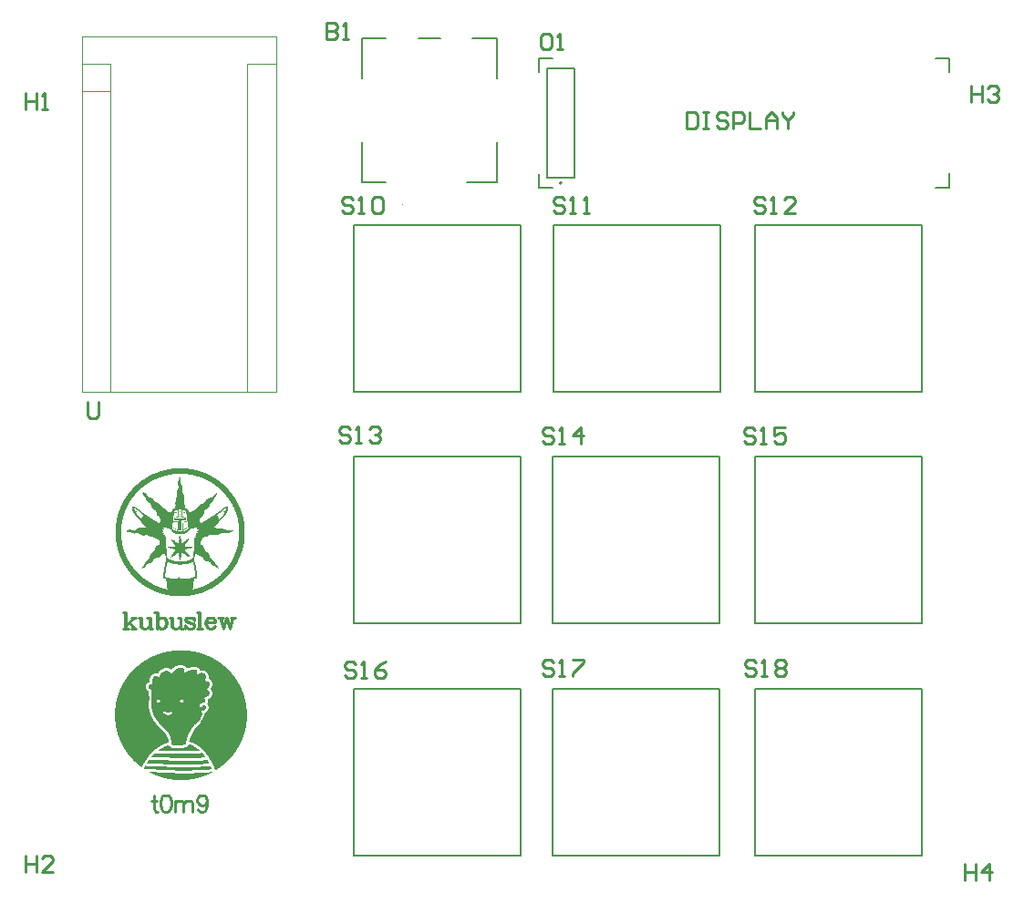
<source format=gto>
G04*
G04 #@! TF.GenerationSoftware,Altium Limited,Altium Designer,25.8.1 (18)*
G04*
G04 Layer_Color=65535*
%FSLAX44Y44*%
%MOMM*%
G71*
G04*
G04 #@! TF.SameCoordinates,ADD3D31B-8851-4C81-8C4E-7CFF1D2DEE2F*
G04*
G04*
G04 #@! TF.FilePolarity,Positive*
G04*
G01*
G75*
%ADD10C,0.2000*%
%ADD11C,0.1000*%
%ADD12C,0.1200*%
%ADD13C,0.1270*%
%ADD14C,0.2540*%
G36*
X362869Y462258D02*
X364796D01*
Y462120D01*
X366173D01*
Y461982D01*
X367274D01*
Y461845D01*
X368238D01*
Y461707D01*
X369064D01*
Y461569D01*
X369890D01*
Y461432D01*
X370716D01*
Y461294D01*
X371404D01*
Y461156D01*
X372093D01*
Y461019D01*
X372781D01*
Y460881D01*
X373332D01*
Y460743D01*
X373882D01*
Y460606D01*
X374433D01*
Y460468D01*
X374984D01*
Y460330D01*
X375397D01*
Y460193D01*
X375810D01*
Y460055D01*
X376360D01*
Y459917D01*
X376911D01*
Y459780D01*
X377324D01*
Y459642D01*
X377737D01*
Y459504D01*
X378150D01*
Y459367D01*
X378563D01*
Y459229D01*
X378976D01*
Y459091D01*
X379389D01*
Y458954D01*
X379802D01*
Y458816D01*
X380215D01*
Y458678D01*
X380628D01*
Y458541D01*
X380903D01*
Y458403D01*
X381316D01*
Y458265D01*
X381592D01*
Y458128D01*
X382005D01*
Y457990D01*
X382418D01*
Y457852D01*
X382693D01*
Y457715D01*
X382968D01*
Y457577D01*
X383381D01*
Y457439D01*
X383657D01*
Y457302D01*
X383932D01*
Y457164D01*
X384207D01*
Y457026D01*
X384620D01*
Y456889D01*
X384896D01*
Y456751D01*
X385171D01*
Y456613D01*
X385446D01*
Y456476D01*
X385722D01*
Y456338D01*
X385997D01*
Y456200D01*
X386272D01*
Y456063D01*
X386548D01*
Y455925D01*
X386823D01*
Y455787D01*
X387098D01*
Y455650D01*
X387374D01*
Y455512D01*
X387649D01*
Y455374D01*
X387924D01*
Y455237D01*
X388200D01*
Y455099D01*
X388475D01*
Y454961D01*
X388613D01*
Y454824D01*
X388888D01*
Y454686D01*
X389163D01*
Y454548D01*
X389439D01*
Y454411D01*
X389576D01*
Y454273D01*
X389852D01*
Y454135D01*
X390127D01*
Y453998D01*
X390402D01*
Y453860D01*
X390540D01*
Y453722D01*
X390815D01*
Y453585D01*
X390953D01*
Y453447D01*
X391228D01*
Y453309D01*
X391504D01*
Y453172D01*
X391641D01*
Y453034D01*
X391917D01*
Y452896D01*
X392054D01*
Y452759D01*
X392329D01*
Y452621D01*
X392605D01*
Y452483D01*
X392743D01*
Y452346D01*
X392880D01*
Y452208D01*
X393156D01*
Y452070D01*
X393431D01*
Y451933D01*
X393569D01*
Y451795D01*
X393706D01*
Y451657D01*
X393844D01*
Y451520D01*
X394119D01*
Y451382D01*
X394257D01*
Y451244D01*
X394532D01*
Y451107D01*
X394670D01*
Y450969D01*
X394945D01*
Y450831D01*
X395083D01*
Y450694D01*
X395358D01*
Y450556D01*
X395496D01*
Y450418D01*
X395634D01*
Y450281D01*
X395771D01*
Y450143D01*
X396046D01*
Y450005D01*
X396184D01*
Y449868D01*
X396322D01*
Y449730D01*
X396460D01*
Y449592D01*
X396735D01*
Y449455D01*
X396872D01*
Y449317D01*
X397010D01*
Y449179D01*
X397148D01*
Y449042D01*
X397423D01*
Y448904D01*
X397561D01*
Y448766D01*
X397699D01*
Y448629D01*
X397836D01*
Y448491D01*
X398111D01*
Y448353D01*
X398249D01*
Y448216D01*
X398387D01*
Y448078D01*
X398525D01*
Y447940D01*
X398662D01*
Y447803D01*
X398937D01*
Y447665D01*
X399075D01*
Y447527D01*
X399213D01*
Y447390D01*
X399351D01*
Y447252D01*
X399488D01*
Y447114D01*
X399626D01*
Y446977D01*
X399763D01*
Y446839D01*
X399901D01*
Y446701D01*
X400039D01*
Y446564D01*
X400314D01*
Y446426D01*
X400452D01*
Y446288D01*
X400589D01*
Y446151D01*
X400727D01*
Y446013D01*
X400865D01*
Y445875D01*
X401003D01*
Y445738D01*
X401140D01*
Y445600D01*
X401278D01*
Y445462D01*
X401415D01*
Y445325D01*
X401553D01*
Y445187D01*
X401691D01*
Y445049D01*
X401828D01*
Y444912D01*
X401966D01*
Y444774D01*
X402104D01*
Y444636D01*
X402242D01*
Y444499D01*
X402379D01*
Y444361D01*
X402517D01*
Y444223D01*
X402654D01*
Y444086D01*
X402792D01*
Y443948D01*
X402930D01*
Y443810D01*
X403068D01*
Y443673D01*
X403205D01*
Y443535D01*
X403343D01*
Y443260D01*
X403618D01*
Y442984D01*
X403894D01*
Y442709D01*
X404031D01*
Y442571D01*
X404169D01*
Y442434D01*
X404306D01*
Y442296D01*
X404444D01*
Y442158D01*
X404582D01*
Y442021D01*
X404720D01*
Y441883D01*
X404857D01*
Y441608D01*
X404995D01*
Y441470D01*
X405132D01*
Y441332D01*
X405270D01*
Y441195D01*
X405408D01*
Y441057D01*
X405546D01*
Y440782D01*
X405683D01*
Y440644D01*
X405821D01*
Y440506D01*
X405959D01*
Y440369D01*
X406096D01*
Y440231D01*
X406234D01*
Y439956D01*
X406371D01*
Y439818D01*
X406509D01*
Y439680D01*
X406647D01*
Y439405D01*
X406785D01*
Y439267D01*
X406922D01*
Y439130D01*
X407060D01*
Y438992D01*
X407197D01*
Y438854D01*
X407335D01*
Y438579D01*
X407473D01*
Y438441D01*
X407611D01*
Y438304D01*
X407748D01*
Y438028D01*
X407886D01*
Y437891D01*
X408023D01*
Y437753D01*
X408161D01*
Y437478D01*
X408299D01*
Y437340D01*
X408437D01*
Y437065D01*
X408574D01*
Y436927D01*
X408712D01*
Y436789D01*
X408849D01*
Y436514D01*
X408987D01*
Y436376D01*
X409125D01*
Y436101D01*
X409263D01*
Y435964D01*
X409400D01*
Y435688D01*
X409538D01*
Y435550D01*
X409675D01*
Y435275D01*
X409813D01*
Y435137D01*
X409951D01*
Y434862D01*
X410089D01*
Y434587D01*
X410226D01*
Y434449D01*
X410364D01*
Y434174D01*
X410502D01*
Y434036D01*
X410639D01*
Y433761D01*
X410777D01*
Y433485D01*
X410914D01*
Y433348D01*
X411052D01*
Y433073D01*
X411190D01*
Y432797D01*
X411327D01*
Y432659D01*
X411465D01*
Y432384D01*
X411603D01*
Y432109D01*
X411740D01*
Y431833D01*
X411878D01*
Y431558D01*
X412016D01*
Y431421D01*
X412154D01*
Y431145D01*
X412291D01*
Y430870D01*
X412429D01*
Y430594D01*
X412566D01*
Y430319D01*
X412704D01*
Y430044D01*
X412842D01*
Y429768D01*
X412980D01*
Y429493D01*
X413117D01*
Y429356D01*
X413255D01*
Y428942D01*
X413392D01*
Y428667D01*
X413530D01*
Y428392D01*
X413668D01*
Y428116D01*
X413805D01*
Y427841D01*
X413943D01*
Y427566D01*
X414081D01*
Y427290D01*
X414218D01*
Y426878D01*
X414356D01*
Y426602D01*
X414494D01*
Y426327D01*
X414632D01*
Y425914D01*
X414769D01*
Y425639D01*
X414907D01*
Y425363D01*
X415044D01*
Y424950D01*
X415182D01*
Y424675D01*
X415320D01*
Y424262D01*
X415457D01*
Y423849D01*
X415595D01*
Y423573D01*
X415733D01*
Y423161D01*
X415870D01*
Y422747D01*
X416008D01*
Y422472D01*
X416146D01*
Y422059D01*
X416283D01*
Y421646D01*
X416421D01*
Y421233D01*
X416559D01*
Y420682D01*
X416696D01*
Y420407D01*
X416834D01*
Y419856D01*
X416972D01*
Y419444D01*
X417109D01*
Y419030D01*
X417247D01*
Y418480D01*
X417385D01*
Y417929D01*
X417522D01*
Y417379D01*
X417660D01*
Y416828D01*
X417798D01*
Y416277D01*
X417935D01*
Y415727D01*
X418073D01*
Y415038D01*
X418211D01*
Y414350D01*
X418348D01*
Y413524D01*
X418486D01*
Y412836D01*
X418624D01*
Y411872D01*
X418761D01*
Y410908D01*
X418899D01*
Y409945D01*
X419037D01*
Y408430D01*
X419174D01*
Y406641D01*
X419312D01*
Y399344D01*
X419174D01*
Y397555D01*
X419037D01*
Y396178D01*
X418899D01*
Y395077D01*
X418761D01*
Y394113D01*
X418624D01*
Y393287D01*
X418486D01*
Y392323D01*
X418348D01*
Y391773D01*
X418211D01*
Y391084D01*
X418073D01*
Y390396D01*
X417935D01*
Y389708D01*
X417798D01*
Y389157D01*
X417660D01*
Y388606D01*
X417522D01*
Y388056D01*
X417385D01*
Y387505D01*
X417247D01*
Y387092D01*
X417109D01*
Y386541D01*
X416972D01*
Y386128D01*
X416834D01*
Y385715D01*
X416696D01*
Y385302D01*
X416559D01*
Y384889D01*
X416421D01*
Y384339D01*
X416283D01*
Y384063D01*
X416146D01*
Y383513D01*
X416008D01*
Y383237D01*
X415870D01*
Y382824D01*
X415733D01*
Y382411D01*
X415595D01*
Y382136D01*
X415457D01*
Y381723D01*
X415320D01*
Y381310D01*
X415182D01*
Y381035D01*
X415044D01*
Y380759D01*
X414907D01*
Y380484D01*
X414769D01*
Y380071D01*
X414632D01*
Y379796D01*
X414494D01*
Y379520D01*
X414356D01*
Y379107D01*
X414218D01*
Y378832D01*
X414081D01*
Y378557D01*
X413943D01*
Y378281D01*
X413805D01*
Y378006D01*
X413668D01*
Y377593D01*
X413530D01*
Y377318D01*
X413392D01*
Y377180D01*
X413255D01*
Y376767D01*
X413117D01*
Y376492D01*
X412980D01*
Y376216D01*
X412842D01*
Y375941D01*
X412704D01*
Y375803D01*
X412566D01*
Y375390D01*
X412429D01*
Y375253D01*
X412291D01*
Y374977D01*
X412154D01*
Y374702D01*
X412016D01*
Y374427D01*
X411878D01*
Y374151D01*
X411740D01*
Y373876D01*
X411603D01*
Y373738D01*
X411465D01*
Y373463D01*
X411327D01*
Y373188D01*
X411190D01*
Y373050D01*
X411052D01*
Y372775D01*
X410914D01*
Y372499D01*
X410777D01*
Y372224D01*
X410639D01*
Y372086D01*
X410502D01*
Y371811D01*
X410364D01*
Y371673D01*
X410226D01*
Y371398D01*
X410089D01*
Y371123D01*
X409951D01*
Y370985D01*
X409813D01*
Y370710D01*
X409675D01*
Y370572D01*
X409538D01*
Y370297D01*
X409400D01*
Y370021D01*
X409263D01*
Y369884D01*
X409125D01*
Y369746D01*
X408987D01*
Y369471D01*
X408849D01*
Y369196D01*
X408712D01*
Y369058D01*
X408574D01*
Y368920D01*
X408437D01*
Y368782D01*
X408299D01*
Y368507D01*
X408161D01*
Y368369D01*
X408023D01*
Y368094D01*
X407886D01*
Y367956D01*
X407748D01*
Y367681D01*
X407611D01*
Y367543D01*
X407473D01*
Y367406D01*
X407335D01*
Y367268D01*
X407197D01*
Y366993D01*
X407060D01*
Y366855D01*
X406922D01*
Y366580D01*
X406785D01*
Y366442D01*
X406647D01*
Y366304D01*
X406509D01*
Y366167D01*
X406371D01*
Y365891D01*
X406234D01*
Y365754D01*
X406096D01*
Y365616D01*
X405959D01*
Y365479D01*
X405821D01*
Y365203D01*
X405683D01*
Y365065D01*
X405546D01*
Y364928D01*
X405408D01*
Y364790D01*
X405270D01*
Y364515D01*
X405132D01*
Y364377D01*
X404995D01*
Y364240D01*
X404857D01*
Y364102D01*
X404720D01*
Y363964D01*
X404582D01*
Y363826D01*
X404444D01*
Y363689D01*
X404306D01*
Y363414D01*
X404169D01*
Y363276D01*
X404031D01*
Y363138D01*
X403894D01*
Y363000D01*
X403756D01*
Y362863D01*
X403618D01*
Y362725D01*
X403480D01*
Y362588D01*
X403343D01*
Y362450D01*
X403205D01*
Y362312D01*
X403068D01*
Y362174D01*
X402930D01*
Y362037D01*
X402792D01*
Y361762D01*
X402517D01*
Y361486D01*
X402379D01*
Y361348D01*
X402242D01*
Y361211D01*
X402104D01*
Y361073D01*
X401966D01*
Y360936D01*
X401828D01*
Y360798D01*
X401691D01*
Y360660D01*
X401553D01*
Y360522D01*
X401415D01*
Y360385D01*
X401140D01*
Y360109D01*
X400865D01*
Y359834D01*
X400589D01*
Y359697D01*
X400452D01*
Y359559D01*
X400314D01*
Y359421D01*
X400177D01*
Y359283D01*
X400039D01*
Y359146D01*
X399901D01*
Y359008D01*
X399763D01*
Y358871D01*
X399626D01*
Y358733D01*
X399488D01*
Y358595D01*
X399351D01*
Y358457D01*
X399075D01*
Y358320D01*
X398937D01*
Y358182D01*
X398800D01*
Y358045D01*
X398662D01*
Y357907D01*
X398525D01*
Y357769D01*
X398387D01*
Y357631D01*
X398111D01*
Y357494D01*
X397974D01*
Y357356D01*
X397836D01*
Y357219D01*
X397699D01*
Y357081D01*
X397423D01*
Y356943D01*
X397285D01*
Y356805D01*
X397148D01*
Y356668D01*
X397010D01*
Y356530D01*
X396735D01*
Y356393D01*
X396597D01*
Y356255D01*
X396460D01*
Y356117D01*
X396322D01*
Y355979D01*
X396046D01*
Y355842D01*
X395909D01*
Y355704D01*
X395771D01*
Y355566D01*
X395634D01*
Y355429D01*
X395358D01*
Y355291D01*
X395220D01*
Y355154D01*
X394945D01*
Y355016D01*
X394808D01*
Y354878D01*
X394670D01*
Y354740D01*
X394532D01*
Y354603D01*
X394257D01*
Y354465D01*
X394119D01*
Y354328D01*
X393844D01*
Y354190D01*
X393706D01*
Y354052D01*
X393431D01*
Y353914D01*
X393293D01*
Y353777D01*
X393018D01*
Y353639D01*
X392880D01*
Y353502D01*
X392605D01*
Y353364D01*
X392467D01*
Y353226D01*
X392329D01*
Y353088D01*
X392054D01*
Y352951D01*
X391779D01*
Y352813D01*
X391641D01*
Y352676D01*
X391366D01*
Y352538D01*
X391228D01*
Y352400D01*
X390953D01*
Y352262D01*
X390815D01*
Y352125D01*
X390540D01*
Y351987D01*
X390265D01*
Y351850D01*
X390127D01*
Y351712D01*
X389852D01*
Y351574D01*
X389576D01*
Y351437D01*
X389439D01*
Y351299D01*
X389026D01*
Y351161D01*
X388888D01*
Y351023D01*
X388613D01*
Y350886D01*
X388337D01*
Y350748D01*
X388200D01*
Y350611D01*
X387924D01*
Y350473D01*
X387649D01*
Y350335D01*
X387374D01*
Y350197D01*
X387098D01*
Y350060D01*
X386823D01*
Y349922D01*
X386548D01*
Y349785D01*
X386272D01*
Y349647D01*
X385997D01*
Y349509D01*
X385722D01*
Y349371D01*
X385446D01*
Y349234D01*
X385171D01*
Y349096D01*
X384896D01*
Y348959D01*
X384620D01*
Y348821D01*
X384345D01*
Y348683D01*
X383932D01*
Y348545D01*
X383657D01*
Y348408D01*
X383381D01*
Y348270D01*
X382968D01*
Y348133D01*
X382693D01*
Y347995D01*
X382418D01*
Y347857D01*
X382005D01*
Y347719D01*
X381729D01*
Y347582D01*
X381316D01*
Y347444D01*
X381041D01*
Y347307D01*
X380628D01*
Y347169D01*
X380215D01*
Y347031D01*
X379940D01*
Y346894D01*
X379527D01*
Y346756D01*
X379114D01*
Y346618D01*
X378701D01*
Y346480D01*
X378288D01*
Y346343D01*
X377737D01*
Y346205D01*
X377324D01*
Y346068D01*
X376911D01*
Y345930D01*
X376498D01*
Y345792D01*
X375810D01*
Y345655D01*
X375397D01*
Y345517D01*
X374984D01*
Y345379D01*
X374295D01*
Y345242D01*
X373882D01*
Y345104D01*
X373194D01*
Y344966D01*
X372643D01*
Y344828D01*
X371955D01*
Y344691D01*
X371404D01*
Y344553D01*
X370578D01*
Y344416D01*
X369890D01*
Y344278D01*
X369064D01*
Y344140D01*
X368100D01*
Y344003D01*
X367274D01*
Y343865D01*
X366173D01*
Y343727D01*
X364796D01*
Y343590D01*
X363007D01*
Y343452D01*
X355573D01*
Y343590D01*
X353783D01*
Y343727D01*
X352269D01*
Y343865D01*
X351167D01*
Y344003D01*
X350204D01*
Y344140D01*
X349378D01*
Y344278D01*
X348552D01*
Y344416D01*
X347863D01*
Y344553D01*
X347175D01*
Y344691D01*
X346487D01*
Y344828D01*
X345798D01*
Y344966D01*
X345248D01*
Y345104D01*
X344697D01*
Y345242D01*
X344146D01*
Y345379D01*
X343596D01*
Y345517D01*
X343183D01*
Y345655D01*
X342770D01*
Y345792D01*
X342219D01*
Y345930D01*
X341669D01*
Y346068D01*
X341255D01*
Y346205D01*
X340842D01*
Y346343D01*
X340429D01*
Y346480D01*
X340017D01*
Y346618D01*
X339604D01*
Y346756D01*
X339190D01*
Y346894D01*
X338915D01*
Y347031D01*
X338502D01*
Y347169D01*
X338089D01*
Y347307D01*
X337676D01*
Y347444D01*
X337401D01*
Y347582D01*
X336988D01*
Y347719D01*
X336712D01*
Y347857D01*
X336300D01*
Y347995D01*
X336024D01*
Y348133D01*
X335749D01*
Y348270D01*
X335336D01*
Y348408D01*
X335061D01*
Y348545D01*
X334785D01*
Y348683D01*
X334372D01*
Y348821D01*
X334097D01*
Y348959D01*
X333821D01*
Y349096D01*
X333546D01*
Y349234D01*
X333271D01*
Y349371D01*
X332858D01*
Y349509D01*
X332583D01*
Y349647D01*
X332445D01*
Y349785D01*
X332032D01*
Y349922D01*
X331757D01*
Y350060D01*
X331481D01*
Y350197D01*
X331343D01*
Y350335D01*
X331068D01*
Y350473D01*
X330793D01*
Y350611D01*
X330518D01*
Y350748D01*
X330242D01*
Y350886D01*
X329967D01*
Y351023D01*
X329829D01*
Y351161D01*
X329554D01*
Y351299D01*
X329278D01*
Y351437D01*
X329003D01*
Y351574D01*
X328728D01*
Y351712D01*
X328452D01*
Y351850D01*
X328315D01*
Y351987D01*
X328040D01*
Y352125D01*
X327764D01*
Y352262D01*
X327626D01*
Y352400D01*
X327351D01*
Y352538D01*
X327214D01*
Y352676D01*
X326938D01*
Y352813D01*
X326800D01*
Y352951D01*
X326525D01*
Y353088D01*
X326250D01*
Y353226D01*
X326112D01*
Y353364D01*
X325837D01*
Y353502D01*
X325699D01*
Y353639D01*
X325561D01*
Y353777D01*
X325286D01*
Y353914D01*
X325149D01*
Y354052D01*
X324873D01*
Y354190D01*
X324735D01*
Y354328D01*
X324460D01*
Y354465D01*
X324323D01*
Y354603D01*
X324047D01*
Y354740D01*
X323909D01*
Y354878D01*
X323634D01*
Y355016D01*
X323497D01*
Y355154D01*
X323359D01*
Y355291D01*
X323221D01*
Y355429D01*
X322946D01*
Y355566D01*
X322808D01*
Y355704D01*
X322533D01*
Y355842D01*
X322395D01*
Y355979D01*
X322257D01*
Y356117D01*
X322120D01*
Y356255D01*
X321844D01*
Y356393D01*
X321707D01*
Y356530D01*
X321569D01*
Y356668D01*
X321432D01*
Y356805D01*
X321156D01*
Y356943D01*
X321019D01*
Y357081D01*
X320881D01*
Y357219D01*
X320743D01*
Y357356D01*
X320606D01*
Y357494D01*
X320330D01*
Y357631D01*
X320193D01*
Y357769D01*
X320055D01*
Y357907D01*
X319917D01*
Y358045D01*
X319779D01*
Y358182D01*
X319642D01*
Y358320D01*
X319504D01*
Y358457D01*
X319229D01*
Y358595D01*
X319091D01*
Y358733D01*
X318954D01*
Y358871D01*
X318816D01*
Y359008D01*
X318678D01*
Y359146D01*
X318541D01*
Y359283D01*
X318403D01*
Y359421D01*
X318265D01*
Y359559D01*
X318128D01*
Y359697D01*
X317990D01*
Y359834D01*
X317715D01*
Y360109D01*
X317439D01*
Y360247D01*
X317302D01*
Y360385D01*
X317164D01*
Y360522D01*
X317026D01*
Y360660D01*
X316889D01*
Y360798D01*
X316751D01*
Y360936D01*
X316613D01*
Y361073D01*
X316476D01*
Y361211D01*
X316338D01*
Y361348D01*
X316200D01*
Y361486D01*
X316063D01*
Y361624D01*
X315925D01*
Y361762D01*
X315787D01*
Y362037D01*
X315512D01*
Y362312D01*
X315374D01*
Y362450D01*
X315237D01*
Y362588D01*
X315099D01*
Y362725D01*
X314961D01*
Y362863D01*
X314824D01*
Y363000D01*
X314686D01*
Y363138D01*
X314548D01*
Y363276D01*
X314411D01*
Y363414D01*
X314273D01*
Y363689D01*
X314135D01*
Y363826D01*
X313998D01*
Y363964D01*
X313860D01*
Y364102D01*
X313722D01*
Y364240D01*
X313585D01*
Y364377D01*
X313447D01*
Y364515D01*
X313309D01*
Y364790D01*
X313172D01*
Y364928D01*
X313034D01*
Y365065D01*
X312896D01*
Y365203D01*
X312759D01*
Y365479D01*
X312621D01*
Y365616D01*
X312483D01*
Y365754D01*
X312346D01*
Y365891D01*
X312208D01*
Y366167D01*
X312070D01*
Y366304D01*
X311933D01*
Y366442D01*
X311795D01*
Y366580D01*
X311657D01*
Y366855D01*
X311520D01*
Y366993D01*
X311382D01*
Y367131D01*
X311244D01*
Y367268D01*
X311107D01*
Y367543D01*
X310969D01*
Y367681D01*
X310831D01*
Y367956D01*
X310694D01*
Y368094D01*
X310556D01*
Y368369D01*
X310418D01*
Y368507D01*
X310281D01*
Y368645D01*
X310143D01*
Y368920D01*
X310005D01*
Y369058D01*
X309868D01*
Y369196D01*
X309730D01*
Y369471D01*
X309592D01*
Y369608D01*
X309455D01*
Y369884D01*
X309317D01*
Y370021D01*
X309179D01*
Y370297D01*
X309042D01*
Y370434D01*
X308904D01*
Y370710D01*
X308766D01*
Y370847D01*
X308629D01*
Y371123D01*
X308491D01*
Y371398D01*
X308353D01*
Y371536D01*
X308216D01*
Y371811D01*
X308078D01*
Y372086D01*
X307940D01*
Y372224D01*
X307803D01*
Y372499D01*
X307665D01*
Y372637D01*
X307527D01*
Y372912D01*
X307390D01*
Y373188D01*
X307252D01*
Y373325D01*
X307114D01*
Y373601D01*
X306977D01*
Y373876D01*
X306839D01*
Y374151D01*
X306701D01*
Y374427D01*
X306564D01*
Y374702D01*
X306426D01*
Y374977D01*
X306288D01*
Y375115D01*
X306151D01*
Y375390D01*
X306013D01*
Y375666D01*
X305875D01*
Y375941D01*
X305738D01*
Y376216D01*
X305600D01*
Y376492D01*
X305462D01*
Y376767D01*
X305325D01*
Y377042D01*
X305187D01*
Y377318D01*
X305049D01*
Y377593D01*
X304912D01*
Y377868D01*
X304774D01*
Y378144D01*
X304636D01*
Y378419D01*
X304499D01*
Y378832D01*
X304361D01*
Y379107D01*
X304223D01*
Y379383D01*
X304086D01*
Y379658D01*
X303948D01*
Y380071D01*
X303810D01*
Y380346D01*
X303673D01*
Y380759D01*
X303535D01*
Y381035D01*
X303397D01*
Y381310D01*
X303260D01*
Y381723D01*
X303122D01*
Y382136D01*
X302984D01*
Y382411D01*
X302847D01*
Y382824D01*
X302709D01*
Y383237D01*
X302571D01*
Y383513D01*
X302434D01*
Y384063D01*
X302296D01*
Y384339D01*
X302158D01*
Y384889D01*
X302021D01*
Y385302D01*
X301883D01*
Y385715D01*
X301745D01*
Y386128D01*
X301608D01*
Y386541D01*
X301470D01*
Y387092D01*
X301332D01*
Y387505D01*
X301195D01*
Y388056D01*
X301057D01*
Y388606D01*
X300919D01*
Y389157D01*
X300782D01*
Y389708D01*
X300644D01*
Y390396D01*
X300506D01*
Y390947D01*
X300369D01*
Y391635D01*
X300231D01*
Y392323D01*
X300093D01*
Y393149D01*
X299956D01*
Y394113D01*
X299818D01*
Y394939D01*
X299680D01*
Y396040D01*
X299543D01*
Y397417D01*
X299405D01*
Y399069D01*
X299267D01*
Y406641D01*
X299405D01*
Y408568D01*
X299543D01*
Y409945D01*
X299680D01*
Y411046D01*
X299818D01*
Y411872D01*
X299956D01*
Y412836D01*
X300093D01*
Y413524D01*
X300231D01*
Y414350D01*
X300369D01*
Y415038D01*
X300506D01*
Y415589D01*
X300644D01*
Y416277D01*
X300782D01*
Y416828D01*
X300919D01*
Y417379D01*
X301057D01*
Y417929D01*
X301195D01*
Y418480D01*
X301332D01*
Y418893D01*
X301470D01*
Y419444D01*
X301608D01*
Y419856D01*
X301745D01*
Y420270D01*
X301883D01*
Y420682D01*
X302021D01*
Y421233D01*
X302158D01*
Y421646D01*
X302296D01*
Y422059D01*
X302434D01*
Y422472D01*
X302571D01*
Y422885D01*
X302709D01*
Y423161D01*
X302847D01*
Y423573D01*
X302984D01*
Y423987D01*
X303122D01*
Y424262D01*
X303260D01*
Y424675D01*
X303397D01*
Y425088D01*
X303535D01*
Y425363D01*
X303673D01*
Y425776D01*
X303810D01*
Y426051D01*
X303948D01*
Y426465D01*
X304086D01*
Y426740D01*
X304223D01*
Y427015D01*
X304361D01*
Y427290D01*
X304499D01*
Y427566D01*
X304636D01*
Y427979D01*
X304774D01*
Y428254D01*
X304912D01*
Y428530D01*
X305049D01*
Y428805D01*
X305187D01*
Y429080D01*
X305325D01*
Y429356D01*
X305462D01*
Y429631D01*
X305600D01*
Y429906D01*
X305738D01*
Y430182D01*
X305875D01*
Y430457D01*
X306013D01*
Y430594D01*
X306151D01*
Y430870D01*
X306288D01*
Y431145D01*
X306426D01*
Y431421D01*
X306564D01*
Y431696D01*
X306701D01*
Y431971D01*
X306839D01*
Y432247D01*
X306977D01*
Y432384D01*
X307114D01*
Y432659D01*
X307252D01*
Y432935D01*
X307390D01*
Y433073D01*
X307527D01*
Y433348D01*
X307665D01*
Y433623D01*
X307803D01*
Y433761D01*
X307940D01*
Y434036D01*
X308078D01*
Y434311D01*
X308216D01*
Y434449D01*
X308353D01*
Y434725D01*
X308491D01*
Y434862D01*
X308629D01*
Y435137D01*
X308766D01*
Y435275D01*
X308904D01*
Y435550D01*
X309042D01*
Y435688D01*
X309179D01*
Y435964D01*
X309317D01*
Y436101D01*
X309455D01*
Y436376D01*
X309592D01*
Y436514D01*
X309730D01*
Y436789D01*
X309868D01*
Y436927D01*
X310005D01*
Y437202D01*
X310143D01*
Y437340D01*
X310281D01*
Y437478D01*
X310418D01*
Y437753D01*
X310556D01*
Y437891D01*
X310694D01*
Y438166D01*
X310831D01*
Y438304D01*
X310969D01*
Y438441D01*
X311107D01*
Y438717D01*
X311244D01*
Y438854D01*
X311382D01*
Y438992D01*
X311520D01*
Y439130D01*
X311657D01*
Y439405D01*
X311795D01*
Y439543D01*
X311933D01*
Y439680D01*
X312070D01*
Y439956D01*
X312208D01*
Y440093D01*
X312346D01*
Y440231D01*
X312483D01*
Y440369D01*
X312621D01*
Y440506D01*
X312759D01*
Y440782D01*
X312896D01*
Y440919D01*
X313034D01*
Y441057D01*
X313172D01*
Y441195D01*
X313309D01*
Y441470D01*
X313447D01*
Y441608D01*
X313585D01*
Y441745D01*
X313722D01*
Y441883D01*
X313860D01*
Y442021D01*
X313998D01*
Y442158D01*
X314135D01*
Y442296D01*
X314273D01*
Y442434D01*
X314411D01*
Y442709D01*
X314548D01*
Y442847D01*
X314686D01*
Y442984D01*
X314824D01*
Y443122D01*
X314961D01*
Y443260D01*
X315099D01*
Y443397D01*
X315237D01*
Y443535D01*
X315374D01*
Y443673D01*
X315512D01*
Y443810D01*
X315650D01*
Y443948D01*
X315787D01*
Y444086D01*
X315925D01*
Y444223D01*
X316063D01*
Y444361D01*
X316200D01*
Y444499D01*
X316338D01*
Y444636D01*
X316476D01*
Y444774D01*
X316613D01*
Y444912D01*
X316751D01*
Y445049D01*
X316889D01*
Y445187D01*
X317026D01*
Y445325D01*
X317164D01*
Y445462D01*
X317302D01*
Y445600D01*
X317439D01*
Y445738D01*
X317577D01*
Y445875D01*
X317715D01*
Y446013D01*
X317852D01*
Y446151D01*
X317990D01*
Y446288D01*
X318128D01*
Y446426D01*
X318265D01*
Y446564D01*
X318403D01*
Y446701D01*
X318541D01*
Y446839D01*
X318678D01*
Y446977D01*
X318816D01*
Y447114D01*
X319091D01*
Y447252D01*
X319229D01*
Y447390D01*
X319367D01*
Y447527D01*
X319504D01*
Y447665D01*
X319642D01*
Y447803D01*
X319779D01*
Y447940D01*
X319917D01*
Y448078D01*
X320193D01*
Y448216D01*
X320330D01*
Y448353D01*
X320468D01*
Y448491D01*
X320606D01*
Y448629D01*
X320743D01*
Y448766D01*
X321019D01*
Y448904D01*
X321156D01*
Y449042D01*
X321294D01*
Y449179D01*
X321432D01*
Y449317D01*
X321569D01*
Y449455D01*
X321844D01*
Y449592D01*
X321982D01*
Y449730D01*
X322120D01*
Y449868D01*
X322395D01*
Y450005D01*
X322533D01*
Y450143D01*
X322671D01*
Y450281D01*
X322808D01*
Y450418D01*
X323084D01*
Y450556D01*
X323221D01*
Y450694D01*
X323497D01*
Y450831D01*
X323634D01*
Y450969D01*
X323772D01*
Y451107D01*
X324047D01*
Y451244D01*
X324185D01*
Y451382D01*
X324323D01*
Y451520D01*
X324598D01*
Y451657D01*
X324735D01*
Y451795D01*
X325011D01*
Y451933D01*
X325149D01*
Y452070D01*
X325424D01*
Y452208D01*
X325561D01*
Y452346D01*
X325837D01*
Y452483D01*
X325975D01*
Y452621D01*
X326250D01*
Y452759D01*
X326387D01*
Y452896D01*
X326663D01*
Y453034D01*
X326800D01*
Y453172D01*
X327076D01*
Y453309D01*
X327351D01*
Y453447D01*
X327489D01*
Y453585D01*
X327764D01*
Y453722D01*
X327902D01*
Y453860D01*
X328177D01*
Y453998D01*
X328452D01*
Y454135D01*
X328728D01*
Y454273D01*
X328866D01*
Y454411D01*
X329141D01*
Y454548D01*
X329278D01*
Y454686D01*
X329554D01*
Y454824D01*
X329829D01*
Y454961D01*
X330104D01*
Y455099D01*
X330380D01*
Y455237D01*
X330655D01*
Y455374D01*
X330930D01*
Y455512D01*
X331068D01*
Y455650D01*
X331481D01*
Y455787D01*
X331757D01*
Y455925D01*
X332032D01*
Y456063D01*
X332169D01*
Y456200D01*
X332583D01*
Y456338D01*
X332858D01*
Y456476D01*
X333133D01*
Y456613D01*
X333409D01*
Y456751D01*
X333684D01*
Y456889D01*
X333959D01*
Y457026D01*
X334372D01*
Y457164D01*
X334647D01*
Y457302D01*
X334923D01*
Y457439D01*
X335198D01*
Y457577D01*
X335611D01*
Y457715D01*
X335886D01*
Y457852D01*
X336162D01*
Y457990D01*
X336575D01*
Y458128D01*
X336988D01*
Y458265D01*
X337263D01*
Y458403D01*
X337676D01*
Y458541D01*
X338089D01*
Y458678D01*
X338364D01*
Y458816D01*
X338778D01*
Y458954D01*
X339190D01*
Y459091D01*
X339604D01*
Y459229D01*
X340017D01*
Y459367D01*
X340429D01*
Y459504D01*
X340842D01*
Y459642D01*
X341255D01*
Y459780D01*
X341669D01*
Y459917D01*
X342219D01*
Y460055D01*
X342770D01*
Y460193D01*
X343183D01*
Y460330D01*
X343596D01*
Y460468D01*
X344146D01*
Y460606D01*
X344697D01*
Y460743D01*
X345248D01*
Y460881D01*
X345936D01*
Y461019D01*
X346624D01*
Y461156D01*
X347175D01*
Y461294D01*
X348001D01*
Y461432D01*
X348689D01*
Y461569D01*
X349653D01*
Y461707D01*
X350479D01*
Y461845D01*
X351580D01*
Y461982D01*
X352682D01*
Y462120D01*
X353921D01*
Y462258D01*
X355986D01*
Y462395D01*
X362869D01*
Y462258D01*
D02*
G37*
G36*
X360395Y276849D02*
X361120D01*
Y276704D01*
X361556D01*
Y276559D01*
X361846D01*
Y276413D01*
X362136D01*
Y276268D01*
X362281D01*
Y276123D01*
X362426D01*
Y275978D01*
X362716D01*
Y275688D01*
X362862D01*
Y275543D01*
X363007D01*
Y274527D01*
X362862D01*
Y273947D01*
X362716D01*
Y273511D01*
X362862D01*
Y273221D01*
X363007D01*
Y273076D01*
X363152D01*
Y272931D01*
X363297D01*
Y272786D01*
X364458D01*
Y272931D01*
X364603D01*
Y273076D01*
X364893D01*
Y273221D01*
X365038D01*
Y273366D01*
X365328D01*
Y273511D01*
X365474D01*
Y273657D01*
X365764D01*
Y273802D01*
X366054D01*
Y273947D01*
X366344D01*
Y274092D01*
X366634D01*
Y274237D01*
X367070D01*
Y274382D01*
X367505D01*
Y274527D01*
X368085D01*
Y274672D01*
X368666D01*
Y274817D01*
X369246D01*
Y274962D01*
X370117D01*
Y275108D01*
X371133D01*
Y275253D01*
X373890D01*
Y275108D01*
X374470D01*
Y274962D01*
X374615D01*
Y274817D01*
X374760D01*
Y274672D01*
X374906D01*
Y273802D01*
X374760D01*
Y273366D01*
X374615D01*
Y272931D01*
X374470D01*
Y271915D01*
X374615D01*
Y271625D01*
X374760D01*
Y271480D01*
X374906D01*
Y271335D01*
X375486D01*
Y271190D01*
X375631D01*
Y271335D01*
X376212D01*
Y271480D01*
X376502D01*
Y271625D01*
X376792D01*
Y271770D01*
X377082D01*
Y271915D01*
X377517D01*
Y272060D01*
X378098D01*
Y272205D01*
X378678D01*
Y272351D01*
X380275D01*
Y272205D01*
X380855D01*
Y272060D01*
X381290D01*
Y271915D01*
X381580D01*
Y271770D01*
X381726D01*
Y271625D01*
X382016D01*
Y271480D01*
X382161D01*
Y271335D01*
X382306D01*
Y271190D01*
X382451D01*
Y270899D01*
X382596D01*
Y270754D01*
X382741D01*
Y270464D01*
X382886D01*
Y270029D01*
X383032D01*
Y269594D01*
X383177D01*
Y267127D01*
X383032D01*
Y266546D01*
X382886D01*
Y265240D01*
X383032D01*
Y264950D01*
X383177D01*
Y264805D01*
X383467D01*
Y264660D01*
X383902D01*
Y264515D01*
X384773D01*
Y264370D01*
X385208D01*
Y264224D01*
X385498D01*
Y264079D01*
X385789D01*
Y263934D01*
X385934D01*
Y263789D01*
X386079D01*
Y263644D01*
X386224D01*
Y263354D01*
X386369D01*
Y263064D01*
X386514D01*
Y262628D01*
X386659D01*
Y260742D01*
X386514D01*
Y260161D01*
X386369D01*
Y259871D01*
X386224D01*
Y259581D01*
X386079D01*
Y259291D01*
X385934D01*
Y259001D01*
X385789D01*
Y258855D01*
X385644D01*
Y258710D01*
X385498D01*
Y258565D01*
X385353D01*
Y258420D01*
X385208D01*
Y258275D01*
X385063D01*
Y258130D01*
X384918D01*
Y257985D01*
X384773D01*
Y257840D01*
X384628D01*
Y257695D01*
X384483D01*
Y257404D01*
X384338D01*
Y256679D01*
X384483D01*
Y256389D01*
X384628D01*
Y256244D01*
X384773D01*
Y256098D01*
X385063D01*
Y255953D01*
X385208D01*
Y255808D01*
X385498D01*
Y255663D01*
X385644D01*
Y255518D01*
X385789D01*
Y255373D01*
X385934D01*
Y255228D01*
X386079D01*
Y255083D01*
X386224D01*
Y254792D01*
X386369D01*
Y254647D01*
X386514D01*
Y254212D01*
X386659D01*
Y252761D01*
X386514D01*
Y252326D01*
X386369D01*
Y252036D01*
X386224D01*
Y251890D01*
X386079D01*
Y251600D01*
X385934D01*
Y251455D01*
X385789D01*
Y251310D01*
X385644D01*
Y251165D01*
X385498D01*
Y251020D01*
X385353D01*
Y250875D01*
X385063D01*
Y250730D01*
X384918D01*
Y250584D01*
X384628D01*
Y250439D01*
X384338D01*
Y250294D01*
X384047D01*
Y250149D01*
X383757D01*
Y250004D01*
X383467D01*
Y249859D01*
X382886D01*
Y249714D01*
X382451D01*
Y249569D01*
X382306D01*
Y249424D01*
X382161D01*
Y249133D01*
X382016D01*
Y248263D01*
X382161D01*
Y247973D01*
X382306D01*
Y247827D01*
X382451D01*
Y247682D01*
X382596D01*
Y247537D01*
X382741D01*
Y244635D01*
X382451D01*
Y244780D01*
X380855D01*
Y244635D01*
X380275D01*
Y244490D01*
X379984D01*
Y244345D01*
X379549D01*
Y244200D01*
X379259D01*
Y244055D01*
X379114D01*
Y243909D01*
X378823D01*
Y243764D01*
X378678D01*
Y243619D01*
X378533D01*
Y243474D01*
X378388D01*
Y243329D01*
X378243D01*
Y243184D01*
X378098D01*
Y243039D01*
X377953D01*
Y242749D01*
X377808D01*
Y242603D01*
X377663D01*
Y242313D01*
X377517D01*
Y242023D01*
X377372D01*
Y241733D01*
X377227D01*
Y240717D01*
X377372D01*
Y240572D01*
X377517D01*
Y240427D01*
X377663D01*
Y240282D01*
X377808D01*
Y240137D01*
X378823D01*
Y240282D01*
X379114D01*
Y240427D01*
X379259D01*
Y240572D01*
X379404D01*
Y240862D01*
X379549D01*
Y241007D01*
X379694D01*
Y241297D01*
X379839D01*
Y241588D01*
X379984D01*
Y241733D01*
X380129D01*
Y241878D01*
X380275D01*
Y242023D01*
X380420D01*
Y242168D01*
X380565D01*
Y242313D01*
X381000D01*
Y242458D01*
X382161D01*
Y242313D01*
X382451D01*
Y242168D01*
X382596D01*
Y242023D01*
X382886D01*
Y241733D01*
X383032D01*
Y241443D01*
X383177D01*
Y241007D01*
X383322D01*
Y239991D01*
X383177D01*
Y239411D01*
X383032D01*
Y239121D01*
X382886D01*
Y238831D01*
X382741D01*
Y238540D01*
X382596D01*
Y238395D01*
X382451D01*
Y238250D01*
X382306D01*
Y238105D01*
X382161D01*
Y237960D01*
X382016D01*
Y237815D01*
X381726D01*
Y237670D01*
X381435D01*
Y237525D01*
X379694D01*
Y237670D01*
X379549D01*
Y237525D01*
X379259D01*
Y237380D01*
X379114D01*
Y237234D01*
X378969D01*
Y236799D01*
X378823D01*
Y235784D01*
X378969D01*
Y235493D01*
X379114D01*
Y235348D01*
X379259D01*
Y235203D01*
X379404D01*
Y235058D01*
X379839D01*
Y234913D01*
X379984D01*
Y234332D01*
X379839D01*
Y233752D01*
X379694D01*
Y233317D01*
X379549D01*
Y232881D01*
X379404D01*
Y232446D01*
X379259D01*
Y232011D01*
X379114D01*
Y231720D01*
X378969D01*
Y231285D01*
X378823D01*
Y230995D01*
X378678D01*
Y230560D01*
X378533D01*
Y230269D01*
X378388D01*
Y229979D01*
X378243D01*
Y229689D01*
X378098D01*
Y229254D01*
X377953D01*
Y228963D01*
X377808D01*
Y228673D01*
X377663D01*
Y228383D01*
X377517D01*
Y227948D01*
X377372D01*
Y227803D01*
X377227D01*
Y227657D01*
X376647D01*
Y227512D01*
X376357D01*
Y227367D01*
X376066D01*
Y227222D01*
X375921D01*
Y227077D01*
X375776D01*
Y226932D01*
X375631D01*
Y226787D01*
X375486D01*
Y226642D01*
X375341D01*
Y226497D01*
X375196D01*
Y226352D01*
X375051D01*
Y226206D01*
X374906D01*
Y226061D01*
X374760D01*
Y225916D01*
X374615D01*
Y225771D01*
X374470D01*
Y225626D01*
X374325D01*
Y225481D01*
X374180D01*
Y225336D01*
X374035D01*
Y225191D01*
X373890D01*
Y225046D01*
X373745D01*
Y224900D01*
X373600D01*
Y224755D01*
X373454D01*
Y224610D01*
X373309D01*
Y224465D01*
X373164D01*
Y224320D01*
X373019D01*
Y224175D01*
X372874D01*
Y224030D01*
X372729D01*
Y223885D01*
X372584D01*
Y223739D01*
X372439D01*
Y223594D01*
X372294D01*
Y223304D01*
X372149D01*
Y223159D01*
X372003D01*
Y223014D01*
X371858D01*
Y222869D01*
X371713D01*
Y222724D01*
X371568D01*
Y222579D01*
X371423D01*
Y222288D01*
X371278D01*
Y222143D01*
X371133D01*
Y221998D01*
X370988D01*
Y221853D01*
X370843D01*
Y221563D01*
X370697D01*
Y221418D01*
X370552D01*
Y221273D01*
X370407D01*
Y220982D01*
X370262D01*
Y220837D01*
X370117D01*
Y220547D01*
X369972D01*
Y220402D01*
X369827D01*
Y220112D01*
X369682D01*
Y219967D01*
X369537D01*
Y219676D01*
X369391D01*
Y219531D01*
X369246D01*
Y219241D01*
X369101D01*
Y219096D01*
X368956D01*
Y218806D01*
X368811D01*
Y218516D01*
X368666D01*
Y218225D01*
X368521D01*
Y217935D01*
X368376D01*
Y217790D01*
X368231D01*
Y217500D01*
X368085D01*
Y217210D01*
X367940D01*
Y216919D01*
X367795D01*
Y216629D01*
X367650D01*
Y216339D01*
X367505D01*
Y216049D01*
X367360D01*
Y215759D01*
X367215D01*
Y215323D01*
X367070D01*
Y215033D01*
X366925D01*
Y214743D01*
X366780D01*
Y214307D01*
X366634D01*
Y214017D01*
X366489D01*
Y213582D01*
X366344D01*
Y213147D01*
X366199D01*
Y212711D01*
X366054D01*
Y212276D01*
X365909D01*
Y211841D01*
X365764D01*
Y211405D01*
X365619D01*
Y210970D01*
X365474D01*
Y210390D01*
X365328D01*
Y209809D01*
X365183D01*
Y209229D01*
X365038D01*
Y208358D01*
X364893D01*
Y207488D01*
X364748D01*
Y206327D01*
X364603D01*
Y206182D01*
X364458D01*
Y206036D01*
X364168D01*
Y205891D01*
X363732D01*
Y205746D01*
X363297D01*
Y205601D01*
X362862D01*
Y205456D01*
X362281D01*
Y205311D01*
X361701D01*
Y205166D01*
X360830D01*
Y205021D01*
X359959D01*
Y204876D01*
X358799D01*
Y204730D01*
X355316D01*
Y204876D01*
X354155D01*
Y205021D01*
X353430D01*
Y205166D01*
X352849D01*
Y205311D01*
X352414D01*
Y205456D01*
X352124D01*
Y205601D01*
X351688D01*
Y205746D01*
X351398D01*
Y205891D01*
X351253D01*
Y206036D01*
X351108D01*
Y206182D01*
X350963D01*
Y206327D01*
X350818D01*
Y209954D01*
X350673D01*
Y210825D01*
X350527D01*
Y211551D01*
X350382D01*
Y211986D01*
X350237D01*
Y212421D01*
X350092D01*
Y212857D01*
X349947D01*
Y213292D01*
X349802D01*
Y213582D01*
X349657D01*
Y214017D01*
X349512D01*
Y214307D01*
X349367D01*
Y214598D01*
X349221D01*
Y214888D01*
X349076D01*
Y215033D01*
X348931D01*
Y215323D01*
X348786D01*
Y215613D01*
X348641D01*
Y215904D01*
X348496D01*
Y216049D01*
X348351D01*
Y216339D01*
X348206D01*
Y216484D01*
X348061D01*
Y216774D01*
X347915D01*
Y216919D01*
X347770D01*
Y217065D01*
X347625D01*
Y217355D01*
X347480D01*
Y217500D01*
X347335D01*
Y217645D01*
X347190D01*
Y217935D01*
X347045D01*
Y218080D01*
X346900D01*
Y218225D01*
X346755D01*
Y218371D01*
X346609D01*
Y218661D01*
X346464D01*
Y218806D01*
X346319D01*
Y218951D01*
X346174D01*
Y219096D01*
X346029D01*
Y219241D01*
X345884D01*
Y219386D01*
X345739D01*
Y219531D01*
X345594D01*
Y219822D01*
X345449D01*
Y219967D01*
X345304D01*
Y220112D01*
X345159D01*
Y220257D01*
X345013D01*
Y220402D01*
X344868D01*
Y220547D01*
X344723D01*
Y220692D01*
X344578D01*
Y220837D01*
X344433D01*
Y220982D01*
X344288D01*
Y221128D01*
X344143D01*
Y221273D01*
X343998D01*
Y221418D01*
X343853D01*
Y221563D01*
X343707D01*
Y221708D01*
X343562D01*
Y221853D01*
X343417D01*
Y221998D01*
X343272D01*
Y222143D01*
X343127D01*
Y222288D01*
X342982D01*
Y222434D01*
X342837D01*
Y222579D01*
X342692D01*
Y222724D01*
X342547D01*
Y222869D01*
X342401D01*
Y223014D01*
X342256D01*
Y223159D01*
X342111D01*
Y223304D01*
X341966D01*
Y223449D01*
X341821D01*
Y223594D01*
X341676D01*
Y223739D01*
X341531D01*
Y223885D01*
X341386D01*
Y224030D01*
X341241D01*
Y224175D01*
X341096D01*
Y224320D01*
X340950D01*
Y224465D01*
X340805D01*
Y224610D01*
X340660D01*
Y224755D01*
X340515D01*
Y224900D01*
X340370D01*
Y225046D01*
X340225D01*
Y225191D01*
X340080D01*
Y225336D01*
X339935D01*
Y225481D01*
X339790D01*
Y225626D01*
X339644D01*
Y225771D01*
X339499D01*
Y225916D01*
X339354D01*
Y226061D01*
X339209D01*
Y226352D01*
X339064D01*
Y226497D01*
X338919D01*
Y226642D01*
X338774D01*
Y226787D01*
X338629D01*
Y226932D01*
X338484D01*
Y227077D01*
X338338D01*
Y227367D01*
X338193D01*
Y227512D01*
X338048D01*
Y227657D01*
X337903D01*
Y227803D01*
X337758D01*
Y228093D01*
X337613D01*
Y228238D01*
X337468D01*
Y228528D01*
X337323D01*
Y228673D01*
X337178D01*
Y228818D01*
X337032D01*
Y229109D01*
X336887D01*
Y229254D01*
X336742D01*
Y229544D01*
X336597D01*
Y229689D01*
X336452D01*
Y229979D01*
X336307D01*
Y230124D01*
X336162D01*
Y230415D01*
X336017D01*
Y230705D01*
X335872D01*
Y230850D01*
X335727D01*
Y231140D01*
X335581D01*
Y231430D01*
X335436D01*
Y231720D01*
X335291D01*
Y232011D01*
X335146D01*
Y232301D01*
X335001D01*
Y232591D01*
X334856D01*
Y232881D01*
X334711D01*
Y233172D01*
X334566D01*
Y233607D01*
X334421D01*
Y233897D01*
X334275D01*
Y234332D01*
X334130D01*
Y234623D01*
X333985D01*
Y235058D01*
X333840D01*
Y235493D01*
X333695D01*
Y236074D01*
X333550D01*
Y236509D01*
X333405D01*
Y237089D01*
X333260D01*
Y237670D01*
X333115D01*
Y238395D01*
X332969D01*
Y239121D01*
X332824D01*
Y240137D01*
X332679D01*
Y241443D01*
X332534D01*
Y246667D01*
X332389D01*
Y248118D01*
X332244D01*
Y248553D01*
X332389D01*
Y255228D01*
X332534D01*
Y256244D01*
X332389D01*
Y256534D01*
X332244D01*
Y256679D01*
X332099D01*
Y256824D01*
X331809D01*
Y256969D01*
X331518D01*
Y257114D01*
X331228D01*
Y257259D01*
X330938D01*
Y257404D01*
X330793D01*
Y257549D01*
X330648D01*
Y257695D01*
X330503D01*
Y257840D01*
X330358D01*
Y257985D01*
X330212D01*
Y258275D01*
X330067D01*
Y258420D01*
X329922D01*
Y258855D01*
X329777D01*
Y259436D01*
X329632D01*
Y259726D01*
X329777D01*
Y260452D01*
X329922D01*
Y260597D01*
X330067D01*
Y260887D01*
X330212D01*
Y261032D01*
X330358D01*
Y261177D01*
X330648D01*
Y261322D01*
X331083D01*
Y261467D01*
X331809D01*
Y261322D01*
X333260D01*
Y261467D01*
X333405D01*
Y261613D01*
X333550D01*
Y262193D01*
X333405D01*
Y262918D01*
X333260D01*
Y263499D01*
X333115D01*
Y265385D01*
X333260D01*
Y265966D01*
X333405D01*
Y266401D01*
X333550D01*
Y266836D01*
X333695D01*
Y267127D01*
X333840D01*
Y267417D01*
X333985D01*
Y267562D01*
X334130D01*
Y267852D01*
X334275D01*
Y267997D01*
X334421D01*
Y268142D01*
X334566D01*
Y268288D01*
X334711D01*
Y268433D01*
X334856D01*
Y268578D01*
X335001D01*
Y268723D01*
X335146D01*
Y268868D01*
X335291D01*
Y269013D01*
X335581D01*
Y269158D01*
X335872D01*
Y269303D01*
X336162D01*
Y269448D01*
X337323D01*
Y269303D01*
X337613D01*
Y269158D01*
X337903D01*
Y269013D01*
X338048D01*
Y268868D01*
X338193D01*
Y268578D01*
X338338D01*
Y268433D01*
X338629D01*
Y268288D01*
X339354D01*
Y268433D01*
X339644D01*
Y268578D01*
X339790D01*
Y268723D01*
X339935D01*
Y269013D01*
X340080D01*
Y269448D01*
X340225D01*
Y269739D01*
X340370D01*
Y270029D01*
X340515D01*
Y270319D01*
X340660D01*
Y270609D01*
X340805D01*
Y270754D01*
X340950D01*
Y271045D01*
X341096D01*
Y271190D01*
X341241D01*
Y271480D01*
X341386D01*
Y271625D01*
X341531D01*
Y271770D01*
X341676D01*
Y271915D01*
X341821D01*
Y272060D01*
X341966D01*
Y272205D01*
X342111D01*
Y272351D01*
X342256D01*
Y272496D01*
X342401D01*
Y272641D01*
X342547D01*
Y272786D01*
X342692D01*
Y272931D01*
X342837D01*
Y273076D01*
X343127D01*
Y273221D01*
X343272D01*
Y273366D01*
X343562D01*
Y273511D01*
X343853D01*
Y273657D01*
X344143D01*
Y273802D01*
X344433D01*
Y273947D01*
X344868D01*
Y274092D01*
X345449D01*
Y274237D01*
X347190D01*
Y274092D01*
X347770D01*
Y273947D01*
X348206D01*
Y273802D01*
X348496D01*
Y273657D01*
X348786D01*
Y273511D01*
X348931D01*
Y273366D01*
X349221D01*
Y273221D01*
X349367D01*
Y273076D01*
X349512D01*
Y272931D01*
X349657D01*
Y272786D01*
X349802D01*
Y272641D01*
X349947D01*
Y272496D01*
X350092D01*
Y272351D01*
X350237D01*
Y272205D01*
X350382D01*
Y272060D01*
X350527D01*
Y271915D01*
X350818D01*
Y271770D01*
X351688D01*
Y271915D01*
X351978D01*
Y272060D01*
X352124D01*
Y272205D01*
X352269D01*
Y272496D01*
X352414D01*
Y272786D01*
X352559D01*
Y273076D01*
X352704D01*
Y273221D01*
X352849D01*
Y273366D01*
X352994D01*
Y273657D01*
X353139D01*
Y273802D01*
X353284D01*
Y273947D01*
X353430D01*
Y274092D01*
X353575D01*
Y274237D01*
X353720D01*
Y274382D01*
X353865D01*
Y274527D01*
X354010D01*
Y274672D01*
X354155D01*
Y274817D01*
X354300D01*
Y274962D01*
X354445D01*
Y275108D01*
X354590D01*
Y275253D01*
X354881D01*
Y275398D01*
X355026D01*
Y275543D01*
X355316D01*
Y275688D01*
X355461D01*
Y275833D01*
X355751D01*
Y275978D01*
X356041D01*
Y276123D01*
X356477D01*
Y276268D01*
X356767D01*
Y276413D01*
X357057D01*
Y276559D01*
X357493D01*
Y276704D01*
X358073D01*
Y276849D01*
X358653D01*
Y276994D01*
X360395D01*
Y276849D01*
D02*
G37*
G36*
X367795Y205891D02*
X368231D01*
Y205746D01*
X368666D01*
Y205601D01*
X368956D01*
Y205456D01*
X369391D01*
Y205311D01*
X369682D01*
Y205166D01*
X369972D01*
Y205021D01*
X370262D01*
Y204876D01*
X370552D01*
Y204730D01*
X370843D01*
Y204585D01*
X371133D01*
Y204440D01*
X371423D01*
Y204295D01*
X371713D01*
Y204150D01*
X372003D01*
Y204005D01*
X372294D01*
Y203860D01*
X372439D01*
Y203715D01*
X372729D01*
Y203570D01*
X373019D01*
Y203424D01*
X373164D01*
Y203279D01*
X373454D01*
Y203134D01*
X373745D01*
Y202989D01*
X373890D01*
Y202844D01*
X374180D01*
Y202699D01*
X374325D01*
Y202554D01*
X374615D01*
Y202409D01*
X374760D01*
Y202264D01*
X375051D01*
Y202118D01*
X375196D01*
Y201973D01*
X375341D01*
Y201828D01*
X375631D01*
Y201683D01*
X375776D01*
Y201538D01*
X375921D01*
Y201393D01*
X376066D01*
Y201248D01*
X376357D01*
Y201103D01*
X376502D01*
Y200958D01*
X376647D01*
Y200813D01*
X376792D01*
Y200667D01*
X376937D01*
Y200522D01*
X377082D01*
Y200377D01*
X377227D01*
Y200232D01*
X377372D01*
Y200087D01*
X374035D01*
Y199942D01*
X369972D01*
Y199797D01*
X341096D01*
Y199942D01*
X338919D01*
Y200087D01*
X339064D01*
Y200232D01*
X339209D01*
Y200377D01*
X339499D01*
Y200522D01*
X339644D01*
Y200667D01*
X339935D01*
Y200813D01*
X340080D01*
Y200958D01*
X340370D01*
Y201103D01*
X340515D01*
Y201248D01*
X340805D01*
Y201393D01*
X340950D01*
Y201538D01*
X341241D01*
Y201683D01*
X341531D01*
Y201828D01*
X341676D01*
Y201973D01*
X341966D01*
Y202118D01*
X342256D01*
Y202264D01*
X342401D01*
Y202409D01*
X342692D01*
Y202554D01*
X342982D01*
Y202699D01*
X343272D01*
Y202844D01*
X343417D01*
Y202989D01*
X343707D01*
Y203134D01*
X343998D01*
Y203279D01*
X344288D01*
Y203424D01*
X344578D01*
Y203570D01*
X344723D01*
Y203715D01*
X345159D01*
Y203860D01*
X345304D01*
Y204005D01*
X345594D01*
Y204150D01*
X345884D01*
Y204295D01*
X346174D01*
Y204440D01*
X346609D01*
Y204585D01*
X346900D01*
Y204730D01*
X347190D01*
Y204876D01*
X347480D01*
Y205021D01*
X347770D01*
Y205166D01*
X348206D01*
Y205311D01*
X348351D01*
Y205166D01*
X348496D01*
Y204876D01*
X348641D01*
Y204585D01*
X348786D01*
Y204440D01*
X348931D01*
Y204295D01*
X349076D01*
Y204150D01*
X349221D01*
Y204005D01*
X349512D01*
Y203860D01*
X349657D01*
Y203715D01*
X349947D01*
Y203570D01*
X350092D01*
Y203424D01*
X350382D01*
Y203279D01*
X350673D01*
Y203134D01*
X351108D01*
Y202989D01*
X351398D01*
Y202844D01*
X351833D01*
Y202699D01*
X352414D01*
Y202554D01*
X352994D01*
Y202409D01*
X353720D01*
Y202264D01*
X354736D01*
Y202118D01*
X359234D01*
Y202264D01*
X360540D01*
Y202409D01*
X361410D01*
Y202554D01*
X362136D01*
Y202699D01*
X362862D01*
Y202844D01*
X363297D01*
Y202989D01*
X363877D01*
Y203134D01*
X364313D01*
Y203279D01*
X364603D01*
Y203424D01*
X365038D01*
Y203570D01*
X365328D01*
Y203715D01*
X365619D01*
Y203860D01*
X365909D01*
Y204005D01*
X366199D01*
Y204150D01*
X366489D01*
Y204295D01*
X366634D01*
Y204440D01*
X366780D01*
Y204585D01*
X366925D01*
Y204730D01*
X367070D01*
Y205021D01*
X367215D01*
Y205456D01*
X367360D01*
Y206036D01*
X367795D01*
Y205891D01*
D02*
G37*
G36*
X379694Y197765D02*
X379839D01*
Y197620D01*
X379984D01*
Y197475D01*
X380129D01*
Y197330D01*
X380275D01*
Y197185D01*
X380420D01*
Y197040D01*
X380565D01*
Y196895D01*
X380710D01*
Y196749D01*
X380855D01*
Y196459D01*
X381000D01*
Y196314D01*
X381145D01*
Y196169D01*
X381290D01*
Y196024D01*
X381435D01*
Y195879D01*
X381580D01*
Y195589D01*
X381726D01*
Y195444D01*
X381871D01*
Y195299D01*
X382016D01*
Y195008D01*
X382161D01*
Y194863D01*
X382306D01*
Y194573D01*
X382451D01*
Y194428D01*
X382596D01*
Y194283D01*
X382741D01*
Y193993D01*
X382886D01*
Y193702D01*
X382016D01*
Y193557D01*
X378969D01*
Y193412D01*
X374760D01*
Y193267D01*
X355316D01*
Y193412D01*
X349512D01*
Y193557D01*
X345013D01*
Y193702D01*
X340950D01*
Y193847D01*
X332534D01*
Y194138D01*
X332679D01*
Y194283D01*
X332824D01*
Y194428D01*
X332969D01*
Y194573D01*
X333115D01*
Y194718D01*
X333260D01*
Y195008D01*
X333405D01*
Y195153D01*
X333550D01*
Y195299D01*
X333695D01*
Y195444D01*
X333840D01*
Y195589D01*
X333985D01*
Y195734D01*
X334130D01*
Y195879D01*
X334275D01*
Y196024D01*
X334421D01*
Y196169D01*
X334566D01*
Y196314D01*
X334711D01*
Y196459D01*
X334856D01*
Y196604D01*
X335001D01*
Y196749D01*
X335146D01*
Y196895D01*
X335291D01*
Y197040D01*
X335436D01*
Y197185D01*
X335727D01*
Y197330D01*
X335872D01*
Y197475D01*
X336017D01*
Y197620D01*
X337468D01*
Y197475D01*
X341966D01*
Y197330D01*
X354300D01*
Y197185D01*
X367505D01*
Y197330D01*
X372149D01*
Y197475D01*
X374325D01*
Y197620D01*
X376357D01*
Y197765D01*
X378388D01*
Y197910D01*
X379694D01*
Y197765D01*
D02*
G37*
G36*
X331954Y191526D02*
X335001D01*
Y191381D01*
X340660D01*
Y191236D01*
X344288D01*
Y191090D01*
X348496D01*
Y190945D01*
X352994D01*
Y190800D01*
X359089D01*
Y190655D01*
X373745D01*
Y190800D01*
X377953D01*
Y190945D01*
X381000D01*
Y191090D01*
X383757D01*
Y191236D01*
X384628D01*
Y190945D01*
X384773D01*
Y190800D01*
X384918D01*
Y190510D01*
X385063D01*
Y190220D01*
X385208D01*
Y189930D01*
X385353D01*
Y189639D01*
X385498D01*
Y189494D01*
X385644D01*
Y189204D01*
X385789D01*
Y188914D01*
X385934D01*
Y188624D01*
X386079D01*
Y188188D01*
X386224D01*
Y187898D01*
X383612D01*
Y187753D01*
X380420D01*
Y187608D01*
X377227D01*
Y187463D01*
X372874D01*
Y187318D01*
X367505D01*
Y187172D01*
X361556D01*
Y187318D01*
X352994D01*
Y187463D01*
X347625D01*
Y187608D01*
X343707D01*
Y187753D01*
X340225D01*
Y187898D01*
X337323D01*
Y188043D01*
X333840D01*
Y188188D01*
X330503D01*
Y188333D01*
X328326D01*
Y188478D01*
X328471D01*
Y188624D01*
X328616D01*
Y188914D01*
X328761D01*
Y189204D01*
X328906D01*
Y189349D01*
X329052D01*
Y189639D01*
X329197D01*
Y189784D01*
X329342D01*
Y190075D01*
X329487D01*
Y190220D01*
X329632D01*
Y190510D01*
X329777D01*
Y190655D01*
X329922D01*
Y190800D01*
X330067D01*
Y190945D01*
X330212D01*
Y191236D01*
X330358D01*
Y191381D01*
X330503D01*
Y191526D01*
X330648D01*
Y191671D01*
X331954D01*
Y191526D01*
D02*
G37*
G36*
X364748Y292956D02*
X366634D01*
Y292811D01*
X367940D01*
Y292666D01*
X369101D01*
Y292520D01*
X370117D01*
Y292375D01*
X370988D01*
Y292230D01*
X371713D01*
Y292085D01*
X372584D01*
Y291940D01*
X373309D01*
Y291795D01*
X374035D01*
Y291650D01*
X374615D01*
Y291505D01*
X375196D01*
Y291360D01*
X375776D01*
Y291215D01*
X376357D01*
Y291069D01*
X376937D01*
Y290924D01*
X377372D01*
Y290779D01*
X377953D01*
Y290634D01*
X378388D01*
Y290489D01*
X378823D01*
Y290344D01*
X379259D01*
Y290199D01*
X379694D01*
Y290054D01*
X380129D01*
Y289909D01*
X380565D01*
Y289763D01*
X381000D01*
Y289618D01*
X381435D01*
Y289473D01*
X381871D01*
Y289328D01*
X382161D01*
Y289183D01*
X382596D01*
Y289038D01*
X383032D01*
Y288893D01*
X383322D01*
Y288748D01*
X383757D01*
Y288603D01*
X384047D01*
Y288457D01*
X384338D01*
Y288312D01*
X384773D01*
Y288167D01*
X385063D01*
Y288022D01*
X385353D01*
Y287877D01*
X385789D01*
Y287732D01*
X386079D01*
Y287587D01*
X386369D01*
Y287442D01*
X386659D01*
Y287297D01*
X386949D01*
Y287152D01*
X387240D01*
Y287006D01*
X387530D01*
Y286861D01*
X387820D01*
Y286716D01*
X388110D01*
Y286571D01*
X388400D01*
Y286426D01*
X388691D01*
Y286281D01*
X388981D01*
Y286136D01*
X389271D01*
Y285991D01*
X389561D01*
Y285846D01*
X389851D01*
Y285700D01*
X390142D01*
Y285555D01*
X390432D01*
Y285410D01*
X390577D01*
Y285265D01*
X390867D01*
Y285120D01*
X391157D01*
Y284975D01*
X391448D01*
Y284830D01*
X391593D01*
Y284685D01*
X391883D01*
Y284540D01*
X392173D01*
Y284394D01*
X392318D01*
Y284249D01*
X392609D01*
Y284104D01*
X392899D01*
Y283959D01*
X393044D01*
Y283814D01*
X393334D01*
Y283669D01*
X393479D01*
Y283524D01*
X393769D01*
Y283379D01*
X394060D01*
Y283234D01*
X394205D01*
Y283088D01*
X394495D01*
Y282943D01*
X394640D01*
Y282798D01*
X394930D01*
Y282653D01*
X395075D01*
Y282508D01*
X395366D01*
Y282363D01*
X395511D01*
Y282218D01*
X395656D01*
Y282073D01*
X395946D01*
Y281928D01*
X396091D01*
Y281782D01*
X396381D01*
Y281637D01*
X396526D01*
Y281492D01*
X396672D01*
Y281347D01*
X396962D01*
Y281202D01*
X397107D01*
Y281057D01*
X397397D01*
Y280912D01*
X397542D01*
Y280767D01*
X397687D01*
Y280622D01*
X397978D01*
Y280476D01*
X398123D01*
Y280331D01*
X398268D01*
Y280186D01*
X398413D01*
Y280041D01*
X398703D01*
Y279896D01*
X398848D01*
Y279751D01*
X398993D01*
Y279606D01*
X399138D01*
Y279461D01*
X399429D01*
Y279316D01*
X399574D01*
Y279171D01*
X399719D01*
Y279025D01*
X399864D01*
Y278880D01*
X400009D01*
Y278735D01*
X400299D01*
Y278590D01*
X400444D01*
Y278445D01*
X400589D01*
Y278300D01*
X400735D01*
Y278155D01*
X400880D01*
Y278010D01*
X401025D01*
Y277865D01*
X401315D01*
Y277719D01*
X401460D01*
Y277574D01*
X401605D01*
Y277429D01*
X401750D01*
Y277284D01*
X401895D01*
Y277139D01*
X402041D01*
Y276994D01*
X402186D01*
Y276849D01*
X402331D01*
Y276704D01*
X402476D01*
Y276559D01*
X402621D01*
Y276413D01*
X402766D01*
Y276268D01*
X402911D01*
Y276123D01*
X403056D01*
Y275978D01*
X403201D01*
Y275833D01*
X403346D01*
Y275688D01*
X403492D01*
Y275543D01*
X403782D01*
Y275253D01*
X404072D01*
Y274962D01*
X404217D01*
Y274817D01*
X404362D01*
Y274672D01*
X404507D01*
Y274527D01*
X404652D01*
Y274382D01*
X404798D01*
Y274237D01*
X404943D01*
Y274092D01*
X405088D01*
Y273947D01*
X405233D01*
Y273802D01*
X405378D01*
Y273657D01*
X405523D01*
Y273511D01*
X405668D01*
Y273366D01*
X405813D01*
Y273221D01*
X405959D01*
Y273076D01*
X406104D01*
Y272786D01*
X406249D01*
Y272641D01*
X406394D01*
Y272496D01*
X406539D01*
Y272351D01*
X406684D01*
Y272205D01*
X406829D01*
Y272060D01*
X406974D01*
Y271915D01*
X407119D01*
Y271625D01*
X407264D01*
Y271480D01*
X407410D01*
Y271335D01*
X407555D01*
Y271190D01*
X407700D01*
Y271045D01*
X407845D01*
Y270754D01*
X407990D01*
Y270609D01*
X408135D01*
Y270464D01*
X408280D01*
Y270319D01*
X408425D01*
Y270029D01*
X408570D01*
Y269884D01*
X408716D01*
Y269739D01*
X408861D01*
Y269594D01*
X409006D01*
Y269303D01*
X409151D01*
Y269158D01*
X409296D01*
Y269013D01*
X409441D01*
Y268723D01*
X409586D01*
Y268578D01*
X409731D01*
Y268433D01*
X409876D01*
Y268142D01*
X410022D01*
Y267997D01*
X410167D01*
Y267852D01*
X410312D01*
Y267562D01*
X410457D01*
Y267417D01*
X410602D01*
Y267127D01*
X410747D01*
Y266982D01*
X410892D01*
Y266691D01*
X411037D01*
Y266546D01*
X411182D01*
Y266401D01*
X411327D01*
Y266111D01*
X411473D01*
Y265966D01*
X411618D01*
Y265676D01*
X411763D01*
Y265530D01*
X411908D01*
Y265240D01*
X412053D01*
Y264950D01*
X412198D01*
Y264805D01*
X412343D01*
Y264515D01*
X412488D01*
Y264370D01*
X412633D01*
Y264079D01*
X412779D01*
Y263789D01*
X412924D01*
Y263644D01*
X413069D01*
Y263354D01*
X413214D01*
Y263064D01*
X413359D01*
Y262773D01*
X413504D01*
Y262628D01*
X413649D01*
Y262338D01*
X413794D01*
Y262048D01*
X413939D01*
Y261758D01*
X414085D01*
Y261613D01*
X414230D01*
Y261322D01*
X414375D01*
Y261032D01*
X414520D01*
Y260742D01*
X414665D01*
Y260452D01*
X414810D01*
Y260161D01*
X414955D01*
Y259871D01*
X415100D01*
Y259581D01*
X415245D01*
Y259291D01*
X415391D01*
Y259001D01*
X415536D01*
Y258710D01*
X415681D01*
Y258420D01*
X415826D01*
Y258130D01*
X415971D01*
Y257840D01*
X416116D01*
Y257404D01*
X416261D01*
Y257114D01*
X416406D01*
Y256824D01*
X416551D01*
Y256389D01*
X416696D01*
Y256098D01*
X416842D01*
Y255808D01*
X416987D01*
Y255373D01*
X417132D01*
Y255083D01*
X417277D01*
Y254647D01*
X417422D01*
Y254357D01*
X417567D01*
Y253922D01*
X417712D01*
Y253486D01*
X417857D01*
Y253051D01*
X418002D01*
Y252616D01*
X418148D01*
Y252181D01*
X418293D01*
Y251745D01*
X418438D01*
Y251310D01*
X418583D01*
Y250875D01*
X418728D01*
Y250439D01*
X418873D01*
Y249859D01*
X419018D01*
Y249424D01*
X419163D01*
Y248843D01*
X419308D01*
Y248263D01*
X419454D01*
Y247682D01*
X419599D01*
Y247102D01*
X419744D01*
Y246521D01*
X419889D01*
Y245796D01*
X420034D01*
Y245070D01*
X420179D01*
Y244345D01*
X420324D01*
Y243474D01*
X420469D01*
Y243329D01*
Y242603D01*
X420614D01*
Y241733D01*
X420759D01*
Y240427D01*
X420905D01*
Y239121D01*
X421050D01*
Y237380D01*
X421195D01*
Y233607D01*
X421340D01*
Y232301D01*
X421195D01*
Y228818D01*
X421050D01*
Y227077D01*
X420905D01*
Y225771D01*
X420759D01*
Y224610D01*
X420614D01*
Y223739D01*
X420469D01*
Y222869D01*
X420324D01*
Y221998D01*
X420179D01*
Y221273D01*
X420034D01*
Y220547D01*
X419889D01*
Y219967D01*
X419744D01*
Y219241D01*
X419599D01*
Y218661D01*
X419454D01*
Y218080D01*
X419308D01*
Y217500D01*
X419163D01*
Y217065D01*
X419018D01*
Y216484D01*
X418873D01*
Y216049D01*
X418728D01*
Y215613D01*
X418583D01*
Y215033D01*
X418438D01*
Y214598D01*
X418293D01*
Y214162D01*
X418148D01*
Y213727D01*
X418002D01*
Y213292D01*
X417857D01*
Y212857D01*
X417712D01*
Y212566D01*
X417567D01*
Y212131D01*
X417422D01*
Y211696D01*
X417277D01*
Y211405D01*
X417132D01*
Y210970D01*
X416987D01*
Y210680D01*
X416842D01*
Y210245D01*
X416696D01*
Y209954D01*
X416551D01*
Y209664D01*
X416406D01*
Y209229D01*
X416261D01*
Y208939D01*
X416116D01*
Y208648D01*
X415971D01*
Y208358D01*
X415826D01*
Y207923D01*
X415681D01*
Y207633D01*
X415536D01*
Y207342D01*
X415391D01*
Y207052D01*
X415245D01*
Y206762D01*
X415100D01*
Y206472D01*
X414955D01*
Y206182D01*
X414810D01*
Y205891D01*
X414665D01*
Y205601D01*
X414520D01*
Y205311D01*
X414375D01*
Y205021D01*
X414230D01*
Y204876D01*
X414085D01*
Y204585D01*
X413939D01*
Y204295D01*
X413794D01*
Y204005D01*
X413649D01*
Y203715D01*
X413504D01*
Y203570D01*
X413359D01*
Y203279D01*
X413214D01*
Y202989D01*
X413069D01*
Y202844D01*
X412924D01*
Y202554D01*
X412779D01*
Y202264D01*
X412633D01*
Y202118D01*
X412488D01*
Y201828D01*
X412343D01*
Y201538D01*
X412198D01*
Y201393D01*
X412053D01*
Y201103D01*
X411908D01*
Y200958D01*
X411763D01*
Y200667D01*
X411618D01*
Y200522D01*
X411473D01*
Y200232D01*
X411327D01*
Y200087D01*
X411182D01*
Y199797D01*
X411037D01*
Y199652D01*
X410892D01*
Y199361D01*
X410747D01*
Y199216D01*
X410602D01*
Y198926D01*
X410457D01*
Y198781D01*
X410312D01*
Y198636D01*
X410167D01*
Y198346D01*
X410022D01*
Y198201D01*
X409876D01*
Y197910D01*
X409731D01*
Y197765D01*
X409586D01*
Y197620D01*
X409441D01*
Y197330D01*
X409296D01*
Y197185D01*
X409151D01*
Y197040D01*
X409006D01*
Y196749D01*
X408861D01*
Y196604D01*
X408716D01*
Y196459D01*
X408570D01*
Y196314D01*
X408425D01*
Y196024D01*
X408280D01*
Y195879D01*
X408135D01*
Y195734D01*
X407990D01*
Y195444D01*
X407845D01*
Y195299D01*
X407700D01*
Y195153D01*
X407555D01*
Y195008D01*
X407410D01*
Y194863D01*
X407264D01*
Y194573D01*
X407119D01*
Y194428D01*
X406974D01*
Y194283D01*
X406829D01*
Y194138D01*
X406684D01*
Y193993D01*
X406539D01*
Y193847D01*
X406394D01*
Y193557D01*
X406249D01*
Y193412D01*
X406104D01*
Y193267D01*
X405959D01*
Y193122D01*
X405813D01*
Y192977D01*
X405668D01*
Y192832D01*
X405523D01*
Y192687D01*
X405378D01*
Y192541D01*
X405233D01*
Y192396D01*
X405088D01*
Y192106D01*
X404943D01*
Y191961D01*
X404798D01*
Y191816D01*
X404652D01*
Y191671D01*
X404507D01*
Y191526D01*
X404362D01*
Y191381D01*
X404217D01*
Y191236D01*
X404072D01*
Y191090D01*
X403927D01*
Y190945D01*
X403782D01*
Y190800D01*
X403637D01*
Y190655D01*
X403492D01*
Y190510D01*
X403346D01*
Y190365D01*
X403201D01*
Y190220D01*
X403056D01*
Y190075D01*
X402911D01*
Y189930D01*
X402766D01*
Y189784D01*
X402621D01*
Y189639D01*
X402331D01*
Y189494D01*
X402186D01*
Y189349D01*
X402041D01*
Y189204D01*
X401895D01*
Y189059D01*
X401750D01*
Y188914D01*
X401605D01*
Y188769D01*
X401460D01*
Y188624D01*
X401315D01*
Y188478D01*
X401170D01*
Y188333D01*
X401025D01*
Y188188D01*
X400735D01*
Y188043D01*
X400589D01*
Y187898D01*
X400444D01*
Y187753D01*
X400299D01*
Y187608D01*
X400154D01*
Y187463D01*
X400009D01*
Y187318D01*
X399719D01*
Y187172D01*
X399574D01*
Y187027D01*
X399429D01*
Y186882D01*
X399283D01*
Y186737D01*
X399138D01*
Y186592D01*
X398848D01*
Y186447D01*
X398703D01*
Y186302D01*
X398558D01*
Y186157D01*
X398413D01*
Y186012D01*
X398123D01*
Y185867D01*
X397978D01*
Y185721D01*
X397832D01*
Y185576D01*
X397542D01*
Y185431D01*
X397397D01*
Y185286D01*
X397252D01*
Y185141D01*
X396962D01*
Y184996D01*
X396817D01*
Y184851D01*
X396672D01*
Y184706D01*
X396381D01*
Y184561D01*
X396236D01*
Y184415D01*
X396091D01*
Y184270D01*
X395801D01*
Y184125D01*
X395656D01*
Y183980D01*
X395511D01*
Y183835D01*
X395220D01*
Y183690D01*
X395075D01*
Y183545D01*
X394785D01*
Y183400D01*
X394640D01*
Y183255D01*
X394350D01*
Y183109D01*
X394205D01*
Y182964D01*
X393915D01*
Y182819D01*
X393769D01*
Y182674D01*
X393479D01*
Y182529D01*
X393334D01*
Y182384D01*
X393044D01*
Y182239D01*
X392899D01*
Y182094D01*
X392609D01*
Y181949D01*
X392318D01*
Y181803D01*
X392173D01*
Y181658D01*
X391883D01*
Y181803D01*
X391738D01*
Y182239D01*
X391593D01*
Y182674D01*
X391448D01*
Y182964D01*
X391303D01*
Y183400D01*
X391157D01*
Y183835D01*
X391012D01*
Y184125D01*
X390867D01*
Y184415D01*
X390722D01*
Y184851D01*
X390577D01*
Y185141D01*
X390432D01*
Y185431D01*
X390287D01*
Y185867D01*
X390142D01*
Y186157D01*
X389997D01*
Y186447D01*
X389851D01*
Y186737D01*
X389706D01*
Y187027D01*
X389561D01*
Y187318D01*
X389416D01*
Y187608D01*
X389271D01*
Y187898D01*
X389126D01*
Y188188D01*
X388981D01*
Y188478D01*
X388836D01*
Y188769D01*
X388691D01*
Y189059D01*
X388546D01*
Y189349D01*
X388400D01*
Y189639D01*
X388255D01*
Y189930D01*
X388110D01*
Y190220D01*
X387965D01*
Y190510D01*
X387820D01*
Y190800D01*
X387675D01*
Y190945D01*
X387530D01*
Y191236D01*
X387385D01*
Y191526D01*
X387240D01*
Y191816D01*
X387094D01*
Y191961D01*
X386949D01*
Y192251D01*
X386804D01*
Y192541D01*
X386659D01*
Y192687D01*
X386514D01*
Y192977D01*
X386369D01*
Y193267D01*
X386224D01*
Y193412D01*
X386079D01*
Y193702D01*
X385934D01*
Y193847D01*
X385789D01*
Y194138D01*
X385644D01*
Y194428D01*
X385498D01*
Y194573D01*
X385353D01*
Y194863D01*
X385208D01*
Y195008D01*
X385063D01*
Y195153D01*
X384918D01*
Y195444D01*
X384773D01*
Y195589D01*
X384628D01*
Y195879D01*
X384483D01*
Y196024D01*
X384338D01*
Y196169D01*
X384192D01*
Y196459D01*
X384047D01*
Y196604D01*
X383902D01*
Y196895D01*
X383757D01*
Y197040D01*
X383612D01*
Y197185D01*
X383467D01*
Y197330D01*
X383322D01*
Y197620D01*
X383177D01*
Y197765D01*
X383032D01*
Y197910D01*
X382886D01*
Y198055D01*
X382741D01*
Y198346D01*
X382596D01*
Y198491D01*
X382451D01*
Y198636D01*
X382306D01*
Y198781D01*
X382161D01*
Y198926D01*
X382016D01*
Y199216D01*
X381871D01*
Y199361D01*
X381726D01*
Y199507D01*
X381580D01*
Y199652D01*
X381435D01*
Y199797D01*
X381290D01*
Y199942D01*
X381145D01*
Y200087D01*
X381000D01*
Y200232D01*
X380855D01*
Y200377D01*
X380710D01*
Y200522D01*
X380565D01*
Y200667D01*
X380420D01*
Y200813D01*
X380275D01*
Y200958D01*
X380129D01*
Y201103D01*
X379984D01*
Y201248D01*
X379839D01*
Y201393D01*
X379694D01*
Y201538D01*
X379549D01*
Y201683D01*
X379404D01*
Y201828D01*
X379259D01*
Y201973D01*
X378969D01*
Y202118D01*
X378823D01*
Y202264D01*
X378678D01*
Y202409D01*
X378533D01*
Y202554D01*
X378388D01*
Y202699D01*
X378098D01*
Y202844D01*
X377953D01*
Y202989D01*
X377808D01*
Y203134D01*
X377663D01*
Y203279D01*
X377517D01*
Y203424D01*
X377227D01*
Y203570D01*
X377082D01*
Y203715D01*
X376937D01*
Y203860D01*
X376647D01*
Y204005D01*
X376502D01*
Y204150D01*
X376357D01*
Y204295D01*
X376066D01*
Y204440D01*
X375921D01*
Y204585D01*
X375631D01*
Y204730D01*
X375486D01*
Y204876D01*
X375196D01*
Y205021D01*
X375051D01*
Y205166D01*
X374760D01*
Y205311D01*
X374615D01*
Y205456D01*
X374325D01*
Y205601D01*
X374035D01*
Y205746D01*
X373890D01*
Y205891D01*
X373600D01*
Y206036D01*
X373309D01*
Y206182D01*
X373019D01*
Y206327D01*
X372729D01*
Y206472D01*
X372439D01*
Y206617D01*
X372149D01*
Y206762D01*
X371858D01*
Y206907D01*
X371568D01*
Y207052D01*
X371278D01*
Y207197D01*
X370988D01*
Y207342D01*
X370697D01*
Y207488D01*
X370407D01*
Y207633D01*
X369972D01*
Y207778D01*
X369682D01*
Y207923D01*
X369246D01*
Y208068D01*
X368956D01*
Y208213D01*
X368521D01*
Y208358D01*
X368085D01*
Y208503D01*
X367650D01*
Y209084D01*
X367795D01*
Y209664D01*
X367940D01*
Y210099D01*
X368085D01*
Y210535D01*
X368231D01*
Y210970D01*
X368376D01*
Y211405D01*
X368521D01*
Y211841D01*
X368666D01*
Y212276D01*
X368811D01*
Y212566D01*
X368956D01*
Y213002D01*
X369101D01*
Y213292D01*
X369246D01*
Y213582D01*
X369391D01*
Y214017D01*
X369537D01*
Y214307D01*
X369682D01*
Y214598D01*
X369827D01*
Y214888D01*
X369972D01*
Y215178D01*
X370117D01*
Y215468D01*
X370262D01*
Y215759D01*
X370407D01*
Y216049D01*
X370552D01*
Y216339D01*
X370697D01*
Y216629D01*
X370843D01*
Y216919D01*
X370988D01*
Y217065D01*
X371133D01*
Y217355D01*
X371278D01*
Y217645D01*
X371423D01*
Y217935D01*
X371568D01*
Y218080D01*
X371713D01*
Y218371D01*
X371858D01*
Y218516D01*
X372003D01*
Y218806D01*
X372149D01*
Y218951D01*
X372294D01*
Y219241D01*
X372439D01*
Y219386D01*
X372584D01*
Y219676D01*
X372729D01*
Y219822D01*
X372874D01*
Y219967D01*
X373019D01*
Y220257D01*
X373164D01*
Y220402D01*
X373309D01*
Y220547D01*
X373454D01*
Y220837D01*
X373600D01*
Y220982D01*
X373745D01*
Y221128D01*
X373890D01*
Y221273D01*
X374035D01*
Y221418D01*
X374180D01*
Y221563D01*
X374325D01*
Y221853D01*
X374470D01*
Y221998D01*
X374615D01*
Y222143D01*
X374760D01*
Y222288D01*
X374906D01*
Y222434D01*
X375051D01*
Y222579D01*
X375196D01*
Y222724D01*
X375341D01*
Y222869D01*
X375486D01*
Y223014D01*
X375631D01*
Y223159D01*
X375776D01*
Y223304D01*
X375921D01*
Y223449D01*
X376066D01*
Y223594D01*
X376212D01*
Y223739D01*
X376357D01*
Y223885D01*
X376502D01*
Y224030D01*
X376647D01*
Y224175D01*
X376792D01*
Y224320D01*
X376937D01*
Y224465D01*
X377082D01*
Y224610D01*
X377227D01*
Y224755D01*
X377372D01*
Y224900D01*
X377517D01*
Y225046D01*
X377663D01*
Y225191D01*
X377808D01*
Y225336D01*
X377953D01*
Y225626D01*
X378098D01*
Y225771D01*
X378243D01*
Y225916D01*
X378388D01*
Y226061D01*
X378533D01*
Y227222D01*
X378678D01*
Y227512D01*
X378823D01*
Y227657D01*
X378969D01*
Y227948D01*
X379114D01*
Y228093D01*
X379259D01*
Y228383D01*
X379404D01*
Y228528D01*
X379549D01*
Y228818D01*
X379694D01*
Y228963D01*
X379839D01*
Y229254D01*
X379984D01*
Y229544D01*
X380129D01*
Y229834D01*
X380275D01*
Y229979D01*
X380420D01*
Y230269D01*
X380565D01*
Y230560D01*
X380710D01*
Y230850D01*
X380855D01*
Y231140D01*
X381000D01*
Y231430D01*
X381145D01*
Y231866D01*
X381290D01*
Y232156D01*
X381435D01*
Y232446D01*
X381580D01*
Y232881D01*
X381726D01*
Y233317D01*
X381871D01*
Y233752D01*
X382016D01*
Y234332D01*
X382161D01*
Y235348D01*
X382451D01*
Y235493D01*
X382741D01*
Y235638D01*
X382886D01*
Y235784D01*
X383177D01*
Y235929D01*
X383322D01*
Y236074D01*
X383612D01*
Y236219D01*
X383757D01*
Y236364D01*
X383902D01*
Y236509D01*
X384047D01*
Y236654D01*
X384192D01*
Y236799D01*
X384338D01*
Y237089D01*
X384483D01*
Y237234D01*
X384628D01*
Y237525D01*
X384773D01*
Y237670D01*
X384918D01*
Y237960D01*
X385063D01*
Y238250D01*
X385208D01*
Y238686D01*
X385353D01*
Y239121D01*
X385498D01*
Y239991D01*
X385644D01*
Y240717D01*
X385498D01*
Y241588D01*
X385353D01*
Y242168D01*
X385208D01*
Y242458D01*
X385063D01*
Y242749D01*
X384918D01*
Y243039D01*
X384773D01*
Y243184D01*
X384628D01*
Y243329D01*
X384483D01*
Y244055D01*
X384628D01*
Y245215D01*
X384773D01*
Y246812D01*
X384918D01*
Y247827D01*
X385208D01*
Y247973D01*
X385498D01*
Y248118D01*
X385789D01*
Y248263D01*
X386079D01*
Y248408D01*
X386369D01*
Y248553D01*
X386514D01*
Y248698D01*
X386659D01*
Y248843D01*
X386949D01*
Y248988D01*
X387094D01*
Y249133D01*
X387240D01*
Y249278D01*
X387385D01*
Y249424D01*
X387530D01*
Y249569D01*
X387675D01*
Y249714D01*
X387820D01*
Y249859D01*
X387965D01*
Y250004D01*
X388110D01*
Y250294D01*
X388255D01*
Y250439D01*
X388400D01*
Y250730D01*
X388546D01*
Y251020D01*
X388691D01*
Y251310D01*
X388836D01*
Y251745D01*
X388981D01*
Y252326D01*
X389126D01*
Y254212D01*
X388981D01*
Y254792D01*
X388836D01*
Y255228D01*
X388691D01*
Y255518D01*
X388546D01*
Y255808D01*
X388400D01*
Y256098D01*
X388255D01*
Y256244D01*
X388110D01*
Y256534D01*
X387965D01*
Y256679D01*
X387820D01*
Y256824D01*
X387675D01*
Y256969D01*
X387530D01*
Y257259D01*
X387675D01*
Y257549D01*
X387820D01*
Y257695D01*
X387965D01*
Y257985D01*
X388110D01*
Y258130D01*
X388255D01*
Y258420D01*
X388400D01*
Y258710D01*
X388546D01*
Y259146D01*
X388691D01*
Y259581D01*
X388836D01*
Y260016D01*
X388981D01*
Y260887D01*
X389126D01*
Y262483D01*
X388981D01*
Y263209D01*
X388836D01*
Y263789D01*
X388691D01*
Y264079D01*
X388546D01*
Y264370D01*
X388400D01*
Y264660D01*
X388255D01*
Y264805D01*
X388110D01*
Y265095D01*
X387965D01*
Y265240D01*
X387820D01*
Y265385D01*
X387675D01*
Y265530D01*
X387530D01*
Y265676D01*
X387385D01*
Y265821D01*
X387094D01*
Y265966D01*
X386949D01*
Y266111D01*
X386659D01*
Y266256D01*
X386369D01*
Y266401D01*
X386079D01*
Y266546D01*
X385789D01*
Y266691D01*
X385498D01*
Y267127D01*
X385644D01*
Y269739D01*
X385498D01*
Y270464D01*
X385353D01*
Y270899D01*
X385208D01*
Y271190D01*
X385063D01*
Y271480D01*
X384918D01*
Y271770D01*
X384773D01*
Y272060D01*
X384628D01*
Y272205D01*
X384483D01*
Y272496D01*
X384338D01*
Y272641D01*
X384192D01*
Y272786D01*
X384047D01*
Y272931D01*
X383902D01*
Y273076D01*
X383757D01*
Y273221D01*
X383612D01*
Y273366D01*
X383467D01*
Y273511D01*
X383177D01*
Y273657D01*
X383032D01*
Y273802D01*
X382741D01*
Y273947D01*
X382596D01*
Y274092D01*
X382306D01*
Y274237D01*
X382016D01*
Y274382D01*
X381580D01*
Y274527D01*
X381145D01*
Y274672D01*
X380420D01*
Y274817D01*
X378243D01*
Y274672D01*
X377663D01*
Y274527D01*
X377227D01*
Y275253D01*
X377082D01*
Y275688D01*
X376937D01*
Y275978D01*
X376792D01*
Y276123D01*
X376647D01*
Y276268D01*
X376502D01*
Y276413D01*
X376357D01*
Y276559D01*
X376212D01*
Y276704D01*
X376066D01*
Y276849D01*
X375776D01*
Y276994D01*
X375631D01*
Y277139D01*
X375341D01*
Y277284D01*
X374906D01*
Y277429D01*
X374325D01*
Y277574D01*
X373745D01*
Y277719D01*
X370988D01*
Y277574D01*
X369827D01*
Y277429D01*
X369101D01*
Y277284D01*
X368376D01*
Y277139D01*
X367795D01*
Y276994D01*
X367215D01*
Y276849D01*
X366780D01*
Y276704D01*
X366344D01*
Y276559D01*
X365909D01*
Y276413D01*
X365619D01*
Y276268D01*
X365183D01*
Y276559D01*
X365038D01*
Y276849D01*
X364893D01*
Y277139D01*
X364748D01*
Y277284D01*
X364603D01*
Y277429D01*
X364458D01*
Y277574D01*
X364313D01*
Y277719D01*
X364168D01*
Y277865D01*
X364022D01*
Y278010D01*
X363877D01*
Y278155D01*
X363587D01*
Y278300D01*
X363442D01*
Y278445D01*
X363152D01*
Y278590D01*
X362862D01*
Y278735D01*
X362571D01*
Y278880D01*
X362281D01*
Y279025D01*
X361846D01*
Y279171D01*
X361410D01*
Y279316D01*
X360685D01*
Y279461D01*
X358363D01*
Y279316D01*
X357638D01*
Y279171D01*
X357057D01*
Y279025D01*
X356477D01*
Y278880D01*
X356041D01*
Y278735D01*
X355751D01*
Y278590D01*
X355461D01*
Y278445D01*
X355026D01*
Y278300D01*
X354736D01*
Y278155D01*
X354445D01*
Y278010D01*
X354300D01*
Y277865D01*
X354010D01*
Y277719D01*
X353865D01*
Y277574D01*
X353575D01*
Y277429D01*
X353284D01*
Y277284D01*
X353139D01*
Y277139D01*
X352994D01*
Y276994D01*
X352849D01*
Y276849D01*
X352559D01*
Y276704D01*
X352414D01*
Y276559D01*
X352269D01*
Y276413D01*
X352124D01*
Y276268D01*
X351978D01*
Y276123D01*
X351833D01*
Y275978D01*
X351688D01*
Y275833D01*
X351543D01*
Y275688D01*
X351398D01*
Y275543D01*
X351253D01*
Y275253D01*
X351108D01*
Y275108D01*
X350963D01*
Y274962D01*
X350818D01*
Y275108D01*
X350673D01*
Y275253D01*
X350527D01*
Y275398D01*
X350237D01*
Y275543D01*
X350092D01*
Y275688D01*
X349802D01*
Y275833D01*
X349657D01*
Y275978D01*
X349367D01*
Y276123D01*
X349076D01*
Y276268D01*
X348641D01*
Y276413D01*
X348206D01*
Y276559D01*
X347480D01*
Y276704D01*
X345304D01*
Y276559D01*
X344578D01*
Y276413D01*
X344143D01*
Y276268D01*
X343707D01*
Y276123D01*
X343272D01*
Y275978D01*
X342982D01*
Y275833D01*
X342692D01*
Y275688D01*
X342401D01*
Y275543D01*
X342256D01*
Y275398D01*
X341966D01*
Y275253D01*
X341821D01*
Y275108D01*
X341531D01*
Y274962D01*
X341386D01*
Y274817D01*
X341241D01*
Y274672D01*
X340950D01*
Y274527D01*
X340805D01*
Y274382D01*
X340660D01*
Y274237D01*
X340515D01*
Y274092D01*
X340370D01*
Y273947D01*
X340225D01*
Y273802D01*
X340080D01*
Y273657D01*
X339935D01*
Y273511D01*
X339790D01*
Y273366D01*
X339644D01*
Y273221D01*
X339499D01*
Y272931D01*
X339354D01*
Y272786D01*
X339209D01*
Y272641D01*
X339064D01*
Y272351D01*
X338919D01*
Y272205D01*
X338774D01*
Y271915D01*
X338629D01*
Y271625D01*
X338193D01*
Y271770D01*
X337758D01*
Y271915D01*
X336162D01*
Y271770D01*
X335581D01*
Y271625D01*
X335146D01*
Y271480D01*
X334856D01*
Y271335D01*
X334566D01*
Y271190D01*
X334275D01*
Y271045D01*
X333985D01*
Y270899D01*
X333840D01*
Y270754D01*
X333695D01*
Y270609D01*
X333405D01*
Y270464D01*
X333260D01*
Y270319D01*
X333115D01*
Y270174D01*
X332969D01*
Y270029D01*
X332824D01*
Y269884D01*
X332679D01*
Y269739D01*
X332534D01*
Y269448D01*
X332389D01*
Y269303D01*
X332244D01*
Y269158D01*
X332099D01*
Y268868D01*
X331954D01*
Y268723D01*
X331809D01*
Y268433D01*
X331664D01*
Y268142D01*
X331518D01*
Y267852D01*
X331373D01*
Y267417D01*
X331228D01*
Y266982D01*
X331083D01*
Y266546D01*
X330938D01*
Y265821D01*
X330793D01*
Y263934D01*
X330648D01*
Y263789D01*
X330067D01*
Y263644D01*
X329777D01*
Y263499D01*
X329487D01*
Y263354D01*
X329197D01*
Y263209D01*
X328906D01*
Y263064D01*
X328761D01*
Y262918D01*
X328616D01*
Y262773D01*
X328471D01*
Y262628D01*
X328326D01*
Y262483D01*
X328181D01*
Y262338D01*
X328036D01*
Y262193D01*
X327891D01*
Y261903D01*
X327746D01*
Y261613D01*
X327601D01*
Y261322D01*
X327455D01*
Y260887D01*
X327310D01*
Y258855D01*
X327455D01*
Y258275D01*
X327601D01*
Y257840D01*
X327746D01*
Y257404D01*
X327891D01*
Y257114D01*
X328036D01*
Y256824D01*
X328181D01*
Y256679D01*
X328326D01*
Y256389D01*
X328471D01*
Y256244D01*
X328616D01*
Y256098D01*
X328761D01*
Y255953D01*
X328906D01*
Y255808D01*
X329052D01*
Y255663D01*
X329197D01*
Y255518D01*
X329342D01*
Y255373D01*
X329632D01*
Y255228D01*
X329777D01*
Y255083D01*
X330067D01*
Y254938D01*
X330212D01*
Y252471D01*
X330358D01*
Y250294D01*
X330503D01*
Y248408D01*
X330648D01*
Y247247D01*
X330503D01*
Y246812D01*
X330358D01*
Y246521D01*
X330212D01*
Y245796D01*
X330067D01*
Y243764D01*
X329922D01*
Y243619D01*
X330067D01*
Y240862D01*
X330212D01*
Y239701D01*
X330358D01*
Y238686D01*
X330503D01*
Y237960D01*
X330648D01*
Y237234D01*
X330793D01*
Y236654D01*
X330938D01*
Y236074D01*
X331083D01*
Y235493D01*
X331228D01*
Y235058D01*
X331373D01*
Y234478D01*
X331518D01*
Y234042D01*
X331664D01*
Y233752D01*
X331809D01*
Y233317D01*
X331954D01*
Y232881D01*
X332099D01*
Y232591D01*
X332244D01*
Y232301D01*
X332389D01*
Y232011D01*
X332534D01*
Y231575D01*
X332679D01*
Y231285D01*
X332824D01*
Y230995D01*
X332969D01*
Y230705D01*
X333115D01*
Y230415D01*
X333260D01*
Y230124D01*
X333405D01*
Y229979D01*
X333550D01*
Y229689D01*
X333695D01*
Y229399D01*
X333840D01*
Y229109D01*
X333985D01*
Y228963D01*
X334130D01*
Y228673D01*
X334275D01*
Y228383D01*
X334421D01*
Y228238D01*
X334566D01*
Y227948D01*
X334711D01*
Y227803D01*
X334856D01*
Y227657D01*
X335001D01*
Y227367D01*
X335146D01*
Y227222D01*
X335291D01*
Y226932D01*
X335436D01*
Y226787D01*
X335581D01*
Y226642D01*
X335727D01*
Y226497D01*
X335872D01*
Y226206D01*
X336017D01*
Y226061D01*
X336162D01*
Y225916D01*
X336307D01*
Y225771D01*
X336452D01*
Y225481D01*
X336597D01*
Y225336D01*
X336742D01*
Y225191D01*
X336887D01*
Y225046D01*
X337032D01*
Y224900D01*
X337178D01*
Y224755D01*
X337323D01*
Y224465D01*
X337468D01*
Y224320D01*
X337613D01*
Y224175D01*
X337758D01*
Y224030D01*
X337903D01*
Y223885D01*
X338048D01*
Y223739D01*
X338193D01*
Y223594D01*
X338338D01*
Y223449D01*
X338484D01*
Y223304D01*
X338629D01*
Y223159D01*
X338774D01*
Y223014D01*
X338919D01*
Y222869D01*
X339064D01*
Y222724D01*
X339209D01*
Y222579D01*
X339354D01*
Y222434D01*
X339499D01*
Y222288D01*
X339644D01*
Y222143D01*
X339790D01*
Y221998D01*
X339935D01*
Y221853D01*
X340080D01*
Y221708D01*
X340225D01*
Y221563D01*
X340370D01*
Y221418D01*
X340515D01*
Y221273D01*
X340660D01*
Y221128D01*
X340805D01*
Y220982D01*
X340950D01*
Y220837D01*
X341096D01*
Y220692D01*
X341241D01*
Y220547D01*
X341386D01*
Y220402D01*
X341531D01*
Y220257D01*
X341676D01*
Y220112D01*
X341821D01*
Y219967D01*
X341966D01*
Y219822D01*
X342111D01*
Y219676D01*
X342256D01*
Y219531D01*
X342401D01*
Y219386D01*
X342547D01*
Y219241D01*
X342692D01*
Y219096D01*
X342837D01*
Y218951D01*
X342982D01*
Y218806D01*
X343127D01*
Y218661D01*
X343272D01*
Y218516D01*
X343417D01*
Y218225D01*
X343562D01*
Y218080D01*
X343707D01*
Y217935D01*
X343853D01*
Y217790D01*
X343998D01*
Y217645D01*
X344143D01*
Y217500D01*
X344288D01*
Y217355D01*
X344433D01*
Y217210D01*
X344578D01*
Y216919D01*
X344723D01*
Y216774D01*
X344868D01*
Y216629D01*
X345013D01*
Y216484D01*
X345159D01*
Y216339D01*
X345304D01*
Y216049D01*
X345449D01*
Y215904D01*
X345594D01*
Y215759D01*
X345739D01*
Y215468D01*
X345884D01*
Y215323D01*
X346029D01*
Y215033D01*
X346174D01*
Y214888D01*
X346319D01*
Y214598D01*
X346464D01*
Y214453D01*
X346609D01*
Y214162D01*
X346755D01*
Y213872D01*
X346900D01*
Y213582D01*
X347045D01*
Y213437D01*
X347190D01*
Y213002D01*
X347335D01*
Y212711D01*
X347480D01*
Y212421D01*
X347625D01*
Y211986D01*
X347770D01*
Y211551D01*
X347915D01*
Y211115D01*
X348061D01*
Y210535D01*
X348206D01*
Y209664D01*
X348351D01*
Y207778D01*
X347915D01*
Y207633D01*
X347625D01*
Y207488D01*
X347190D01*
Y207342D01*
X346900D01*
Y207197D01*
X346609D01*
Y207052D01*
X346174D01*
Y206907D01*
X345884D01*
Y206762D01*
X345594D01*
Y206617D01*
X345159D01*
Y206472D01*
X344868D01*
Y206327D01*
X344578D01*
Y206182D01*
X344288D01*
Y206036D01*
X343998D01*
Y205891D01*
X343707D01*
Y205746D01*
X343417D01*
Y205601D01*
X343127D01*
Y205456D01*
X342837D01*
Y205311D01*
X342692D01*
Y205166D01*
X342401D01*
Y205021D01*
X342111D01*
Y204876D01*
X341821D01*
Y204730D01*
X341531D01*
Y204585D01*
X341241D01*
Y204440D01*
X341096D01*
Y204295D01*
X340805D01*
Y204150D01*
X340515D01*
Y204005D01*
X340225D01*
Y203860D01*
X340080D01*
Y203715D01*
X339790D01*
Y203570D01*
X339499D01*
Y203424D01*
X339209D01*
Y203279D01*
X339064D01*
Y203134D01*
X338774D01*
Y202989D01*
X338629D01*
Y202844D01*
X338338D01*
Y202699D01*
X338193D01*
Y202554D01*
X337903D01*
Y202409D01*
X337758D01*
Y202264D01*
X337613D01*
Y202118D01*
X337323D01*
Y201973D01*
X337178D01*
Y201828D01*
X337032D01*
Y201683D01*
X336887D01*
Y201538D01*
X336597D01*
Y201393D01*
X336452D01*
Y201248D01*
X336307D01*
Y201103D01*
X336162D01*
Y200958D01*
X336017D01*
Y200813D01*
X335872D01*
Y200667D01*
X335581D01*
Y200522D01*
X335436D01*
Y200377D01*
X335291D01*
Y200232D01*
X335146D01*
Y200087D01*
X335001D01*
Y199942D01*
X334856D01*
Y199797D01*
X334711D01*
Y199652D01*
X334566D01*
Y199507D01*
X334275D01*
Y199361D01*
X334130D01*
Y199216D01*
X333985D01*
Y199071D01*
X333840D01*
Y198926D01*
X333695D01*
Y198781D01*
X333550D01*
Y198636D01*
X333405D01*
Y198491D01*
X333260D01*
Y198346D01*
X333115D01*
Y198201D01*
X332969D01*
Y198055D01*
X332824D01*
Y197910D01*
X332679D01*
Y197765D01*
X332534D01*
Y197620D01*
X332389D01*
Y197475D01*
X332244D01*
Y197185D01*
X332099D01*
Y197040D01*
X331954D01*
Y196895D01*
X331809D01*
Y196749D01*
X331664D01*
Y196604D01*
X331518D01*
Y196459D01*
X331373D01*
Y196314D01*
X331228D01*
Y196169D01*
X331083D01*
Y195879D01*
X330938D01*
Y195734D01*
X330793D01*
Y195589D01*
X330648D01*
Y195444D01*
X330503D01*
Y195299D01*
X330358D01*
Y195153D01*
X330212D01*
Y194863D01*
X330067D01*
Y194718D01*
X329922D01*
Y194573D01*
X329777D01*
Y194428D01*
X329632D01*
Y194138D01*
X329487D01*
Y193993D01*
X329342D01*
Y193847D01*
X329197D01*
Y193557D01*
X329052D01*
Y193412D01*
X328906D01*
Y193267D01*
X328761D01*
Y192977D01*
X328616D01*
Y192832D01*
X328471D01*
Y192541D01*
X328326D01*
Y192396D01*
X328181D01*
Y192251D01*
X328036D01*
Y191961D01*
X327891D01*
Y191816D01*
X327746D01*
Y191526D01*
X327601D01*
Y191381D01*
X327455D01*
Y191090D01*
X327310D01*
Y190945D01*
X327165D01*
Y190655D01*
X327020D01*
Y190365D01*
X326875D01*
Y190220D01*
X326730D01*
Y189930D01*
X326585D01*
Y189784D01*
X326440D01*
Y189494D01*
X326295D01*
Y189204D01*
X326149D01*
Y189059D01*
X326004D01*
Y188769D01*
X325859D01*
Y188478D01*
X325714D01*
Y188188D01*
X325569D01*
Y187898D01*
X325424D01*
Y187753D01*
X325279D01*
Y187463D01*
X325134D01*
Y187172D01*
X324989D01*
Y186882D01*
X324843D01*
Y186592D01*
X324698D01*
Y186302D01*
X324553D01*
Y186012D01*
X324408D01*
Y185721D01*
X324263D01*
Y185286D01*
X324118D01*
Y184996D01*
X323973D01*
Y184706D01*
X323828D01*
Y184415D01*
X323683D01*
Y184561D01*
X323392D01*
Y184706D01*
X323247D01*
Y184851D01*
X323102D01*
Y184996D01*
X322812D01*
Y185141D01*
X322667D01*
Y185286D01*
X322522D01*
Y185431D01*
X322231D01*
Y185576D01*
X322086D01*
Y185721D01*
X321941D01*
Y185867D01*
X321796D01*
Y186012D01*
X321506D01*
Y186157D01*
X321361D01*
Y186302D01*
X321216D01*
Y186447D01*
X321071D01*
Y186592D01*
X320780D01*
Y186737D01*
X320635D01*
Y186882D01*
X320490D01*
Y187027D01*
X320345D01*
Y187172D01*
X320055D01*
Y187318D01*
X319910D01*
Y187463D01*
X319765D01*
Y187608D01*
X319620D01*
Y187753D01*
X319475D01*
Y187898D01*
X319329D01*
Y188043D01*
X319184D01*
Y188188D01*
X318894D01*
Y188333D01*
X318749D01*
Y188478D01*
X318604D01*
Y188624D01*
X318459D01*
Y188769D01*
X318314D01*
Y188914D01*
X318169D01*
Y189059D01*
X318023D01*
Y189204D01*
X317878D01*
Y189349D01*
X317733D01*
Y189494D01*
X317588D01*
Y189639D01*
X317443D01*
Y189784D01*
X317153D01*
Y189930D01*
X317008D01*
Y190075D01*
X316863D01*
Y190220D01*
X316717D01*
Y190365D01*
X316572D01*
Y190510D01*
X316427D01*
Y190655D01*
X316282D01*
Y190800D01*
X316137D01*
Y190945D01*
X315992D01*
Y191090D01*
X315847D01*
Y191236D01*
X315702D01*
Y191381D01*
X315557D01*
Y191526D01*
X315411D01*
Y191671D01*
X315266D01*
Y191961D01*
X315121D01*
Y192106D01*
X314976D01*
Y192251D01*
X314831D01*
Y192396D01*
X314686D01*
Y192541D01*
X314541D01*
Y192687D01*
X314396D01*
Y192832D01*
X314251D01*
Y192977D01*
X314105D01*
Y193122D01*
X313960D01*
Y193267D01*
X313815D01*
Y193412D01*
X313670D01*
Y193702D01*
X313525D01*
Y193847D01*
X313380D01*
Y193993D01*
X313235D01*
Y194138D01*
X313090D01*
Y194283D01*
X312945D01*
Y194573D01*
X312799D01*
Y194718D01*
X312654D01*
Y194863D01*
X312509D01*
Y195008D01*
X312364D01*
Y195153D01*
X312219D01*
Y195444D01*
X312074D01*
Y195589D01*
X311929D01*
Y195734D01*
X311784D01*
Y195879D01*
X311639D01*
Y196169D01*
X311494D01*
Y196314D01*
X311348D01*
Y196459D01*
X311203D01*
Y196749D01*
X311058D01*
Y196895D01*
X310913D01*
Y197040D01*
X310768D01*
Y197330D01*
X310623D01*
Y197475D01*
X310478D01*
Y197620D01*
X310333D01*
Y197910D01*
X310188D01*
Y198055D01*
X310042D01*
Y198201D01*
X309897D01*
Y198491D01*
X309752D01*
Y198636D01*
X309607D01*
Y198926D01*
X309462D01*
Y199071D01*
X309317D01*
Y199361D01*
X309172D01*
Y199507D01*
X309027D01*
Y199797D01*
X308882D01*
Y199942D01*
X308736D01*
Y200087D01*
X308591D01*
Y200377D01*
X308446D01*
Y200667D01*
X308301D01*
Y200813D01*
X308156D01*
Y201103D01*
X308011D01*
Y201248D01*
X307866D01*
Y201538D01*
X307721D01*
Y201683D01*
X307576D01*
Y201973D01*
X307431D01*
Y202264D01*
X307285D01*
Y202409D01*
X307140D01*
Y202699D01*
X306995D01*
Y202989D01*
X306850D01*
Y203134D01*
X306705D01*
Y203424D01*
X306560D01*
Y203715D01*
X306415D01*
Y204005D01*
X306270D01*
Y204295D01*
X306125D01*
Y204440D01*
X305979D01*
Y204730D01*
X305834D01*
Y205021D01*
X305689D01*
Y205311D01*
X305544D01*
Y205601D01*
X305399D01*
Y205891D01*
X305254D01*
Y206182D01*
X305109D01*
Y206472D01*
X304964D01*
Y206762D01*
X304819D01*
Y207052D01*
X304674D01*
Y207342D01*
X304528D01*
Y207633D01*
X304383D01*
Y207923D01*
X304238D01*
Y208213D01*
X304093D01*
Y208503D01*
X303948D01*
Y208939D01*
X303803D01*
Y209229D01*
X303658D01*
Y209519D01*
X303513D01*
Y209954D01*
X303368D01*
Y210245D01*
X303222D01*
Y210535D01*
X303077D01*
Y210970D01*
X302932D01*
Y211260D01*
X302787D01*
Y211696D01*
X302642D01*
Y212131D01*
X302497D01*
Y212421D01*
X302352D01*
Y212857D01*
X302207D01*
Y213292D01*
X302062D01*
Y213727D01*
X301917D01*
Y214162D01*
X301771D01*
Y214598D01*
X301626D01*
Y215033D01*
X301481D01*
Y215468D01*
X301336D01*
Y215904D01*
X301191D01*
Y216484D01*
X301046D01*
Y216919D01*
X300901D01*
Y217500D01*
X300756D01*
Y217935D01*
X300611D01*
Y218516D01*
X300465D01*
Y219241D01*
X300320D01*
Y219822D01*
X300175D01*
Y220547D01*
X300030D01*
Y221273D01*
X299885D01*
Y221998D01*
X299740D01*
Y222724D01*
X299595D01*
Y223594D01*
X299450D01*
Y224610D01*
X299305D01*
Y225771D01*
X299159D01*
Y226932D01*
X299014D01*
Y228528D01*
X298869D01*
Y230705D01*
X298724D01*
Y235929D01*
X298869D01*
Y238395D01*
X299014D01*
Y239846D01*
X299159D01*
Y241152D01*
X299305D01*
Y242168D01*
X299450D01*
Y243184D01*
X299595D01*
Y243909D01*
X299740D01*
Y244780D01*
X299885D01*
Y245506D01*
X300030D01*
Y246086D01*
X300175D01*
Y246812D01*
X300320D01*
Y247392D01*
X300465D01*
Y247973D01*
X300611D01*
Y248553D01*
X300756D01*
Y248988D01*
X300901D01*
Y249569D01*
X301046D01*
Y250004D01*
X301191D01*
Y250584D01*
X301336D01*
Y251020D01*
X301481D01*
Y251455D01*
X301626D01*
Y251890D01*
X301771D01*
Y252326D01*
X301917D01*
Y252761D01*
X302062D01*
Y253196D01*
X302207D01*
Y253632D01*
X302352D01*
Y253922D01*
X302497D01*
Y254357D01*
X302642D01*
Y254792D01*
X302787D01*
Y255083D01*
X302932D01*
Y255518D01*
X303077D01*
Y255808D01*
X303222D01*
Y256244D01*
X303368D01*
Y256534D01*
X303513D01*
Y256824D01*
X303658D01*
Y257114D01*
X303803D01*
Y257549D01*
X303948D01*
Y257840D01*
X304093D01*
Y258130D01*
X304238D01*
Y258420D01*
X304383D01*
Y258710D01*
X304528D01*
Y259001D01*
X304674D01*
Y259291D01*
X304819D01*
Y259726D01*
X304964D01*
Y260016D01*
X305109D01*
Y260307D01*
X305254D01*
Y260452D01*
X305399D01*
Y260742D01*
X305544D01*
Y261032D01*
X305689D01*
Y261322D01*
X305834D01*
Y261613D01*
X305979D01*
Y261903D01*
X306125D01*
Y262193D01*
X306270D01*
Y262338D01*
X306415D01*
Y262628D01*
X306560D01*
Y262918D01*
X306705D01*
Y263209D01*
X306850D01*
Y263354D01*
X306995D01*
Y263644D01*
X307140D01*
Y263934D01*
X307285D01*
Y264079D01*
X307431D01*
Y264370D01*
X307576D01*
Y264660D01*
X307721D01*
Y264805D01*
X307866D01*
Y265095D01*
X308011D01*
Y265240D01*
X308156D01*
Y265530D01*
X308301D01*
Y265676D01*
X308446D01*
Y265966D01*
X308591D01*
Y266256D01*
X308736D01*
Y266401D01*
X308882D01*
Y266691D01*
X309027D01*
Y266836D01*
X309172D01*
Y267127D01*
X309317D01*
Y267272D01*
X309462D01*
Y267417D01*
X309607D01*
Y267707D01*
X309752D01*
Y267852D01*
X309897D01*
Y268142D01*
X310042D01*
Y268288D01*
X310188D01*
Y268433D01*
X310333D01*
Y268723D01*
X310478D01*
Y268868D01*
X310623D01*
Y269013D01*
X310768D01*
Y269303D01*
X310913D01*
Y269448D01*
X311058D01*
Y269594D01*
X311203D01*
Y269884D01*
X311348D01*
Y270029D01*
X311494D01*
Y270174D01*
X311639D01*
Y270319D01*
X311784D01*
Y270609D01*
X311929D01*
Y270754D01*
X312074D01*
Y270899D01*
X312219D01*
Y271045D01*
X312364D01*
Y271190D01*
X312509D01*
Y271480D01*
X312654D01*
Y271625D01*
X312799D01*
Y271770D01*
X312945D01*
Y271915D01*
X313090D01*
Y272060D01*
X313235D01*
Y272351D01*
X313380D01*
Y272496D01*
X313525D01*
Y272641D01*
X313670D01*
Y272786D01*
X313815D01*
Y272931D01*
X313960D01*
Y273076D01*
X314105D01*
Y273221D01*
X314251D01*
Y273366D01*
X314396D01*
Y273511D01*
X314541D01*
Y273802D01*
X314686D01*
Y273947D01*
X314831D01*
Y274092D01*
X314976D01*
Y274237D01*
X315121D01*
Y274382D01*
X315266D01*
Y274527D01*
X315411D01*
Y274672D01*
X315557D01*
Y274817D01*
X315702D01*
Y274962D01*
X315847D01*
Y275108D01*
X315992D01*
Y275253D01*
X316137D01*
Y275398D01*
X316282D01*
Y275543D01*
X316427D01*
Y275688D01*
X316572D01*
Y275833D01*
X316717D01*
Y275978D01*
X316863D01*
Y276123D01*
X317008D01*
Y276268D01*
X317153D01*
Y276413D01*
X317298D01*
Y276559D01*
X317443D01*
Y276704D01*
X317588D01*
Y276849D01*
X317733D01*
Y276994D01*
X318023D01*
Y277139D01*
X318169D01*
Y277284D01*
X318314D01*
Y277429D01*
X318459D01*
Y277574D01*
X318604D01*
Y277719D01*
X318749D01*
Y277865D01*
X318894D01*
Y278010D01*
X319039D01*
Y278155D01*
X319329D01*
Y278300D01*
X319475D01*
Y278445D01*
X319620D01*
Y278590D01*
X319765D01*
Y278735D01*
X319910D01*
Y278880D01*
X320055D01*
Y279025D01*
X320345D01*
Y279171D01*
X320490D01*
Y279316D01*
X320635D01*
Y279461D01*
X320780D01*
Y279606D01*
X321071D01*
Y279751D01*
X321216D01*
Y279896D01*
X321361D01*
Y280041D01*
X321506D01*
Y280186D01*
X321796D01*
Y280331D01*
X321941D01*
Y280476D01*
X322086D01*
Y280622D01*
X322377D01*
Y280767D01*
X322522D01*
Y280912D01*
X322667D01*
Y281057D01*
X322812D01*
Y281202D01*
X323102D01*
Y281347D01*
X323247D01*
Y281492D01*
X323537D01*
Y281637D01*
X323683D01*
Y281782D01*
X323828D01*
Y281928D01*
X324118D01*
Y282073D01*
X324263D01*
Y282218D01*
X324553D01*
Y282363D01*
X324698D01*
Y282508D01*
X324843D01*
Y282653D01*
X325134D01*
Y282798D01*
X325424D01*
Y282943D01*
X325569D01*
Y283088D01*
X325859D01*
Y283234D01*
X326004D01*
Y283379D01*
X326295D01*
Y283524D01*
X326440D01*
Y283669D01*
X326730D01*
Y283814D01*
X326875D01*
Y283959D01*
X327165D01*
Y284104D01*
X327455D01*
Y284249D01*
X327601D01*
Y284394D01*
X327891D01*
Y284540D01*
X328036D01*
Y284685D01*
X328326D01*
Y284830D01*
X328616D01*
Y284975D01*
X328906D01*
Y285120D01*
X329052D01*
Y285265D01*
X329342D01*
Y285410D01*
X329632D01*
Y285555D01*
X329922D01*
Y285700D01*
X330212D01*
Y285846D01*
X330503D01*
Y285991D01*
X330648D01*
Y286136D01*
X330938D01*
Y286281D01*
X331228D01*
Y286426D01*
X331518D01*
Y286571D01*
X331809D01*
Y286716D01*
X332099D01*
Y286861D01*
X332389D01*
Y287006D01*
X332679D01*
Y287152D01*
X332969D01*
Y287297D01*
X333405D01*
Y287442D01*
X333695D01*
Y287587D01*
X333985D01*
Y287732D01*
X334275D01*
Y287877D01*
X334566D01*
Y288022D01*
X335001D01*
Y288167D01*
X335291D01*
Y288312D01*
X335581D01*
Y288457D01*
X336017D01*
Y288603D01*
X336307D01*
Y288748D01*
X336742D01*
Y288893D01*
X337032D01*
Y289038D01*
X337468D01*
Y289183D01*
X337758D01*
Y289328D01*
X338193D01*
Y289473D01*
X338629D01*
Y289618D01*
X339064D01*
Y289763D01*
X339354D01*
Y289909D01*
X339790D01*
Y290054D01*
X340225D01*
Y290199D01*
X340660D01*
Y290344D01*
X341241D01*
Y290489D01*
X341676D01*
Y290634D01*
X342111D01*
Y290779D01*
X342692D01*
Y290924D01*
X343127D01*
Y291069D01*
X343707D01*
Y291215D01*
X344288D01*
Y291360D01*
X344868D01*
Y291505D01*
X345594D01*
Y291650D01*
X346174D01*
Y291795D01*
X346900D01*
Y291940D01*
X347625D01*
Y292085D01*
X348351D01*
Y292230D01*
X349221D01*
Y292375D01*
X350092D01*
Y292520D01*
X351108D01*
Y292666D01*
X352269D01*
Y292811D01*
X353575D01*
Y292956D01*
X355461D01*
Y293101D01*
X364748D01*
Y292956D01*
D02*
G37*
G36*
X327601Y185867D02*
X330503D01*
Y185721D01*
X333840D01*
Y185576D01*
X336742D01*
Y185431D01*
X339790D01*
Y185286D01*
X342982D01*
Y185141D01*
X346609D01*
Y184996D01*
X351688D01*
Y184851D01*
X373745D01*
Y184996D01*
X378098D01*
Y185141D01*
X381580D01*
Y185286D01*
X384628D01*
Y185431D01*
X386804D01*
Y185576D01*
X387530D01*
Y185286D01*
X387675D01*
Y184996D01*
X387820D01*
Y184561D01*
X387965D01*
Y184270D01*
X388110D01*
Y183980D01*
X388255D01*
Y183690D01*
X388400D01*
Y183255D01*
X388546D01*
Y182819D01*
X388691D01*
Y182674D01*
X386659D01*
Y182529D01*
X384338D01*
Y182384D01*
X382161D01*
Y182239D01*
X379694D01*
Y182094D01*
X377372D01*
Y181949D01*
X374615D01*
Y181803D01*
X370988D01*
Y181658D01*
X354300D01*
Y181803D01*
X349947D01*
Y181949D01*
X347190D01*
Y182094D01*
X344723D01*
Y182239D01*
X342111D01*
Y182384D01*
X339354D01*
Y182529D01*
X336452D01*
Y182674D01*
X333260D01*
Y182819D01*
X329487D01*
Y182964D01*
X325714D01*
Y183109D01*
X325424D01*
Y183255D01*
X325569D01*
Y183545D01*
X325714D01*
Y183835D01*
X325859D01*
Y184125D01*
X326004D01*
Y184415D01*
X326149D01*
Y184706D01*
X326295D01*
Y184851D01*
X326440D01*
Y185141D01*
X326585D01*
Y185431D01*
X326730D01*
Y185576D01*
X326875D01*
Y185867D01*
X327020D01*
Y186012D01*
X327601D01*
Y185867D01*
D02*
G37*
G36*
X331664Y180207D02*
X334856D01*
Y180062D01*
X337758D01*
Y179917D01*
X340950D01*
Y179772D01*
X343562D01*
Y179627D01*
X346319D01*
Y179482D01*
X348931D01*
Y179337D01*
X351253D01*
Y179191D01*
X354590D01*
Y179046D01*
X359379D01*
Y178901D01*
X368085D01*
Y179046D01*
X372439D01*
Y179191D01*
X375051D01*
Y179337D01*
X377663D01*
Y179482D01*
X379984D01*
Y179627D01*
X382161D01*
Y179772D01*
X384483D01*
Y179917D01*
X386804D01*
Y180062D01*
X388836D01*
Y180207D01*
X389271D01*
Y180062D01*
X389126D01*
Y179917D01*
X388836D01*
Y179772D01*
X388546D01*
Y179627D01*
X388255D01*
Y179482D01*
X387965D01*
Y179337D01*
X387675D01*
Y179191D01*
X387385D01*
Y179046D01*
X387094D01*
Y178901D01*
X386804D01*
Y178756D01*
X386514D01*
Y178611D01*
X386224D01*
Y178466D01*
X385934D01*
Y178321D01*
X385644D01*
Y178176D01*
X385208D01*
Y178031D01*
X384918D01*
Y177886D01*
X384628D01*
Y177740D01*
X384338D01*
Y177595D01*
X383902D01*
Y177450D01*
X383612D01*
Y177305D01*
X383322D01*
Y177160D01*
X382886D01*
Y177015D01*
X382596D01*
Y176870D01*
X382161D01*
Y176725D01*
X381871D01*
Y176580D01*
X381435D01*
Y176434D01*
X381145D01*
Y176289D01*
X380710D01*
Y176144D01*
X380275D01*
Y175999D01*
X379839D01*
Y175854D01*
X379404D01*
Y175709D01*
X378969D01*
Y175564D01*
X378533D01*
Y175419D01*
X378098D01*
Y175274D01*
X377663D01*
Y175128D01*
X377227D01*
Y174983D01*
X376647D01*
Y174838D01*
X376212D01*
Y174693D01*
X375631D01*
Y174548D01*
X375051D01*
Y174403D01*
X374470D01*
Y174258D01*
X373890D01*
Y174113D01*
X373164D01*
Y173968D01*
X372584D01*
Y173823D01*
X371858D01*
Y173678D01*
X370988D01*
Y173532D01*
X370262D01*
Y173387D01*
X369246D01*
Y173242D01*
X368231D01*
Y173097D01*
X367070D01*
Y172952D01*
X365764D01*
Y172807D01*
X363587D01*
Y172662D01*
X356767D01*
Y172807D01*
X354736D01*
Y172952D01*
X353284D01*
Y173097D01*
X351978D01*
Y173242D01*
X350963D01*
Y173387D01*
X350092D01*
Y173532D01*
X349221D01*
Y173678D01*
X348351D01*
Y173823D01*
X347625D01*
Y173968D01*
X347045D01*
Y174113D01*
X346319D01*
Y174258D01*
X345739D01*
Y174403D01*
X345159D01*
Y174548D01*
X344578D01*
Y174693D01*
X343998D01*
Y174838D01*
X343417D01*
Y174983D01*
X342982D01*
Y175128D01*
X342401D01*
Y175274D01*
X341966D01*
Y175419D01*
X341531D01*
Y175564D01*
X341096D01*
Y175709D01*
X340660D01*
Y175854D01*
X340225D01*
Y175999D01*
X339790D01*
Y176144D01*
X339354D01*
Y176289D01*
X338919D01*
Y176434D01*
X338629D01*
Y176580D01*
X338193D01*
Y176725D01*
X337758D01*
Y176870D01*
X337468D01*
Y177015D01*
X337032D01*
Y177160D01*
X336742D01*
Y177305D01*
X336452D01*
Y177450D01*
X336017D01*
Y177595D01*
X335727D01*
Y177740D01*
X335436D01*
Y177886D01*
X335001D01*
Y178031D01*
X334711D01*
Y178176D01*
X334421D01*
Y178321D01*
X334130D01*
Y178466D01*
X333840D01*
Y178611D01*
X333550D01*
Y178756D01*
X333260D01*
Y178901D01*
X332969D01*
Y179046D01*
X332679D01*
Y179191D01*
X332389D01*
Y179337D01*
X332099D01*
Y179482D01*
X331809D01*
Y179627D01*
X331518D01*
Y179772D01*
X331228D01*
Y179917D01*
X330938D01*
Y180062D01*
X330648D01*
Y180207D01*
X330503D01*
Y180352D01*
X331664D01*
Y180207D01*
D02*
G37*
%LPC*%
G36*
X316751Y425639D02*
X316613D01*
Y425501D01*
X316476D01*
Y424813D01*
X316613D01*
Y424399D01*
X316751D01*
Y423987D01*
X316889D01*
Y423711D01*
X317026D01*
Y423573D01*
X317164D01*
Y423298D01*
X317302D01*
Y423161D01*
X317439D01*
Y423023D01*
X317577D01*
Y422885D01*
X317715D01*
Y422747D01*
X317852D01*
Y422610D01*
X318265D01*
Y422472D01*
X318816D01*
Y422335D01*
X319091D01*
Y422197D01*
X319229D01*
Y422059D01*
X319367D01*
Y421784D01*
X319504D01*
Y421646D01*
X319642D01*
Y421371D01*
X319504D01*
Y421508D01*
X319367D01*
Y421646D01*
X319091D01*
Y421784D01*
X318678D01*
Y421646D01*
X318541D01*
Y420820D01*
X318678D01*
Y420407D01*
X318816D01*
Y420132D01*
X318954D01*
Y419856D01*
X319091D01*
Y419581D01*
X319229D01*
Y419306D01*
X319367D01*
Y419168D01*
X319504D01*
Y419030D01*
X319642D01*
Y418755D01*
X319779D01*
Y418480D01*
X319917D01*
Y418342D01*
X320055D01*
Y418204D01*
X320193D01*
Y418067D01*
X320330D01*
Y417929D01*
X320468D01*
Y417654D01*
X320606D01*
Y417516D01*
X320743D01*
Y417379D01*
X320881D01*
Y417241D01*
X321019D01*
Y417103D01*
X321156D01*
Y416965D01*
X321294D01*
Y416828D01*
X321432D01*
Y416690D01*
X321569D01*
Y416553D01*
X321707D01*
Y416415D01*
X321844D01*
Y416277D01*
X321982D01*
Y416140D01*
X322120D01*
Y416002D01*
X322257D01*
Y415864D01*
X322395D01*
Y415727D01*
X322533D01*
Y415589D01*
X322671D01*
Y415451D01*
X322808D01*
Y415313D01*
X322946D01*
Y415176D01*
X323084D01*
Y415313D01*
X323221D01*
Y415451D01*
X323359D01*
Y415727D01*
X323497D01*
Y416002D01*
X323634D01*
Y416277D01*
X323772D01*
Y416553D01*
X323909D01*
Y416690D01*
X324047D01*
Y416965D01*
X324185D01*
Y417241D01*
X324323D01*
Y417516D01*
X324460D01*
Y417654D01*
X324598D01*
Y418067D01*
X324735D01*
Y418342D01*
X324873D01*
Y418618D01*
X325011D01*
Y418893D01*
X324873D01*
Y419030D01*
X324735D01*
Y419306D01*
X324598D01*
Y419444D01*
X324460D01*
Y419581D01*
X324323D01*
Y419719D01*
X324185D01*
Y419856D01*
X324047D01*
Y419994D01*
X323772D01*
Y420132D01*
X323634D01*
Y420270D01*
X323497D01*
Y420407D01*
X323359D01*
Y420545D01*
X323084D01*
Y420682D01*
X322946D01*
Y420820D01*
X322808D01*
Y420958D01*
X322533D01*
Y421096D01*
X322395D01*
Y421233D01*
X322257D01*
Y421371D01*
X322120D01*
Y421508D01*
X321844D01*
Y421646D01*
X321707D01*
Y421784D01*
X321569D01*
Y421922D01*
X321432D01*
Y422059D01*
X321294D01*
Y422197D01*
X321156D01*
Y422335D01*
X320881D01*
Y422472D01*
X320743D01*
Y422610D01*
X320606D01*
Y422747D01*
X320468D01*
Y422885D01*
X320330D01*
Y423023D01*
X320055D01*
Y423161D01*
X319917D01*
Y423298D01*
X319779D01*
Y423436D01*
X319642D01*
Y423573D01*
X319367D01*
Y423711D01*
X319229D01*
Y423849D01*
X319091D01*
Y423987D01*
X318954D01*
Y424124D01*
X318816D01*
Y424262D01*
X318541D01*
Y424399D01*
X318403D01*
Y424537D01*
X318265D01*
Y424675D01*
X317990D01*
Y424813D01*
X317852D01*
Y424950D01*
X317715D01*
Y425088D01*
X317439D01*
Y425225D01*
X317302D01*
Y425363D01*
X317026D01*
Y425501D01*
X316751D01*
Y425639D01*
D02*
G37*
G36*
X361630Y423849D02*
X361492D01*
Y423711D01*
X361355D01*
Y422335D01*
X361492D01*
Y422197D01*
X361630D01*
Y422059D01*
X362318D01*
Y421922D01*
X362594D01*
Y421784D01*
X363007D01*
Y421646D01*
X363420D01*
Y421508D01*
X363833D01*
Y421371D01*
X364246D01*
Y421233D01*
X364521D01*
Y422472D01*
X364383D01*
Y422610D01*
X364246D01*
Y422747D01*
X363970D01*
Y422885D01*
X363695D01*
Y423023D01*
X363420D01*
Y423161D01*
X363144D01*
Y423298D01*
X362869D01*
Y423436D01*
X362456D01*
Y423573D01*
X362043D01*
Y423711D01*
X361630D01*
Y423849D01*
D02*
G37*
G36*
X357225Y423573D02*
X356674D01*
Y423436D01*
X356123D01*
Y423298D01*
X355573D01*
Y423161D01*
X355022D01*
Y423023D01*
X354609D01*
Y422885D01*
X354334D01*
Y422610D01*
X354196D01*
Y422197D01*
X354058D01*
Y421371D01*
X354196D01*
Y421233D01*
X354334D01*
Y421371D01*
X354609D01*
Y421508D01*
X355022D01*
Y421646D01*
X355435D01*
Y421784D01*
X355848D01*
Y421922D01*
X356399D01*
Y422059D01*
X357225D01*
Y423573D01*
D02*
G37*
G36*
X360529Y423987D02*
X358051D01*
Y423849D01*
X357913D01*
Y423711D01*
X358051D01*
Y416828D01*
X357913D01*
Y416690D01*
X357638D01*
Y416553D01*
X356674D01*
Y416415D01*
X355848D01*
Y416277D01*
X354884D01*
Y416140D01*
X354334D01*
Y416002D01*
X354058D01*
Y415864D01*
X353783D01*
Y415727D01*
X353508D01*
Y416277D01*
X353645D01*
Y416553D01*
X353783D01*
Y416690D01*
X354058D01*
Y416828D01*
X354884D01*
Y416965D01*
X355710D01*
Y417103D01*
X356674D01*
Y417241D01*
X357087D01*
Y417379D01*
X357225D01*
Y418342D01*
X357362D01*
Y421508D01*
X356674D01*
Y421371D01*
X356123D01*
Y421233D01*
X355710D01*
Y421096D01*
X355297D01*
Y420958D01*
X354884D01*
Y420820D01*
X354471D01*
Y420682D01*
X354058D01*
Y420545D01*
X353783D01*
Y420407D01*
X353508D01*
Y419306D01*
X353370D01*
Y418342D01*
X353232D01*
Y417654D01*
X353095D01*
Y416553D01*
X352957D01*
Y415727D01*
X352819D01*
Y414763D01*
X352682D01*
Y413249D01*
X352544D01*
Y411597D01*
X352406D01*
Y410633D01*
Y410495D01*
Y407742D01*
X352544D01*
Y407604D01*
X352682D01*
Y407467D01*
X352957D01*
Y407329D01*
X353095D01*
Y407191D01*
X353370D01*
Y407054D01*
X353508D01*
Y406916D01*
X353783D01*
Y406778D01*
X353921D01*
Y406641D01*
X354196D01*
Y406503D01*
X354471D01*
Y406365D01*
X354747D01*
Y406228D01*
X355160D01*
Y406090D01*
X355573D01*
Y405952D01*
X355986D01*
Y405815D01*
X356674D01*
Y408843D01*
X356812D01*
Y412147D01*
X356949D01*
Y412698D01*
X355022D01*
Y412560D01*
X353370D01*
Y412698D01*
X353232D01*
Y412973D01*
X353370D01*
Y413111D01*
X354334D01*
Y413249D01*
X357638D01*
Y404438D01*
X357500D01*
Y403750D01*
X357638D01*
Y403612D01*
X360391D01*
Y403750D01*
X360804D01*
Y403887D01*
X360942D01*
Y413386D01*
X363282D01*
Y413249D01*
X364383D01*
Y413111D01*
X365209D01*
Y412973D01*
X365485D01*
Y412698D01*
X365347D01*
Y412560D01*
X365209D01*
Y412423D01*
X365072D01*
Y412560D01*
X364108D01*
Y412698D01*
X363007D01*
Y412836D01*
X361630D01*
Y411872D01*
X361768D01*
Y410082D01*
X361905D01*
Y405815D01*
X362043D01*
Y405677D01*
X362318D01*
Y405815D01*
X363007D01*
Y405952D01*
X363282D01*
Y406090D01*
X363695D01*
Y406228D01*
X363970D01*
Y406365D01*
X364108D01*
Y406503D01*
X364383D01*
Y406641D01*
X364521D01*
Y406778D01*
X364796D01*
Y406916D01*
X364934D01*
Y407054D01*
X365209D01*
Y407191D01*
X365347D01*
Y407329D01*
X365485D01*
Y407467D01*
X365760D01*
Y407604D01*
X366035D01*
Y407742D01*
X366311D01*
Y409945D01*
X366173D01*
Y412147D01*
X366035D01*
Y413524D01*
X365898D01*
Y415038D01*
X365760D01*
Y416140D01*
X365622D01*
Y417379D01*
X365485D01*
Y418342D01*
X365347D01*
Y419306D01*
X365209D01*
Y420270D01*
X365072D01*
Y420407D01*
X364796D01*
Y420545D01*
X364383D01*
Y420682D01*
X364108D01*
Y420820D01*
X363695D01*
Y420958D01*
X363282D01*
Y421096D01*
X362869D01*
Y421233D01*
X362456D01*
Y421371D01*
X361905D01*
Y421508D01*
X361217D01*
Y421371D01*
X361079D01*
Y421233D01*
X361217D01*
Y419030D01*
X361355D01*
Y417379D01*
X361492D01*
Y417241D01*
X361905D01*
Y417103D01*
X363007D01*
Y416965D01*
X363695D01*
Y416828D01*
X364383D01*
Y416690D01*
X364659D01*
Y416553D01*
X364796D01*
Y416415D01*
X364934D01*
Y416140D01*
X365072D01*
Y415864D01*
X364934D01*
Y415727D01*
X364796D01*
Y415864D01*
X364659D01*
Y416002D01*
X364246D01*
Y416140D01*
X363420D01*
Y416277D01*
X362594D01*
Y416415D01*
X361630D01*
Y416553D01*
X360804D01*
Y416690D01*
X360666D01*
Y416828D01*
X360529D01*
Y423987D01*
D02*
G37*
G36*
X402242Y425639D02*
X401966D01*
Y425501D01*
X401691D01*
Y425363D01*
X401415D01*
Y425225D01*
X401278D01*
Y425088D01*
X401003D01*
Y424950D01*
X400865D01*
Y424813D01*
X400589D01*
Y424675D01*
X400452D01*
Y424537D01*
X400314D01*
Y424399D01*
X400039D01*
Y424262D01*
X399901D01*
Y424124D01*
X399763D01*
Y423987D01*
X399626D01*
Y423849D01*
X399488D01*
Y423711D01*
X399213D01*
Y423573D01*
X399075D01*
Y423436D01*
X398937D01*
Y423298D01*
X398800D01*
Y423161D01*
X398525D01*
Y423023D01*
X398387D01*
Y422885D01*
X398249D01*
Y422747D01*
X398111D01*
Y422610D01*
X397836D01*
Y422472D01*
X397699D01*
Y422335D01*
X397561D01*
Y422197D01*
X397423D01*
Y422059D01*
X397285D01*
Y421922D01*
X397148D01*
Y421784D01*
X396872D01*
Y421646D01*
X396735D01*
Y421508D01*
X396597D01*
Y421371D01*
X396460D01*
Y421233D01*
X396184D01*
Y421096D01*
X396046D01*
Y420958D01*
X395909D01*
Y420820D01*
X395634D01*
Y420682D01*
X395496D01*
Y420545D01*
X395358D01*
Y420407D01*
X395220D01*
Y420270D01*
X394945D01*
Y420132D01*
X394808D01*
Y419994D01*
X394670D01*
Y419856D01*
X394532D01*
Y419719D01*
X394394D01*
Y419581D01*
X394257D01*
Y419444D01*
X394119D01*
Y419306D01*
X393982D01*
Y419168D01*
X393844D01*
Y418893D01*
X393706D01*
Y418480D01*
X393844D01*
Y418204D01*
X393982D01*
Y417791D01*
X394119D01*
Y417516D01*
X394257D01*
Y417241D01*
X394394D01*
Y417103D01*
X394532D01*
Y416828D01*
X394670D01*
Y416553D01*
X394808D01*
Y416277D01*
X394945D01*
Y416140D01*
X395083D01*
Y415864D01*
X395220D01*
Y415727D01*
X395358D01*
Y415451D01*
X395496D01*
Y415313D01*
X395909D01*
Y415451D01*
X396046D01*
Y415589D01*
X396184D01*
Y415727D01*
X396322D01*
Y415864D01*
X396460D01*
Y416002D01*
X396597D01*
Y416140D01*
X396735D01*
Y416277D01*
X396872D01*
Y416415D01*
X397010D01*
Y416553D01*
X397148D01*
Y416690D01*
X397285D01*
Y416828D01*
X397423D01*
Y416965D01*
X397561D01*
Y417103D01*
X397699D01*
Y417241D01*
X397836D01*
Y417379D01*
X397974D01*
Y417516D01*
X398111D01*
Y417654D01*
X398249D01*
Y417929D01*
X398387D01*
Y418067D01*
X398525D01*
Y418204D01*
X398662D01*
Y418480D01*
X398800D01*
Y418618D01*
X398937D01*
Y418755D01*
X399075D01*
Y419030D01*
X399213D01*
Y419168D01*
X399351D01*
Y419444D01*
X399488D01*
Y419581D01*
X399626D01*
Y419856D01*
X399763D01*
Y420132D01*
X399901D01*
Y420545D01*
X400039D01*
Y420958D01*
X400177D01*
Y421508D01*
X400039D01*
Y421784D01*
X399488D01*
Y421646D01*
X399213D01*
Y421922D01*
X399351D01*
Y422059D01*
X399488D01*
Y422197D01*
X399626D01*
Y422335D01*
X399901D01*
Y422472D01*
X400452D01*
Y422610D01*
X400865D01*
Y422747D01*
X401003D01*
Y422885D01*
X401140D01*
Y423023D01*
X401278D01*
Y423161D01*
X401415D01*
Y423298D01*
X401553D01*
Y423436D01*
X401691D01*
Y423711D01*
X401828D01*
Y423987D01*
X401966D01*
Y424262D01*
X402104D01*
Y424537D01*
X402242D01*
Y425639D01*
D02*
G37*
G36*
X366586Y407329D02*
X366448D01*
Y407191D01*
X366173D01*
Y407054D01*
X366035D01*
Y406916D01*
X365898D01*
Y406778D01*
X365622D01*
Y406641D01*
X365347D01*
Y406503D01*
X365209D01*
Y406365D01*
X364934D01*
Y406228D01*
X364796D01*
Y406090D01*
X364521D01*
Y405952D01*
X364246D01*
Y405815D01*
X363970D01*
Y405677D01*
X363695D01*
Y405539D01*
X363282D01*
Y405402D01*
X363007D01*
Y405264D01*
X362594D01*
Y405126D01*
X362181D01*
Y404989D01*
X362043D01*
Y404163D01*
X362181D01*
Y404025D01*
X362456D01*
Y404163D01*
X363144D01*
Y404300D01*
X363557D01*
Y404438D01*
X363970D01*
Y404576D01*
X364383D01*
Y404713D01*
X364796D01*
Y404851D01*
X365072D01*
Y404989D01*
X365347D01*
Y405126D01*
X365622D01*
Y405264D01*
X365760D01*
Y405402D01*
X366035D01*
Y405539D01*
X366173D01*
Y405677D01*
X366311D01*
Y405815D01*
X366448D01*
Y405952D01*
X366586D01*
Y406090D01*
X366724D01*
Y406228D01*
X366861D01*
Y407054D01*
X366724D01*
Y407191D01*
X366586D01*
Y407329D01*
D02*
G37*
G36*
X352269D02*
X352131D01*
Y407191D01*
X351856D01*
Y407054D01*
Y406916D01*
X351718D01*
Y406228D01*
X351856D01*
Y406090D01*
X351993D01*
Y405952D01*
X352131D01*
Y405815D01*
X352406D01*
Y405677D01*
X352544D01*
Y405539D01*
X352819D01*
Y405402D01*
X352957D01*
Y405264D01*
X353232D01*
Y405126D01*
X353508D01*
Y404989D01*
X353783D01*
Y404851D01*
X354058D01*
Y404713D01*
X354334D01*
Y404576D01*
X354609D01*
Y404438D01*
X355022D01*
Y404300D01*
X355297D01*
Y404163D01*
X355710D01*
Y404025D01*
X356399D01*
Y404163D01*
X356536D01*
Y404989D01*
X356399D01*
Y405126D01*
X356261D01*
Y405264D01*
X355986D01*
Y405402D01*
X355573D01*
Y405539D01*
X355160D01*
Y405677D01*
X354884D01*
Y405815D01*
X354471D01*
Y405952D01*
X354196D01*
Y406090D01*
X353921D01*
Y406228D01*
X353645D01*
Y406365D01*
X353370D01*
Y406503D01*
X353095D01*
Y406641D01*
X352957D01*
Y406778D01*
X352682D01*
Y406916D01*
X352544D01*
Y407054D01*
X352406D01*
Y407191D01*
X352269D01*
Y407329D01*
D02*
G37*
G36*
X362181Y457302D02*
X357087D01*
Y457164D01*
X354884D01*
Y457026D01*
X353508D01*
Y456889D01*
X352406D01*
Y456751D01*
X351443D01*
Y456613D01*
X350479D01*
Y456476D01*
X349653D01*
Y456338D01*
X348965D01*
Y456200D01*
X348276D01*
Y456063D01*
X347588D01*
Y455925D01*
X346900D01*
Y455787D01*
X346349D01*
Y455650D01*
X345798D01*
Y455512D01*
X345248D01*
Y455374D01*
X344697D01*
Y455237D01*
X344284D01*
Y455099D01*
X343733D01*
Y454961D01*
X343320D01*
Y454824D01*
X342770D01*
Y454686D01*
X342357D01*
Y454548D01*
X342081D01*
Y454411D01*
X341669D01*
Y454273D01*
X341255D01*
Y454135D01*
X340842D01*
Y453998D01*
X340292D01*
Y453860D01*
X340017D01*
Y453722D01*
X339741D01*
Y453585D01*
X339328D01*
Y453447D01*
X338915D01*
Y453309D01*
X338640D01*
Y453172D01*
X338364D01*
Y453034D01*
X337952D01*
Y452896D01*
X337538D01*
Y452759D01*
X337263D01*
Y452621D01*
X336988D01*
Y452483D01*
X336575D01*
Y452346D01*
X336300D01*
Y452208D01*
X336024D01*
Y452070D01*
X335749D01*
Y451933D01*
X335474D01*
Y451795D01*
X335198D01*
Y451657D01*
X334785D01*
Y451520D01*
X334647D01*
Y451382D01*
X334372D01*
Y451244D01*
X333959D01*
Y451107D01*
X333821D01*
Y450969D01*
X333546D01*
Y450831D01*
X333271D01*
Y450694D01*
X332995D01*
Y450556D01*
X332720D01*
Y450418D01*
X332445D01*
Y450281D01*
X332169D01*
Y450143D01*
X332032D01*
Y450005D01*
X331757D01*
Y449868D01*
X331481D01*
Y449730D01*
X331343D01*
Y449592D01*
X331068D01*
Y449455D01*
X330793D01*
Y449317D01*
X330655D01*
Y449179D01*
X330380D01*
Y449042D01*
X330104D01*
Y448904D01*
X329967D01*
Y448766D01*
X329692D01*
Y448629D01*
X329554D01*
Y448491D01*
X329278D01*
Y448353D01*
X329141D01*
Y448216D01*
X328866D01*
Y448078D01*
X328728D01*
Y447940D01*
X328452D01*
Y447803D01*
X328177D01*
Y447665D01*
X328040D01*
Y447527D01*
X327902D01*
Y447390D01*
X327626D01*
Y447252D01*
X327489D01*
Y447114D01*
X327214D01*
Y446977D01*
X327076D01*
Y446839D01*
X326938D01*
Y446701D01*
X326663D01*
Y446564D01*
X326525D01*
Y446426D01*
X326250D01*
Y446288D01*
X326112D01*
Y446151D01*
X325975D01*
Y446013D01*
X325837D01*
Y445875D01*
X325561D01*
Y445738D01*
X325424D01*
Y445600D01*
X325286D01*
Y445462D01*
X325149D01*
Y445325D01*
X324873D01*
Y445187D01*
X324735D01*
Y445049D01*
X324598D01*
Y444912D01*
X324460D01*
Y444774D01*
X324185D01*
Y444636D01*
X324047D01*
Y444499D01*
X323909D01*
Y444361D01*
X323772D01*
Y444223D01*
X323634D01*
Y444086D01*
X323359D01*
Y443810D01*
X323084D01*
Y443673D01*
X322946D01*
Y443535D01*
X322808D01*
Y443397D01*
X322671D01*
Y443260D01*
X322533D01*
Y443122D01*
X322395D01*
Y442984D01*
X322120D01*
Y442709D01*
X321844D01*
Y442571D01*
X321707D01*
Y442434D01*
X321569D01*
Y442296D01*
X321432D01*
Y442158D01*
X321294D01*
Y442021D01*
X321156D01*
Y441883D01*
X321019D01*
Y441745D01*
X320881D01*
Y441608D01*
X320743D01*
Y441470D01*
X320606D01*
Y441332D01*
X320468D01*
Y441195D01*
X320330D01*
Y441057D01*
X320193D01*
Y440919D01*
X320055D01*
Y440782D01*
X319917D01*
Y440644D01*
X319779D01*
Y440506D01*
X319642D01*
Y440369D01*
X319504D01*
Y440231D01*
X319367D01*
Y440093D01*
X319229D01*
Y439956D01*
X319091D01*
Y439818D01*
X318954D01*
Y439680D01*
X318816D01*
Y439405D01*
X318541D01*
Y439130D01*
X318403D01*
Y438992D01*
X318265D01*
Y438854D01*
X318128D01*
Y438717D01*
X317990D01*
Y438579D01*
X317852D01*
Y438441D01*
X317715D01*
Y438166D01*
X317577D01*
Y438028D01*
X317439D01*
Y437891D01*
X317302D01*
Y437753D01*
X317164D01*
Y437616D01*
X317026D01*
Y437478D01*
X316889D01*
Y437202D01*
X316751D01*
Y437065D01*
X316613D01*
Y436927D01*
X316476D01*
Y436789D01*
X316338D01*
Y436652D01*
X316200D01*
Y436376D01*
X316063D01*
Y436239D01*
X315925D01*
Y436101D01*
X315787D01*
Y435826D01*
X315650D01*
Y435688D01*
X315512D01*
Y435550D01*
X315374D01*
Y435413D01*
X315237D01*
Y435137D01*
X315099D01*
Y435000D01*
X314961D01*
Y434862D01*
X314824D01*
Y434587D01*
X314686D01*
Y434449D01*
X314548D01*
Y434174D01*
X314411D01*
Y434036D01*
X314273D01*
Y433899D01*
X314135D01*
Y433623D01*
X313998D01*
Y433485D01*
X313860D01*
Y433210D01*
X313722D01*
Y433073D01*
X313585D01*
Y432797D01*
X313447D01*
Y432659D01*
X313309D01*
Y432384D01*
X313172D01*
Y432247D01*
X313034D01*
Y431971D01*
X312896D01*
Y431833D01*
X312759D01*
Y431558D01*
X312621D01*
Y431421D01*
X312483D01*
Y431145D01*
X312346D01*
Y430870D01*
X312208D01*
Y430732D01*
X312070D01*
Y430457D01*
X311933D01*
Y430182D01*
X311795D01*
Y430044D01*
X311657D01*
Y429768D01*
X311520D01*
Y429493D01*
X311382D01*
Y429356D01*
X311244D01*
Y429080D01*
X311107D01*
Y428805D01*
X310969D01*
Y428530D01*
X310831D01*
Y428254D01*
X310694D01*
Y427979D01*
X310556D01*
Y427841D01*
X310418D01*
Y427566D01*
X310281D01*
Y427153D01*
X310143D01*
Y426878D01*
X310005D01*
Y426740D01*
X309868D01*
Y426465D01*
X309730D01*
Y426051D01*
X309592D01*
Y425776D01*
X309455D01*
Y425501D01*
X309317D01*
Y425225D01*
X309179D01*
Y424950D01*
X309042D01*
Y424537D01*
X308904D01*
Y424262D01*
X308766D01*
Y423987D01*
X308629D01*
Y423573D01*
X308491D01*
Y423161D01*
X308353D01*
Y422885D01*
X308216D01*
Y422610D01*
X308078D01*
Y422197D01*
X307940D01*
Y421784D01*
X307803D01*
Y421508D01*
X307665D01*
Y421096D01*
X307527D01*
Y420682D01*
X307390D01*
Y420270D01*
X307252D01*
Y419856D01*
X307114D01*
Y419444D01*
X306977D01*
Y419030D01*
X306839D01*
Y418618D01*
X306701D01*
Y418204D01*
X306564D01*
Y417654D01*
X306426D01*
Y417241D01*
X306288D01*
Y416690D01*
X306151D01*
Y416140D01*
X306013D01*
Y415589D01*
X305875D01*
Y415038D01*
X305738D01*
Y414350D01*
X305600D01*
Y413799D01*
X305462D01*
Y413111D01*
X305325D01*
Y412423D01*
X305187D01*
Y411459D01*
X305049D01*
Y410633D01*
X304912D01*
Y409669D01*
X304774D01*
Y408430D01*
X304636D01*
Y406916D01*
X304499D01*
Y404438D01*
X304361D01*
Y400859D01*
X304499D01*
Y398518D01*
X304636D01*
Y397142D01*
X304774D01*
Y396040D01*
X304912D01*
Y395077D01*
X305049D01*
Y394113D01*
X305187D01*
Y393287D01*
X305325D01*
Y392599D01*
X305462D01*
Y391910D01*
X305600D01*
Y391222D01*
X305738D01*
Y390671D01*
X305875D01*
Y390121D01*
X306013D01*
Y389570D01*
X306151D01*
Y389019D01*
X306288D01*
Y388606D01*
X306426D01*
Y388056D01*
X306564D01*
Y387643D01*
X306701D01*
Y387092D01*
X306839D01*
Y386679D01*
X306977D01*
Y386266D01*
X307114D01*
Y385715D01*
X307252D01*
Y385440D01*
X307390D01*
Y385027D01*
X307527D01*
Y384614D01*
X307665D01*
Y384201D01*
X307803D01*
Y383926D01*
X307940D01*
Y383513D01*
X308078D01*
Y383100D01*
X308216D01*
Y382824D01*
X308353D01*
Y382411D01*
X308491D01*
Y382136D01*
X308629D01*
Y381723D01*
X308766D01*
Y381448D01*
X308904D01*
Y381172D01*
X309042D01*
Y380897D01*
X309179D01*
Y380622D01*
X309317D01*
Y380209D01*
X309455D01*
Y379933D01*
X309592D01*
Y379658D01*
X309730D01*
Y379383D01*
X309868D01*
Y379107D01*
X310005D01*
Y378832D01*
X310143D01*
Y378557D01*
X310281D01*
Y378281D01*
X310418D01*
Y378006D01*
X310556D01*
Y377731D01*
X310694D01*
Y377455D01*
X310831D01*
Y377180D01*
X310969D01*
Y376905D01*
X311107D01*
Y376767D01*
X311244D01*
Y376492D01*
X311382D01*
Y376216D01*
X311520D01*
Y376079D01*
X311657D01*
Y375803D01*
X311795D01*
Y375528D01*
X311933D01*
Y375253D01*
X312070D01*
Y375115D01*
X312208D01*
Y374840D01*
X312346D01*
Y374702D01*
X312483D01*
Y374427D01*
X312621D01*
Y374289D01*
X312759D01*
Y374014D01*
X312896D01*
Y373876D01*
X313034D01*
Y373601D01*
X313172D01*
Y373325D01*
X313309D01*
Y373188D01*
X313447D01*
Y372912D01*
X313585D01*
Y372775D01*
X313722D01*
Y372499D01*
X313860D01*
Y372362D01*
X313998D01*
Y372224D01*
X314135D01*
Y371949D01*
X314273D01*
Y371811D01*
X314411D01*
Y371536D01*
X314548D01*
Y371398D01*
X314686D01*
Y371123D01*
X314824D01*
Y370985D01*
X314961D01*
Y370847D01*
X315099D01*
Y370572D01*
X315237D01*
Y370434D01*
X315374D01*
Y370297D01*
X315512D01*
Y370021D01*
X315650D01*
Y369884D01*
X315787D01*
Y369746D01*
X315925D01*
Y369471D01*
X316063D01*
Y369333D01*
X316200D01*
Y369196D01*
X316338D01*
Y369058D01*
X316476D01*
Y368920D01*
X316613D01*
Y368645D01*
X316751D01*
Y368507D01*
X316889D01*
Y368369D01*
X317026D01*
Y368232D01*
X317164D01*
Y367956D01*
X317302D01*
Y367819D01*
X317439D01*
Y367681D01*
X317577D01*
Y367543D01*
X317715D01*
Y367406D01*
X317852D01*
Y367268D01*
X317990D01*
Y366993D01*
X318128D01*
Y366855D01*
X318265D01*
Y366717D01*
X318403D01*
Y366580D01*
X318541D01*
Y366442D01*
X318678D01*
Y366304D01*
X318816D01*
Y366167D01*
X318954D01*
Y366029D01*
X319091D01*
Y365891D01*
X319229D01*
Y365754D01*
X319367D01*
Y365616D01*
X319504D01*
Y365479D01*
X319642D01*
Y365341D01*
X319779D01*
Y365203D01*
X319917D01*
Y365065D01*
X320055D01*
Y364928D01*
X320193D01*
Y364790D01*
X320330D01*
Y364652D01*
X320468D01*
Y364515D01*
X320606D01*
Y364377D01*
X320743D01*
Y364240D01*
X320881D01*
Y364102D01*
X321019D01*
Y363964D01*
X321156D01*
Y363826D01*
X321294D01*
Y363689D01*
X321432D01*
Y363551D01*
X321569D01*
Y363414D01*
X321707D01*
Y363276D01*
X321844D01*
Y363138D01*
X321982D01*
Y363000D01*
X322120D01*
Y362863D01*
X322257D01*
Y362725D01*
X322395D01*
Y362588D01*
X322671D01*
Y362450D01*
X322808D01*
Y362312D01*
X322946D01*
Y362174D01*
X323084D01*
Y362037D01*
X323221D01*
Y361899D01*
X323359D01*
Y361762D01*
X323497D01*
Y361624D01*
X323634D01*
Y361486D01*
X323909D01*
Y361348D01*
X324047D01*
Y361211D01*
X324185D01*
Y361073D01*
X324323D01*
Y360936D01*
X324598D01*
Y360798D01*
X324735D01*
Y360660D01*
X324873D01*
Y360522D01*
X325011D01*
Y360385D01*
X325286D01*
Y360247D01*
X325424D01*
Y360109D01*
X325561D01*
Y359972D01*
X325837D01*
Y359834D01*
X325975D01*
Y359697D01*
X326112D01*
Y359559D01*
X326250D01*
Y359421D01*
X326525D01*
Y359283D01*
X326663D01*
Y359146D01*
X326938D01*
Y359008D01*
X327076D01*
Y358871D01*
X327214D01*
Y358733D01*
X327489D01*
Y358595D01*
X327626D01*
Y358457D01*
X327902D01*
Y358320D01*
X328040D01*
Y358182D01*
X328315D01*
Y358045D01*
X328452D01*
Y357907D01*
X328728D01*
Y357769D01*
X328866D01*
Y357631D01*
X329141D01*
Y357494D01*
X329278D01*
Y357356D01*
X329554D01*
Y357219D01*
X329692D01*
Y357081D01*
X329967D01*
Y356943D01*
X330104D01*
Y356805D01*
X330380D01*
Y356668D01*
X330655D01*
Y356530D01*
X330793D01*
Y356393D01*
X331068D01*
Y356255D01*
X331343D01*
Y356117D01*
X331481D01*
Y355979D01*
X331757D01*
Y355842D01*
X332032D01*
Y355704D01*
X332169D01*
Y355566D01*
X332445D01*
Y355429D01*
X332720D01*
Y355291D01*
X332995D01*
Y355154D01*
X333271D01*
Y355016D01*
X333409D01*
Y354878D01*
X333684D01*
Y354740D01*
X333959D01*
Y354603D01*
X334235D01*
Y354465D01*
X334510D01*
Y354328D01*
X334785D01*
Y354190D01*
X335061D01*
Y354052D01*
X335336D01*
Y353914D01*
X335611D01*
Y353777D01*
X335886D01*
Y353639D01*
X336162D01*
Y353502D01*
X336575D01*
Y353364D01*
X336850D01*
Y353226D01*
X337126D01*
Y353088D01*
X337538D01*
Y352951D01*
X337814D01*
Y352813D01*
X338089D01*
Y352676D01*
X338364D01*
Y352538D01*
X338778D01*
Y352400D01*
X339053D01*
Y352262D01*
X339466D01*
Y352125D01*
X339879D01*
Y351987D01*
X340154D01*
Y351850D01*
X340567D01*
Y351712D01*
X340980D01*
Y351574D01*
X341393D01*
Y351437D01*
X341669D01*
Y351299D01*
X342081D01*
Y351161D01*
X342495D01*
Y351023D01*
X343045D01*
Y350886D01*
X343458D01*
Y350748D01*
X343871D01*
Y350611D01*
X344284D01*
Y350473D01*
X344972D01*
Y350335D01*
X345385D01*
Y350197D01*
X345936D01*
Y350060D01*
X346487D01*
Y349922D01*
X347175D01*
Y349785D01*
X347450D01*
Y351023D01*
X347313D01*
Y352262D01*
X347175D01*
Y353364D01*
X347037D01*
Y354328D01*
X346900D01*
Y355291D01*
X346762D01*
Y356255D01*
X346624D01*
Y357356D01*
X346487D01*
Y358320D01*
X346349D01*
Y359008D01*
X346211D01*
Y359283D01*
X346074D01*
Y359421D01*
X345936D01*
Y359559D01*
X345661D01*
Y359697D01*
X345385D01*
Y359834D01*
X344972D01*
Y359972D01*
X344559D01*
Y360109D01*
X344146D01*
Y360247D01*
X343871D01*
Y360385D01*
X343596D01*
Y360522D01*
X343458D01*
Y362588D01*
X343596D01*
Y363689D01*
X343733D01*
Y364515D01*
X343871D01*
Y365479D01*
X344009D01*
Y366580D01*
X344146D01*
Y367543D01*
X344284D01*
Y368507D01*
X344422D01*
Y369471D01*
X344559D01*
Y370297D01*
X344697D01*
Y371260D01*
X344835D01*
Y372086D01*
X344972D01*
Y372775D01*
X345110D01*
Y373463D01*
X345248D01*
Y374014D01*
X345385D01*
Y374427D01*
X345523D01*
Y374840D01*
X345661D01*
Y375390D01*
X345798D01*
Y375803D01*
X345936D01*
Y376216D01*
X346074D01*
Y376767D01*
X346211D01*
Y377455D01*
X346349D01*
Y378281D01*
X346211D01*
Y378694D01*
X346074D01*
Y379107D01*
X345936D01*
Y379520D01*
X345798D01*
Y380071D01*
X345661D01*
Y380759D01*
X345523D01*
Y381310D01*
X345385D01*
Y381998D01*
X345248D01*
Y382824D01*
X345110D01*
Y382962D01*
X344972D01*
Y382824D01*
X344422D01*
Y382687D01*
X343871D01*
Y382549D01*
X343458D01*
Y382411D01*
X343045D01*
Y382274D01*
X342770D01*
Y382136D01*
X342495D01*
Y381998D01*
X342219D01*
Y381861D01*
X342081D01*
Y381723D01*
X341944D01*
Y381585D01*
X341669D01*
Y381448D01*
X341531D01*
Y381310D01*
X341393D01*
Y381172D01*
X341255D01*
Y381035D01*
X341118D01*
Y380897D01*
X340980D01*
Y380759D01*
X340842D01*
Y380622D01*
X340705D01*
Y380484D01*
X340567D01*
Y380209D01*
X340292D01*
Y380071D01*
X340154D01*
Y379933D01*
X339879D01*
Y379796D01*
X339741D01*
Y379658D01*
X339466D01*
Y379520D01*
X339190D01*
Y379383D01*
X338915D01*
Y379245D01*
X338364D01*
Y379107D01*
X337814D01*
Y378970D01*
X336988D01*
Y378832D01*
X336437D01*
Y378694D01*
X336162D01*
Y378557D01*
X335886D01*
Y378419D01*
X335611D01*
Y378281D01*
X335474D01*
Y378144D01*
X335336D01*
Y378006D01*
X335198D01*
Y377868D01*
X335061D01*
Y377593D01*
X334923D01*
Y377455D01*
X334785D01*
Y377318D01*
X334647D01*
Y377042D01*
X334510D01*
Y376905D01*
X334372D01*
Y376629D01*
X334235D01*
Y376492D01*
X334097D01*
Y376354D01*
X333959D01*
Y376079D01*
X333821D01*
Y375941D01*
X333684D01*
Y375803D01*
X333546D01*
Y375666D01*
X333409D01*
Y375528D01*
X333271D01*
Y375390D01*
X333133D01*
Y375253D01*
X332995D01*
Y375115D01*
X332858D01*
Y374977D01*
X332583D01*
Y374840D01*
X332445D01*
Y374702D01*
X332032D01*
Y374564D01*
X331757D01*
Y374427D01*
X331068D01*
Y374289D01*
X330655D01*
Y374151D01*
X330104D01*
Y374014D01*
X329829D01*
Y373876D01*
X329554D01*
Y373738D01*
X329141D01*
Y373601D01*
X328866D01*
Y373463D01*
X328728D01*
Y373325D01*
X328590D01*
Y373188D01*
X328452D01*
Y373050D01*
X328315D01*
Y372912D01*
X328177D01*
Y372775D01*
X328040D01*
Y372499D01*
X327902D01*
Y372362D01*
X327764D01*
Y372224D01*
X327626D01*
Y371949D01*
X327489D01*
Y371811D01*
X327351D01*
Y371536D01*
X327214D01*
Y371398D01*
X327076D01*
Y371260D01*
X326938D01*
Y371123D01*
X326800D01*
Y370985D01*
X326663D01*
Y370847D01*
X326525D01*
Y370710D01*
X326387D01*
Y370572D01*
X326250D01*
Y370434D01*
X325975D01*
Y370297D01*
X325699D01*
Y370159D01*
X325561D01*
Y370021D01*
X325149D01*
Y369884D01*
X325011D01*
Y369746D01*
X324735D01*
Y369608D01*
X324460D01*
Y369471D01*
X324047D01*
Y369608D01*
X323909D01*
Y370021D01*
X324047D01*
Y370297D01*
X324185D01*
Y370434D01*
X324323D01*
Y370572D01*
X324460D01*
Y370847D01*
X324598D01*
Y370985D01*
X324735D01*
Y371123D01*
X324873D01*
Y371398D01*
X325011D01*
Y371536D01*
X325149D01*
Y371811D01*
X325286D01*
Y371949D01*
X325424D01*
Y372224D01*
X325561D01*
Y372499D01*
X325699D01*
Y372775D01*
X325837D01*
Y373050D01*
X325975D01*
Y373463D01*
X326112D01*
Y373738D01*
X326250D01*
Y374014D01*
X326387D01*
Y374289D01*
X326525D01*
Y374564D01*
X326663D01*
Y374702D01*
X326800D01*
Y374977D01*
X326938D01*
Y375115D01*
X327076D01*
Y375253D01*
X327214D01*
Y375390D01*
X327351D01*
Y375528D01*
X327489D01*
Y375666D01*
X327626D01*
Y375803D01*
X327902D01*
Y375941D01*
X328040D01*
Y376079D01*
X328177D01*
Y376216D01*
X328452D01*
Y376354D01*
X328590D01*
Y376492D01*
X328728D01*
Y376629D01*
X328866D01*
Y376767D01*
X329003D01*
Y376905D01*
X329141D01*
Y377042D01*
X329278D01*
Y377180D01*
X329416D01*
Y377318D01*
X329554D01*
Y377455D01*
X329692D01*
Y377731D01*
X329829D01*
Y377868D01*
X329967D01*
Y378006D01*
X330104D01*
Y378281D01*
X330242D01*
Y378419D01*
X330380D01*
Y378694D01*
X330518D01*
Y378970D01*
X330655D01*
Y379245D01*
X330793D01*
Y379520D01*
X330930D01*
Y379933D01*
X331068D01*
Y380209D01*
X331206D01*
Y380759D01*
X331343D01*
Y381035D01*
X331481D01*
Y381448D01*
X331619D01*
Y381861D01*
X331757D01*
Y382274D01*
X331894D01*
Y382549D01*
X332032D01*
Y382824D01*
X332169D01*
Y383100D01*
X332307D01*
Y383237D01*
X332445D01*
Y383513D01*
X332583D01*
Y383650D01*
X332720D01*
Y383788D01*
X332858D01*
Y383926D01*
X332995D01*
Y384063D01*
X333133D01*
Y384201D01*
X333271D01*
Y384339D01*
X333409D01*
Y384476D01*
X333546D01*
Y384614D01*
X333684D01*
Y384752D01*
X333959D01*
Y384889D01*
X334097D01*
Y385027D01*
X334235D01*
Y385165D01*
X334510D01*
Y385302D01*
X334647D01*
Y385440D01*
X334923D01*
Y385578D01*
X335061D01*
Y385715D01*
X335198D01*
Y385853D01*
X335336D01*
Y386128D01*
X335474D01*
Y386266D01*
X335611D01*
Y386541D01*
X335749D01*
Y386954D01*
X335886D01*
Y387643D01*
X336024D01*
Y388193D01*
X336162D01*
Y388606D01*
X336300D01*
Y388882D01*
X336437D01*
Y389019D01*
X336575D01*
Y389295D01*
X336712D01*
Y389432D01*
X336850D01*
Y389708D01*
X336988D01*
Y389845D01*
X337126D01*
Y389983D01*
X337263D01*
Y390121D01*
X337538D01*
Y390258D01*
X337676D01*
Y390396D01*
X337814D01*
Y390534D01*
X338089D01*
Y390671D01*
X338364D01*
Y390809D01*
X338640D01*
Y390947D01*
X338915D01*
Y391084D01*
X339190D01*
Y391222D01*
X339466D01*
Y391360D01*
X339604D01*
Y391497D01*
X339879D01*
Y391635D01*
X340017D01*
Y391773D01*
X340154D01*
Y391910D01*
X340292D01*
Y392186D01*
X340429D01*
Y392599D01*
X340567D01*
Y393562D01*
X340429D01*
Y393838D01*
X340292D01*
Y394113D01*
X340154D01*
Y394388D01*
X340017D01*
Y394526D01*
X339879D01*
Y394939D01*
X339741D01*
Y395214D01*
X339604D01*
Y395490D01*
X339466D01*
Y395903D01*
X339328D01*
Y396040D01*
X339190D01*
Y396316D01*
X339053D01*
Y396453D01*
X338915D01*
Y396729D01*
X337952D01*
Y396866D01*
X337538D01*
Y397004D01*
X337263D01*
Y397142D01*
X336988D01*
Y397279D01*
X336712D01*
Y397417D01*
X336437D01*
Y397555D01*
X336162D01*
Y397692D01*
X335886D01*
Y397830D01*
X335611D01*
Y397968D01*
X335474D01*
Y398105D01*
X335061D01*
Y398243D01*
X334785D01*
Y398381D01*
X334510D01*
Y398518D01*
X333959D01*
Y398656D01*
X332995D01*
Y398794D01*
X332032D01*
Y398931D01*
X331481D01*
Y399069D01*
X331068D01*
Y399207D01*
X330655D01*
Y399344D01*
X330380D01*
Y399482D01*
X330242D01*
Y399620D01*
X329967D01*
Y399757D01*
X329692D01*
Y399895D01*
X329416D01*
Y400033D01*
X329141D01*
Y400170D01*
X329003D01*
Y400308D01*
X328590D01*
Y400446D01*
X327764D01*
Y400308D01*
X327076D01*
Y400170D01*
X326250D01*
Y400033D01*
X325699D01*
Y399895D01*
X324460D01*
Y400033D01*
X324047D01*
Y400170D01*
X323772D01*
Y400308D01*
X323497D01*
Y400446D01*
X323359D01*
Y400583D01*
X323084D01*
Y400721D01*
X322946D01*
Y400859D01*
X322671D01*
Y400996D01*
X322533D01*
Y401134D01*
X322257D01*
Y401272D01*
X322120D01*
Y401409D01*
X321844D01*
Y401547D01*
X321707D01*
Y401685D01*
X321432D01*
Y401822D01*
X321019D01*
Y401960D01*
X320743D01*
Y402098D01*
X319917D01*
Y402235D01*
X318403D01*
Y402098D01*
X317715D01*
Y401960D01*
X317026D01*
Y401822D01*
X316063D01*
Y401960D01*
X315512D01*
Y402098D01*
X315099D01*
Y402235D01*
X314824D01*
Y402373D01*
X314548D01*
Y402511D01*
X314135D01*
Y402648D01*
X313860D01*
Y402786D01*
X313585D01*
Y402924D01*
X313172D01*
Y403061D01*
X312759D01*
Y403199D01*
X312208D01*
Y403337D01*
X309868D01*
Y403474D01*
X309317D01*
Y403612D01*
X309179D01*
Y403750D01*
X309042D01*
Y403887D01*
X308904D01*
Y404163D01*
X309042D01*
Y404300D01*
X309317D01*
Y404438D01*
X309730D01*
Y404576D01*
X310005D01*
Y404713D01*
X310418D01*
Y404851D01*
X310694D01*
Y404989D01*
X310969D01*
Y405126D01*
X311520D01*
Y405264D01*
X313585D01*
Y405126D01*
X314411D01*
Y404989D01*
X314961D01*
Y404851D01*
X317164D01*
Y404989D01*
X317439D01*
Y405126D01*
X317852D01*
Y405264D01*
X318128D01*
Y405402D01*
X318403D01*
Y405539D01*
X318678D01*
Y405677D01*
X318954D01*
Y405815D01*
X319229D01*
Y405952D01*
X319367D01*
Y406090D01*
X319642D01*
Y406228D01*
X319917D01*
Y406365D01*
X320193D01*
Y406503D01*
X320330D01*
Y406641D01*
X320743D01*
Y406778D01*
X321019D01*
Y406916D01*
X321432D01*
Y407054D01*
X321982D01*
Y407191D01*
X323497D01*
Y407054D01*
X325424D01*
Y407191D01*
X326112D01*
Y407329D01*
X326525D01*
Y407467D01*
X326938D01*
Y407604D01*
X327076D01*
Y407742D01*
X327351D01*
Y407880D01*
X327489D01*
Y408155D01*
X327351D01*
Y408293D01*
X327214D01*
Y408430D01*
X327076D01*
Y408568D01*
X326938D01*
Y408706D01*
X326800D01*
Y408843D01*
X326663D01*
Y408981D01*
X326525D01*
Y409119D01*
X326250D01*
Y409394D01*
X325975D01*
Y409669D01*
X325699D01*
Y409945D01*
X325424D01*
Y410220D01*
X325149D01*
Y410495D01*
X325011D01*
Y410633D01*
X324873D01*
Y410771D01*
X324735D01*
Y410908D01*
X324598D01*
Y411046D01*
X324460D01*
Y411184D01*
X324323D01*
Y411321D01*
X324185D01*
Y411459D01*
X324047D01*
Y411597D01*
X323909D01*
Y411734D01*
X323772D01*
Y411872D01*
X323634D01*
Y412147D01*
X323497D01*
Y412285D01*
X323359D01*
Y412423D01*
X323221D01*
Y412560D01*
X323084D01*
Y412698D01*
X322946D01*
Y412973D01*
X322808D01*
Y413111D01*
X322671D01*
Y413249D01*
X322533D01*
Y413386D01*
X322395D01*
Y413662D01*
X322257D01*
Y413799D01*
X322120D01*
Y413937D01*
X321982D01*
Y414075D01*
X321844D01*
Y414350D01*
X321707D01*
Y414488D01*
X321569D01*
Y414625D01*
X321432D01*
Y414763D01*
X321294D01*
Y414901D01*
X321156D01*
Y415038D01*
X321019D01*
Y415176D01*
X320881D01*
Y415313D01*
X320743D01*
Y415451D01*
X320606D01*
Y415589D01*
X320468D01*
Y415727D01*
X320193D01*
Y415864D01*
X320055D01*
Y416002D01*
X319917D01*
Y416140D01*
X319779D01*
Y416277D01*
X319642D01*
Y416415D01*
X319504D01*
Y416553D01*
X319367D01*
Y416690D01*
X319229D01*
Y416828D01*
X319091D01*
Y416965D01*
X318954D01*
Y417241D01*
X318816D01*
Y417379D01*
X318678D01*
Y417516D01*
X318541D01*
Y417654D01*
X318403D01*
Y417791D01*
X318265D01*
Y418067D01*
X318128D01*
Y418204D01*
X317990D01*
Y418342D01*
X317852D01*
Y418480D01*
X317715D01*
Y418755D01*
X317577D01*
Y418893D01*
X317439D01*
Y419168D01*
X317302D01*
Y419306D01*
X317164D01*
Y419581D01*
X317026D01*
Y419719D01*
X316889D01*
Y419994D01*
X316751D01*
Y420132D01*
X316613D01*
Y420407D01*
X316476D01*
Y420545D01*
X316338D01*
Y420820D01*
X316200D01*
Y420958D01*
X316063D01*
Y421233D01*
X315925D01*
Y421508D01*
X315787D01*
Y421784D01*
X315650D01*
Y421922D01*
X315512D01*
Y422197D01*
X315374D01*
Y422472D01*
X315237D01*
Y422747D01*
X315099D01*
Y423161D01*
X314961D01*
Y424262D01*
X314824D01*
Y424675D01*
X314961D01*
Y426327D01*
X315099D01*
Y426602D01*
X315237D01*
Y426878D01*
X315512D01*
Y427015D01*
X315650D01*
Y427153D01*
X316338D01*
Y427015D01*
X316613D01*
Y426878D01*
X317026D01*
Y426740D01*
X317302D01*
Y426602D01*
X317439D01*
Y426465D01*
X317715D01*
Y426327D01*
X317852D01*
Y426189D01*
X318128D01*
Y426051D01*
X318265D01*
Y425914D01*
X318541D01*
Y425776D01*
X318678D01*
Y425639D01*
X318816D01*
Y425501D01*
X318954D01*
Y425363D01*
X319229D01*
Y425225D01*
X319367D01*
Y425088D01*
X319642D01*
Y424950D01*
X319779D01*
Y424813D01*
X319917D01*
Y424675D01*
X320055D01*
Y424537D01*
X320330D01*
Y424399D01*
X320468D01*
Y424262D01*
X320743D01*
Y424124D01*
X320881D01*
Y423987D01*
X321019D01*
Y423849D01*
X321156D01*
Y423711D01*
X321432D01*
Y423573D01*
X321569D01*
Y423436D01*
X321707D01*
Y423298D01*
X321844D01*
Y423161D01*
X322120D01*
Y423023D01*
X322257D01*
Y422885D01*
X322395D01*
Y422747D01*
X322533D01*
Y422610D01*
X322808D01*
Y422472D01*
X322946D01*
Y422335D01*
X323084D01*
Y422197D01*
X323221D01*
Y422059D01*
X323497D01*
Y421922D01*
X323634D01*
Y421784D01*
X323772D01*
Y421646D01*
X324047D01*
Y421508D01*
X324185D01*
Y421371D01*
X324460D01*
Y421233D01*
X324598D01*
Y421096D01*
X324735D01*
Y420958D01*
X325011D01*
Y420820D01*
X325149D01*
Y420682D01*
X325424D01*
Y420545D01*
X325561D01*
Y420407D01*
X325837D01*
Y420270D01*
X325975D01*
Y420132D01*
X326250D01*
Y419994D01*
X326387D01*
Y419856D01*
X326525D01*
Y419719D01*
X326800D01*
Y419581D01*
X326938D01*
Y419444D01*
X327214D01*
Y419306D01*
X327351D01*
Y419168D01*
X327626D01*
Y419030D01*
X327764D01*
Y418893D01*
X327902D01*
Y418755D01*
X328177D01*
Y418618D01*
X328452D01*
Y418480D01*
X328590D01*
Y418342D01*
X328866D01*
Y418204D01*
X329003D01*
Y418067D01*
X329278D01*
Y417929D01*
X329416D01*
Y417791D01*
X329554D01*
Y417654D01*
X329829D01*
Y417516D01*
X330104D01*
Y417379D01*
X330242D01*
Y417241D01*
X330518D01*
Y417103D01*
X330655D01*
Y416965D01*
X330930D01*
Y416828D01*
X331068D01*
Y416690D01*
X331343D01*
Y416553D01*
X331481D01*
Y416415D01*
X331757D01*
Y416277D01*
X332032D01*
Y416140D01*
X332169D01*
Y416002D01*
X332445D01*
Y415864D01*
X332583D01*
Y415727D01*
X332858D01*
Y415589D01*
X332995D01*
Y415451D01*
X333271D01*
Y415313D01*
X333409D01*
Y415176D01*
X333684D01*
Y415038D01*
X333821D01*
Y414901D01*
X334097D01*
Y414763D01*
X334235D01*
Y414625D01*
X334510D01*
Y414488D01*
X334647D01*
Y414350D01*
X334923D01*
Y414212D01*
X335061D01*
Y414075D01*
X335336D01*
Y413937D01*
X335611D01*
Y413799D01*
X335749D01*
Y413662D01*
X336024D01*
Y413524D01*
X336300D01*
Y413386D01*
X336437D01*
Y413249D01*
X336712D01*
Y413111D01*
X336850D01*
Y412973D01*
X337126D01*
Y412836D01*
X337401D01*
Y412698D01*
X337676D01*
Y412560D01*
X337814D01*
Y412423D01*
X338089D01*
Y412285D01*
X338227D01*
Y412147D01*
X338502D01*
Y412010D01*
X338778D01*
Y411872D01*
X338915D01*
Y411734D01*
X339190D01*
Y411597D01*
X339466D01*
Y411459D01*
X339741D01*
Y411321D01*
X340017D01*
Y411597D01*
X340154D01*
Y411734D01*
X340292D01*
Y412010D01*
X340429D01*
Y412147D01*
X340567D01*
Y412423D01*
X340705D01*
Y412560D01*
X340842D01*
Y412836D01*
X340980D01*
Y412973D01*
X341118D01*
Y413249D01*
X341255D01*
Y413524D01*
X341393D01*
Y413937D01*
X341531D01*
Y414350D01*
X341393D01*
Y414763D01*
X341255D01*
Y415038D01*
X341118D01*
Y415176D01*
X340980D01*
Y415451D01*
X340842D01*
Y415589D01*
X340705D01*
Y415864D01*
X340567D01*
Y416002D01*
X340429D01*
Y416277D01*
X340292D01*
Y416415D01*
X340154D01*
Y416690D01*
X340017D01*
Y416828D01*
X339879D01*
Y416965D01*
X339741D01*
Y417241D01*
X339604D01*
Y417379D01*
X339466D01*
Y417516D01*
X339328D01*
Y417654D01*
X339190D01*
Y417791D01*
X339053D01*
Y417929D01*
X338915D01*
Y418067D01*
X338778D01*
Y418204D01*
X338502D01*
Y418342D01*
X338364D01*
Y418480D01*
X338227D01*
Y418618D01*
X338089D01*
Y418755D01*
X337952D01*
Y419030D01*
X337814D01*
Y419306D01*
X337676D01*
Y419581D01*
X337538D01*
Y420132D01*
X337401D01*
Y420820D01*
X337263D01*
Y421508D01*
X337126D01*
Y422059D01*
X336988D01*
Y422335D01*
X336850D01*
Y422472D01*
X336712D01*
Y422747D01*
X336575D01*
Y422885D01*
X336437D01*
Y423023D01*
X336300D01*
Y423161D01*
X336162D01*
Y423298D01*
X336024D01*
Y423436D01*
X335886D01*
Y423573D01*
X335749D01*
Y423711D01*
X335474D01*
Y423849D01*
X335336D01*
Y423987D01*
X335061D01*
Y424124D01*
X334785D01*
Y424262D01*
X334647D01*
Y424399D01*
X334372D01*
Y424537D01*
X334235D01*
Y424675D01*
X333959D01*
Y424813D01*
X333821D01*
Y424950D01*
X333546D01*
Y425088D01*
X333409D01*
Y425225D01*
X333271D01*
Y425363D01*
X333133D01*
Y425501D01*
X332995D01*
Y425639D01*
X332858D01*
Y425914D01*
X332720D01*
Y426051D01*
X332583D01*
Y426465D01*
X332445D01*
Y427015D01*
X332307D01*
Y427979D01*
X332169D01*
Y428530D01*
X332032D01*
Y428805D01*
X331894D01*
Y429080D01*
X331757D01*
Y429356D01*
X331619D01*
Y429493D01*
X331481D01*
Y429631D01*
X331343D01*
Y429768D01*
X331206D01*
Y429906D01*
X331068D01*
Y430044D01*
X330930D01*
Y430182D01*
X330655D01*
Y430319D01*
X330518D01*
Y430457D01*
X330242D01*
Y430594D01*
X330104D01*
Y430732D01*
X329829D01*
Y430870D01*
X329692D01*
Y431007D01*
X329416D01*
Y431145D01*
X329278D01*
Y431283D01*
X329003D01*
Y431421D01*
X328866D01*
Y431558D01*
X328728D01*
Y431696D01*
X328590D01*
Y431833D01*
X328452D01*
Y431971D01*
X328315D01*
Y432109D01*
X328177D01*
Y432247D01*
X328040D01*
Y432522D01*
X327902D01*
Y432659D01*
X327764D01*
Y433073D01*
X327626D01*
Y433348D01*
X327489D01*
Y433761D01*
X327351D01*
Y434174D01*
X327214D01*
Y434587D01*
X327076D01*
Y434862D01*
X326938D01*
Y435137D01*
X326800D01*
Y435413D01*
X326663D01*
Y435688D01*
X326525D01*
Y435964D01*
X326387D01*
Y436101D01*
X326250D01*
Y436376D01*
X326112D01*
Y436514D01*
X325975D01*
Y436652D01*
X325837D01*
Y436789D01*
X325699D01*
Y436927D01*
X325561D01*
Y437065D01*
X325424D01*
Y437340D01*
X325286D01*
Y437478D01*
X325149D01*
Y437616D01*
X325011D01*
Y437753D01*
X324873D01*
Y438028D01*
X324735D01*
Y438166D01*
X324598D01*
Y438441D01*
X324460D01*
Y439130D01*
X324323D01*
Y439267D01*
X324460D01*
Y439818D01*
X324598D01*
Y439956D01*
X324735D01*
Y440093D01*
X325424D01*
Y439956D01*
X325837D01*
Y439818D01*
X326112D01*
Y439680D01*
X326387D01*
Y439543D01*
X326525D01*
Y439405D01*
X326800D01*
Y439267D01*
X326938D01*
Y439130D01*
X327076D01*
Y438992D01*
X327351D01*
Y438854D01*
X327489D01*
Y438579D01*
X327764D01*
Y438304D01*
X327902D01*
Y438166D01*
X328040D01*
Y438028D01*
X328177D01*
Y437891D01*
X328315D01*
Y437616D01*
X328452D01*
Y437478D01*
X328590D01*
Y437202D01*
X328728D01*
Y437065D01*
X328866D01*
Y436927D01*
X329003D01*
Y436652D01*
X329141D01*
Y436514D01*
X329278D01*
Y436376D01*
X329416D01*
Y436239D01*
X329554D01*
Y436101D01*
X329829D01*
Y435964D01*
X329967D01*
Y435826D01*
X330242D01*
Y435688D01*
X330518D01*
Y435550D01*
X330793D01*
Y435413D01*
X331068D01*
Y435275D01*
X331481D01*
Y435137D01*
X331894D01*
Y435000D01*
X332307D01*
Y434862D01*
X332583D01*
Y434725D01*
X332858D01*
Y434587D01*
X333133D01*
Y434449D01*
X333409D01*
Y434311D01*
X333546D01*
Y434174D01*
X333684D01*
Y434036D01*
X333821D01*
Y433899D01*
X333959D01*
Y433761D01*
X334097D01*
Y433623D01*
X334235D01*
Y433348D01*
X334372D01*
Y433210D01*
X334510D01*
Y433073D01*
X334647D01*
Y432797D01*
X334785D01*
Y432659D01*
X334923D01*
Y432522D01*
X335061D01*
Y432247D01*
X335198D01*
Y432109D01*
X335336D01*
Y431971D01*
X335474D01*
Y431833D01*
X335611D01*
Y431696D01*
X335749D01*
Y431558D01*
X336024D01*
Y431421D01*
X336162D01*
Y431283D01*
X336437D01*
Y431145D01*
X336575D01*
Y431007D01*
X336850D01*
Y430870D01*
X336988D01*
Y430732D01*
X337263D01*
Y430594D01*
X337676D01*
Y430457D01*
X337952D01*
Y430319D01*
X338227D01*
Y430182D01*
X338502D01*
Y430044D01*
X338778D01*
Y429906D01*
X339053D01*
Y429768D01*
X339328D01*
Y429631D01*
X339466D01*
Y429493D01*
X339741D01*
Y429356D01*
X339879D01*
Y429218D01*
X340154D01*
Y429080D01*
X340292D01*
Y428942D01*
X340429D01*
Y428805D01*
X340567D01*
Y428667D01*
X340705D01*
Y428530D01*
X340842D01*
Y428392D01*
X340980D01*
Y428254D01*
X341118D01*
Y428116D01*
X341255D01*
Y427979D01*
X341393D01*
Y427841D01*
X341531D01*
Y427704D01*
X341669D01*
Y427566D01*
X341806D01*
Y427290D01*
X341944D01*
Y427153D01*
X342081D01*
Y427015D01*
X342219D01*
Y426878D01*
X342357D01*
Y426740D01*
X342495D01*
Y426602D01*
X342632D01*
Y426465D01*
X342770D01*
Y426327D01*
X342907D01*
Y426189D01*
X343045D01*
Y426051D01*
X343183D01*
Y425914D01*
X343320D01*
Y425776D01*
X343458D01*
Y425639D01*
X343596D01*
Y425501D01*
X343733D01*
Y425363D01*
X344009D01*
Y425225D01*
X344284D01*
Y425088D01*
X344559D01*
Y424950D01*
X344835D01*
Y424813D01*
X345110D01*
Y424675D01*
X345385D01*
Y424537D01*
X345523D01*
Y424399D01*
X345661D01*
Y424262D01*
X345936D01*
Y424124D01*
X346074D01*
Y423987D01*
X346211D01*
Y423849D01*
X346349D01*
Y423711D01*
X346487D01*
Y423573D01*
X346624D01*
Y423436D01*
X346762D01*
Y423298D01*
X346900D01*
Y423161D01*
X347037D01*
Y423023D01*
X347175D01*
Y422747D01*
X347313D01*
Y422610D01*
X347450D01*
Y422472D01*
X347588D01*
Y422335D01*
X347863D01*
Y422197D01*
X348001D01*
Y422059D01*
X348139D01*
Y421922D01*
X348414D01*
Y421784D01*
X348689D01*
Y421646D01*
X348965D01*
Y421508D01*
X349378D01*
Y421646D01*
X349791D01*
Y421784D01*
X350204D01*
Y421922D01*
X350754D01*
Y422059D01*
X351305D01*
Y422197D01*
X351443D01*
Y422335D01*
X351580D01*
Y422610D01*
X351718D01*
Y422885D01*
X351856D01*
Y423298D01*
X351993D01*
Y423573D01*
X352131D01*
Y423849D01*
X352269D01*
Y424124D01*
X352406D01*
Y424262D01*
X352544D01*
Y424399D01*
X352682D01*
Y424537D01*
X352819D01*
Y424675D01*
X352957D01*
Y424813D01*
X353232D01*
Y424950D01*
X353508D01*
Y425088D01*
X353783D01*
Y425225D01*
X354058D01*
Y425363D01*
X354196D01*
Y425501D01*
X354334D01*
Y425639D01*
X354471D01*
Y425776D01*
X354609D01*
Y426189D01*
X354747D01*
Y426465D01*
X354884D01*
Y427290D01*
X355022D01*
Y428805D01*
X354884D01*
Y431421D01*
X355022D01*
Y432522D01*
X355160D01*
Y433073D01*
X355297D01*
Y433623D01*
X355435D01*
Y434036D01*
X355573D01*
Y434449D01*
X355710D01*
Y435000D01*
X355848D01*
Y435413D01*
X355986D01*
Y435964D01*
X356123D01*
Y436514D01*
X356261D01*
Y437478D01*
X356399D01*
Y437753D01*
X356261D01*
Y438717D01*
X356123D01*
Y440644D01*
X356261D01*
Y441195D01*
X356399D01*
Y441470D01*
X356536D01*
Y441883D01*
X356674D01*
Y442158D01*
X356812D01*
Y442434D01*
X356949D01*
Y442709D01*
X357087D01*
Y442984D01*
X357225D01*
Y443260D01*
X357362D01*
Y443535D01*
X357500D01*
Y443810D01*
X357638D01*
Y446013D01*
X357500D01*
Y446564D01*
X357362D01*
Y446977D01*
X357225D01*
Y447527D01*
X357087D01*
Y448078D01*
X356949D01*
Y449317D01*
X357087D01*
Y449730D01*
X357225D01*
Y450005D01*
X357362D01*
Y450143D01*
X357500D01*
Y450418D01*
X357638D01*
Y450556D01*
X357775D01*
Y450831D01*
X357913D01*
Y450969D01*
X358051D01*
Y451244D01*
X358188D01*
Y451520D01*
X358326D01*
Y451933D01*
X358464D01*
Y453172D01*
X358326D01*
Y453447D01*
X358188D01*
Y453860D01*
X358051D01*
Y453998D01*
X358188D01*
Y454135D01*
X358464D01*
Y453998D01*
X358739D01*
Y453860D01*
X359014D01*
Y453722D01*
X359152D01*
Y453585D01*
X359290D01*
Y453447D01*
X359427D01*
Y453172D01*
X359565D01*
Y452896D01*
X359703D01*
Y452621D01*
X359840D01*
Y452070D01*
X359978D01*
Y448216D01*
X360116D01*
Y447803D01*
X360253D01*
Y447527D01*
X360391D01*
Y447252D01*
X360529D01*
Y446977D01*
X360666D01*
Y446701D01*
X360804D01*
Y446564D01*
X360942D01*
Y446288D01*
X361079D01*
Y445875D01*
X361217D01*
Y445325D01*
X361355D01*
Y444774D01*
X361492D01*
Y444086D01*
X361630D01*
Y439818D01*
X361768D01*
Y439130D01*
X361905D01*
Y438579D01*
X362043D01*
Y438441D01*
X362181D01*
Y438166D01*
X362318D01*
Y437891D01*
X362456D01*
Y437753D01*
X362594D01*
Y437340D01*
X362731D01*
Y437065D01*
X362869D01*
Y436652D01*
X363007D01*
Y436101D01*
X363144D01*
Y434174D01*
X363007D01*
Y433348D01*
X362869D01*
Y432659D01*
X362731D01*
Y431145D01*
X362869D01*
Y430732D01*
X363007D01*
Y430319D01*
X363144D01*
Y429768D01*
X363282D01*
Y429218D01*
X363420D01*
Y428667D01*
X363557D01*
Y427979D01*
X363695D01*
Y427015D01*
X363833D01*
Y425639D01*
X363970D01*
Y425501D01*
X364246D01*
Y425363D01*
X364521D01*
Y425225D01*
X364796D01*
Y425088D01*
X365072D01*
Y424950D01*
X365209D01*
Y424813D01*
X365485D01*
Y424675D01*
X365622D01*
Y424537D01*
X365898D01*
Y424399D01*
X366035D01*
Y424262D01*
X366173D01*
Y424124D01*
X366311D01*
Y423987D01*
X366448D01*
Y423849D01*
X366586D01*
Y423573D01*
X366724D01*
Y423436D01*
X366861D01*
Y423023D01*
X366999D01*
Y422335D01*
X367137D01*
Y422197D01*
X367274D01*
Y422059D01*
X367687D01*
Y421922D01*
X368100D01*
Y421784D01*
X368513D01*
Y421646D01*
X368789D01*
Y421508D01*
X369202D01*
Y421646D01*
X369477D01*
Y421784D01*
X369752D01*
Y421922D01*
X369890D01*
Y422059D01*
X370165D01*
Y422197D01*
X370303D01*
Y422335D01*
X370441D01*
Y422472D01*
X370578D01*
Y422610D01*
X370716D01*
Y422747D01*
X370854D01*
Y422885D01*
X371129D01*
Y423023D01*
X371267D01*
Y423161D01*
X371542D01*
Y423298D01*
X371817D01*
Y423436D01*
X372230D01*
Y423573D01*
X372506D01*
Y423711D01*
X372781D01*
Y423849D01*
X373056D01*
Y423987D01*
X373332D01*
Y424124D01*
X373469D01*
Y424262D01*
X373745D01*
Y424399D01*
X373882D01*
Y424537D01*
X374020D01*
Y424675D01*
X374158D01*
Y424813D01*
X374295D01*
Y424950D01*
X374433D01*
Y425088D01*
X374571D01*
Y425225D01*
X374708D01*
Y425501D01*
X374846D01*
Y425639D01*
X374984D01*
Y425776D01*
X375121D01*
Y425914D01*
X375259D01*
Y426051D01*
X375397D01*
Y426327D01*
X375534D01*
Y426465D01*
X375672D01*
Y426602D01*
X375810D01*
Y426878D01*
X375947D01*
Y427015D01*
X376085D01*
Y427153D01*
X376223D01*
Y427290D01*
X376360D01*
Y427428D01*
X376498D01*
Y427566D01*
X376636D01*
Y427704D01*
X376773D01*
Y427841D01*
X376911D01*
Y427979D01*
X377049D01*
Y428116D01*
X377186D01*
Y428254D01*
X377462D01*
Y428392D01*
X377737D01*
Y428530D01*
X377875D01*
Y428667D01*
X378288D01*
Y428805D01*
X378563D01*
Y428942D01*
X378838D01*
Y429080D01*
X379251D01*
Y429218D01*
X379527D01*
Y429356D01*
X379802D01*
Y429493D01*
X380215D01*
Y429631D01*
X380490D01*
Y429768D01*
X380766D01*
Y429906D01*
X380903D01*
Y430044D01*
X381179D01*
Y430182D01*
X381316D01*
Y430319D01*
X381592D01*
Y430457D01*
X381729D01*
Y430594D01*
X381867D01*
Y430732D01*
X382005D01*
Y430870D01*
X382142D01*
Y431007D01*
X382280D01*
Y431145D01*
X382418D01*
Y431421D01*
X382555D01*
Y431696D01*
X382693D01*
Y431971D01*
X382831D01*
Y432247D01*
X382968D01*
Y432384D01*
X383106D01*
Y432659D01*
X383244D01*
Y432935D01*
X383381D01*
Y433073D01*
X383519D01*
Y433210D01*
X383657D01*
Y433348D01*
X383932D01*
Y433485D01*
X384070D01*
Y433623D01*
X384345D01*
Y433761D01*
X384620D01*
Y433899D01*
X384896D01*
Y434036D01*
X385171D01*
Y434174D01*
X385584D01*
Y434311D01*
X385722D01*
Y434449D01*
X386135D01*
Y434587D01*
X386548D01*
Y434725D01*
X386823D01*
Y434862D01*
X387236D01*
Y435000D01*
X387511D01*
Y435137D01*
X387924D01*
Y435275D01*
X388200D01*
Y435413D01*
X388475D01*
Y435550D01*
X388750D01*
Y435688D01*
X389026D01*
Y435826D01*
X389301D01*
Y435964D01*
X389439D01*
Y436101D01*
X389576D01*
Y436239D01*
X389852D01*
Y436376D01*
X389989D01*
Y436514D01*
X390127D01*
Y436652D01*
X390265D01*
Y436789D01*
X390402D01*
Y436927D01*
X390540D01*
Y437065D01*
X390678D01*
Y437202D01*
X390815D01*
Y437340D01*
X390953D01*
Y437478D01*
X391091D01*
Y437616D01*
X391228D01*
Y437753D01*
X391366D01*
Y437891D01*
X391504D01*
Y438028D01*
X391641D01*
Y438166D01*
X391779D01*
Y438441D01*
X391917D01*
Y438579D01*
X392054D01*
Y438717D01*
X392192D01*
Y438854D01*
X392329D01*
Y438992D01*
X392467D01*
Y439130D01*
X392605D01*
Y439267D01*
X392743D01*
Y439405D01*
X392880D01*
Y439543D01*
X393018D01*
Y439680D01*
X393569D01*
Y439543D01*
X393706D01*
Y438579D01*
X393569D01*
Y438304D01*
X393431D01*
Y438028D01*
X393293D01*
Y437753D01*
X393156D01*
Y437478D01*
X393018D01*
Y437202D01*
X392880D01*
Y437065D01*
X392743D01*
Y436927D01*
X392605D01*
Y436652D01*
X392467D01*
Y436514D01*
X392329D01*
Y436239D01*
X392192D01*
Y435964D01*
X392054D01*
Y435826D01*
X391917D01*
Y435550D01*
X391779D01*
Y435275D01*
X391641D01*
Y435137D01*
X391504D01*
Y434862D01*
X391366D01*
Y434587D01*
X391228D01*
Y434449D01*
X391091D01*
Y434174D01*
X390953D01*
Y433899D01*
X390815D01*
Y433761D01*
X390678D01*
Y433485D01*
X390540D01*
Y433210D01*
X390402D01*
Y433073D01*
X390265D01*
Y432797D01*
X390127D01*
Y432659D01*
X389989D01*
Y432522D01*
X389852D01*
Y432247D01*
X389714D01*
Y432109D01*
X389576D01*
Y431971D01*
X389439D01*
Y431833D01*
X389301D01*
Y431696D01*
X389163D01*
Y431558D01*
X389026D01*
Y431421D01*
X388888D01*
Y431283D01*
X388750D01*
Y431145D01*
X388475D01*
Y431007D01*
X388337D01*
Y430870D01*
X388200D01*
Y430732D01*
X388062D01*
Y430594D01*
X387924D01*
Y430457D01*
X387787D01*
Y430182D01*
X387649D01*
Y430044D01*
X387511D01*
Y429768D01*
X387374D01*
Y429493D01*
X387236D01*
Y429356D01*
X387098D01*
Y429080D01*
X386961D01*
Y428805D01*
X386823D01*
Y428392D01*
X386685D01*
Y427979D01*
X386548D01*
Y427566D01*
X386410D01*
Y427153D01*
X386272D01*
Y426878D01*
X386135D01*
Y426740D01*
X385997D01*
Y426465D01*
X385859D01*
Y426327D01*
X385722D01*
Y426189D01*
X385584D01*
Y426051D01*
X385446D01*
Y425914D01*
X385309D01*
Y425776D01*
X385171D01*
Y425639D01*
X384896D01*
Y425501D01*
X384758D01*
Y425363D01*
X384620D01*
Y425225D01*
X384345D01*
Y425088D01*
X384207D01*
Y424950D01*
X383932D01*
Y424813D01*
X383794D01*
Y424675D01*
X383519D01*
Y424537D01*
X383244D01*
Y424399D01*
X383106D01*
Y424262D01*
X382831D01*
Y424124D01*
X382693D01*
Y423987D01*
X382555D01*
Y423849D01*
X382418D01*
Y423711D01*
X382280D01*
Y423436D01*
X382142D01*
Y423161D01*
X382005D01*
Y422885D01*
X381867D01*
Y422472D01*
X381729D01*
Y422059D01*
X381592D01*
Y421371D01*
X381454D01*
Y420958D01*
X381316D01*
Y420407D01*
X381179D01*
Y419856D01*
X381041D01*
Y419581D01*
X380903D01*
Y419306D01*
X380766D01*
Y418893D01*
X380628D01*
Y418755D01*
X380490D01*
Y418480D01*
X380353D01*
Y418342D01*
X380215D01*
Y418067D01*
X380077D01*
Y417929D01*
X379940D01*
Y417654D01*
X379802D01*
Y417516D01*
X379664D01*
Y417379D01*
X379527D01*
Y417241D01*
X379389D01*
Y417103D01*
X379251D01*
Y416965D01*
X379114D01*
Y416828D01*
X378976D01*
Y416690D01*
X378838D01*
Y416553D01*
X378563D01*
Y416415D01*
X378425D01*
Y416277D01*
X378288D01*
Y416140D01*
X378150D01*
Y416002D01*
X378012D01*
Y415864D01*
X377737D01*
Y415727D01*
X377599D01*
Y415589D01*
X377462D01*
Y415451D01*
X377324D01*
Y415176D01*
X377186D01*
Y414901D01*
X377049D01*
Y414350D01*
X376911D01*
Y414212D01*
X377049D01*
Y413662D01*
X377186D01*
Y413249D01*
X377324D01*
Y412973D01*
X377462D01*
Y412698D01*
X377599D01*
Y412423D01*
X377737D01*
Y412147D01*
X377875D01*
Y412010D01*
X378012D01*
Y411734D01*
X378150D01*
Y411597D01*
X378288D01*
Y411459D01*
X378425D01*
Y411321D01*
X378838D01*
Y411459D01*
X379114D01*
Y411597D01*
X379389D01*
Y411734D01*
X379664D01*
Y411872D01*
X379802D01*
Y412010D01*
X379940D01*
Y412147D01*
X380215D01*
Y412285D01*
X380490D01*
Y412423D01*
X380766D01*
Y412560D01*
X380903D01*
Y412698D01*
X381179D01*
Y412836D01*
X381316D01*
Y412973D01*
X381592D01*
Y413111D01*
X381867D01*
Y413249D01*
X382142D01*
Y413386D01*
X382280D01*
Y413524D01*
X382555D01*
Y413662D01*
X382693D01*
Y413799D01*
X382968D01*
Y413937D01*
X383106D01*
Y414075D01*
X383381D01*
Y414212D01*
X383657D01*
Y414350D01*
X383932D01*
Y414488D01*
X384070D01*
Y414625D01*
X384345D01*
Y414763D01*
X384483D01*
Y414901D01*
X384620D01*
Y415038D01*
X384896D01*
Y415176D01*
X385171D01*
Y415313D01*
X385309D01*
Y415451D01*
X385584D01*
Y415589D01*
X385722D01*
Y415727D01*
X385997D01*
Y415864D01*
X386135D01*
Y416002D01*
X386410D01*
Y416140D01*
X386685D01*
Y416277D01*
X386823D01*
Y416415D01*
X387098D01*
Y416553D01*
X387374D01*
Y416690D01*
X387511D01*
Y416828D01*
X387649D01*
Y416965D01*
X387924D01*
Y417103D01*
X388200D01*
Y417241D01*
X388337D01*
Y417379D01*
X388613D01*
Y417516D01*
X388750D01*
Y417654D01*
X389026D01*
Y417791D01*
X389163D01*
Y417929D01*
X389439D01*
Y418067D01*
X389576D01*
Y418204D01*
X389852D01*
Y418342D01*
X389989D01*
Y418480D01*
X390265D01*
Y418618D01*
X390402D01*
Y418755D01*
X390678D01*
Y418893D01*
X390815D01*
Y419030D01*
X390953D01*
Y419168D01*
X391228D01*
Y419306D01*
X391504D01*
Y419444D01*
X391641D01*
Y419581D01*
X391917D01*
Y419719D01*
X392054D01*
Y419856D01*
X392329D01*
Y419994D01*
X392467D01*
Y420132D01*
X392743D01*
Y420270D01*
X392880D01*
Y420407D01*
X393018D01*
Y420545D01*
X393293D01*
Y420682D01*
X393431D01*
Y420820D01*
X393706D01*
Y420958D01*
X393844D01*
Y421096D01*
X393982D01*
Y421233D01*
X394257D01*
Y421371D01*
X394394D01*
Y421508D01*
X394670D01*
Y421646D01*
X394808D01*
Y421784D01*
X394945D01*
Y421922D01*
X395220D01*
Y422059D01*
X395358D01*
Y422197D01*
X395634D01*
Y422335D01*
X395771D01*
Y422472D01*
X395909D01*
Y422610D01*
X396046D01*
Y422747D01*
X396322D01*
Y422885D01*
X396460D01*
Y423023D01*
X396597D01*
Y423161D01*
X396735D01*
Y423298D01*
X397010D01*
Y423436D01*
X397148D01*
Y423573D01*
X397285D01*
Y423711D01*
X397423D01*
Y423849D01*
X397699D01*
Y423987D01*
X397836D01*
Y424124D01*
X397974D01*
Y424262D01*
X398249D01*
Y424399D01*
X398387D01*
Y424537D01*
X398525D01*
Y424675D01*
X398662D01*
Y424813D01*
X398937D01*
Y424950D01*
X399075D01*
Y425088D01*
X399213D01*
Y425225D01*
X399488D01*
Y425363D01*
X399626D01*
Y425501D01*
X399763D01*
Y425639D01*
X400039D01*
Y425776D01*
X400177D01*
Y425914D01*
X400314D01*
Y426051D01*
X400589D01*
Y426189D01*
X400727D01*
Y426327D01*
X400865D01*
Y426465D01*
X401140D01*
Y426602D01*
X401415D01*
Y426740D01*
X401553D01*
Y426878D01*
X401966D01*
Y427015D01*
X402242D01*
Y427153D01*
X402930D01*
Y427015D01*
X403205D01*
Y426878D01*
X403343D01*
Y426740D01*
X403480D01*
Y426465D01*
X403618D01*
Y426189D01*
X403756D01*
Y423436D01*
X403618D01*
Y422885D01*
X403480D01*
Y422610D01*
X403343D01*
Y422197D01*
X403205D01*
Y422059D01*
X403068D01*
Y421784D01*
X402930D01*
Y421508D01*
X402792D01*
Y421233D01*
X402654D01*
Y421096D01*
X402517D01*
Y420820D01*
X402379D01*
Y420682D01*
X402242D01*
Y420407D01*
X402104D01*
Y420270D01*
X401966D01*
Y419994D01*
X401828D01*
Y419856D01*
X401691D01*
Y419581D01*
X401553D01*
Y419444D01*
X401415D01*
Y419168D01*
X401278D01*
Y419030D01*
X401140D01*
Y418755D01*
X401003D01*
Y418618D01*
X400865D01*
Y418480D01*
X400727D01*
Y418342D01*
X400589D01*
Y418067D01*
X400452D01*
Y417929D01*
X400314D01*
Y417791D01*
X400177D01*
Y417654D01*
X400039D01*
Y417516D01*
X399901D01*
Y417379D01*
X399763D01*
Y417103D01*
X399626D01*
Y416965D01*
X399488D01*
Y416828D01*
X399351D01*
Y416690D01*
X399213D01*
Y416553D01*
X399075D01*
Y416415D01*
X398937D01*
Y416277D01*
X398800D01*
Y416140D01*
X398662D01*
Y416002D01*
X398525D01*
Y415864D01*
X398387D01*
Y415727D01*
X398249D01*
Y415589D01*
X398111D01*
Y415451D01*
X397974D01*
Y415313D01*
X397836D01*
Y415176D01*
X397699D01*
Y415038D01*
X397561D01*
Y414901D01*
X397423D01*
Y414763D01*
X397148D01*
Y414625D01*
X397010D01*
Y414488D01*
X396872D01*
Y414350D01*
X396735D01*
Y414075D01*
X396597D01*
Y413937D01*
X396460D01*
Y413799D01*
X396322D01*
Y413662D01*
X396184D01*
Y413386D01*
X396046D01*
Y413249D01*
X395909D01*
Y413111D01*
X395771D01*
Y412973D01*
X395634D01*
Y412836D01*
X395496D01*
Y412698D01*
X395358D01*
Y412423D01*
X395220D01*
Y412285D01*
X395083D01*
Y412147D01*
X394945D01*
Y412010D01*
X394808D01*
Y411872D01*
X394670D01*
Y411734D01*
X394532D01*
Y411459D01*
X394394D01*
Y411321D01*
X394257D01*
Y411184D01*
X394119D01*
Y411046D01*
X393982D01*
Y410908D01*
X393844D01*
Y410771D01*
X393706D01*
Y410633D01*
X393569D01*
Y410495D01*
X393431D01*
Y410358D01*
X393293D01*
Y410220D01*
X393156D01*
Y410082D01*
X393018D01*
Y409945D01*
X392880D01*
Y409807D01*
X392743D01*
Y409669D01*
X392605D01*
Y409532D01*
X392467D01*
Y409394D01*
X392329D01*
Y409256D01*
X392192D01*
Y409119D01*
X392054D01*
Y408981D01*
X391917D01*
Y408843D01*
X391779D01*
Y408706D01*
X391641D01*
Y408568D01*
X391504D01*
Y408430D01*
X391228D01*
Y408155D01*
X390953D01*
Y407742D01*
X391091D01*
Y407604D01*
X391228D01*
Y407467D01*
X391504D01*
Y407329D01*
X391641D01*
Y407191D01*
X391779D01*
Y407054D01*
X392054D01*
Y406916D01*
X392329D01*
Y406778D01*
X392605D01*
Y406641D01*
X392880D01*
Y406503D01*
X393156D01*
Y406365D01*
X393844D01*
Y406228D01*
X394670D01*
Y406365D01*
X396046D01*
Y406503D01*
X397423D01*
Y406365D01*
X398387D01*
Y406228D01*
X399213D01*
Y406090D01*
X399626D01*
Y405952D01*
X400039D01*
Y405815D01*
X400589D01*
Y405677D01*
X400865D01*
Y405539D01*
X401415D01*
Y405402D01*
X401691D01*
Y405264D01*
X402104D01*
Y405126D01*
X402517D01*
Y404989D01*
X402930D01*
Y404851D01*
X403618D01*
Y404713D01*
X407060D01*
Y404851D01*
X408987D01*
Y404438D01*
X408849D01*
Y404300D01*
X408712D01*
Y404163D01*
X408437D01*
Y404025D01*
X408161D01*
Y403887D01*
X407886D01*
Y403750D01*
X407611D01*
Y403612D01*
X407335D01*
Y403474D01*
X407060D01*
Y403337D01*
X406647D01*
Y403199D01*
X406371D01*
Y403061D01*
X406096D01*
Y402924D01*
X405683D01*
Y402786D01*
X405270D01*
Y402648D01*
X404720D01*
Y402511D01*
X403894D01*
Y402373D01*
X401553D01*
Y402511D01*
X400452D01*
Y402648D01*
X398662D01*
Y402511D01*
X398111D01*
Y402373D01*
X397836D01*
Y402235D01*
X397561D01*
Y402098D01*
X397285D01*
Y401960D01*
X397148D01*
Y401822D01*
X396872D01*
Y401685D01*
X396597D01*
Y401547D01*
X396322D01*
Y401409D01*
X396046D01*
Y401272D01*
X395771D01*
Y401134D01*
X395358D01*
Y400996D01*
X395083D01*
Y400859D01*
X394670D01*
Y400721D01*
X394257D01*
Y400583D01*
X393706D01*
Y400446D01*
X392880D01*
Y400308D01*
X391228D01*
Y400446D01*
X390815D01*
Y400583D01*
X390402D01*
Y400721D01*
X389714D01*
Y400859D01*
X387787D01*
Y400721D01*
X387374D01*
Y400583D01*
X387098D01*
Y400446D01*
X386823D01*
Y400308D01*
X386548D01*
Y400170D01*
X386272D01*
Y400033D01*
X385997D01*
Y399895D01*
X385859D01*
Y399757D01*
X385722D01*
Y399620D01*
X385446D01*
Y399482D01*
X385171D01*
Y399344D01*
X384896D01*
Y399207D01*
X384620D01*
Y399069D01*
X384207D01*
Y398931D01*
X383794D01*
Y398794D01*
X383106D01*
Y398656D01*
X382142D01*
Y398518D01*
X381316D01*
Y398381D01*
X381041D01*
Y398243D01*
X380628D01*
Y398105D01*
X380490D01*
Y397968D01*
X380215D01*
Y397830D01*
X380077D01*
Y397555D01*
X379940D01*
Y397417D01*
X379802D01*
Y397142D01*
X379664D01*
Y397004D01*
X379527D01*
Y396729D01*
X379389D01*
Y396316D01*
X379251D01*
Y396040D01*
X379114D01*
Y395627D01*
X378976D01*
Y395352D01*
X378838D01*
Y394939D01*
X378701D01*
Y394664D01*
X378563D01*
Y394526D01*
X378425D01*
Y394113D01*
X378288D01*
Y393838D01*
X378150D01*
Y393700D01*
X378012D01*
Y393287D01*
X377875D01*
Y392461D01*
X378012D01*
Y392048D01*
X378150D01*
Y391910D01*
X378288D01*
Y391773D01*
X378563D01*
Y391635D01*
X378838D01*
Y391497D01*
X379114D01*
Y391360D01*
X379389D01*
Y391222D01*
X379527D01*
Y391084D01*
X379664D01*
Y390947D01*
X379940D01*
Y390809D01*
X380077D01*
Y390671D01*
X380215D01*
Y390396D01*
X380353D01*
Y390258D01*
X380490D01*
Y390121D01*
X380628D01*
Y389845D01*
X380766D01*
Y389570D01*
X380903D01*
Y389295D01*
X381041D01*
Y389019D01*
X381179D01*
Y388744D01*
X381316D01*
Y388469D01*
X381454D01*
Y388056D01*
X381592D01*
Y387643D01*
X381729D01*
Y387367D01*
X381867D01*
Y386954D01*
X382005D01*
Y386679D01*
X382142D01*
Y386404D01*
X382280D01*
Y386128D01*
X382418D01*
Y385853D01*
X382555D01*
Y385715D01*
X382693D01*
Y385578D01*
X382831D01*
Y385440D01*
X382968D01*
Y385302D01*
X383106D01*
Y385165D01*
X383244D01*
Y385027D01*
X383381D01*
Y384889D01*
X383657D01*
Y384752D01*
X383794D01*
Y384614D01*
X384070D01*
Y384476D01*
X384207D01*
Y384339D01*
X384345D01*
Y384201D01*
X384620D01*
Y384063D01*
X384758D01*
Y383926D01*
X384896D01*
Y383788D01*
X385033D01*
Y383650D01*
X385171D01*
Y383513D01*
X385309D01*
Y383375D01*
X385446D01*
Y383237D01*
X385584D01*
Y382962D01*
X385722D01*
Y382824D01*
X385859D01*
Y382411D01*
X385997D01*
Y382274D01*
X386135D01*
Y381998D01*
X386272D01*
Y381723D01*
X386410D01*
Y381310D01*
X386548D01*
Y381035D01*
X386685D01*
Y380759D01*
X386823D01*
Y380346D01*
X386961D01*
Y380071D01*
X387098D01*
Y379796D01*
X387236D01*
Y379520D01*
X387374D01*
Y379383D01*
X387511D01*
Y379107D01*
X387649D01*
Y378832D01*
X387787D01*
Y378694D01*
X387924D01*
Y378557D01*
X388062D01*
Y378419D01*
X388200D01*
Y378281D01*
X388337D01*
Y378144D01*
X388475D01*
Y378006D01*
X388613D01*
Y377868D01*
X388750D01*
Y377731D01*
X389026D01*
Y377593D01*
X389163D01*
Y377455D01*
X389301D01*
Y377318D01*
X389439D01*
Y377180D01*
X389714D01*
Y377042D01*
X389852D01*
Y376905D01*
X389989D01*
Y376767D01*
X390127D01*
Y376629D01*
X390265D01*
Y376492D01*
X390402D01*
Y376354D01*
X390540D01*
Y376216D01*
X390678D01*
Y376079D01*
X390815D01*
Y375941D01*
X390953D01*
Y375803D01*
X391091D01*
Y375528D01*
X391228D01*
Y375390D01*
X391366D01*
Y375115D01*
X391504D01*
Y374977D01*
X391641D01*
Y374702D01*
X391779D01*
Y374427D01*
X391917D01*
Y374151D01*
X392054D01*
Y373738D01*
X392192D01*
Y373463D01*
X392329D01*
Y373188D01*
X392467D01*
Y373050D01*
X392605D01*
Y372775D01*
X392743D01*
Y372637D01*
X392880D01*
Y372499D01*
X393018D01*
Y372362D01*
X393156D01*
Y372224D01*
X393293D01*
Y372086D01*
X393431D01*
Y371949D01*
X393569D01*
Y371811D01*
X393706D01*
Y371673D01*
X393844D01*
Y371398D01*
X393982D01*
Y371260D01*
X394119D01*
Y371123D01*
X394257D01*
Y370847D01*
X394394D01*
Y370710D01*
X394532D01*
Y370434D01*
X394670D01*
Y370297D01*
X394808D01*
Y369608D01*
X394670D01*
Y369471D01*
X394257D01*
Y369608D01*
X393982D01*
Y369746D01*
X393706D01*
Y369884D01*
X393569D01*
Y370021D01*
X393431D01*
Y370159D01*
X393293D01*
Y370297D01*
X393018D01*
Y370434D01*
X392880D01*
Y370572D01*
X392743D01*
Y370710D01*
X392605D01*
Y370847D01*
X392329D01*
Y370985D01*
X392192D01*
Y371123D01*
X391917D01*
Y371260D01*
X391641D01*
Y371398D01*
X391366D01*
Y371536D01*
X390953D01*
Y371673D01*
X390540D01*
Y371811D01*
X390127D01*
Y371949D01*
X389714D01*
Y372086D01*
X389439D01*
Y372224D01*
X389163D01*
Y372362D01*
X389026D01*
Y372499D01*
X388888D01*
Y372637D01*
X388750D01*
Y372775D01*
X388613D01*
Y372912D01*
X388475D01*
Y373188D01*
X388337D01*
Y373463D01*
X388200D01*
Y373601D01*
X388062D01*
Y373876D01*
X387924D01*
Y374014D01*
X387787D01*
Y374289D01*
X387649D01*
Y374427D01*
X387511D01*
Y374564D01*
X387374D01*
Y374702D01*
X387236D01*
Y374840D01*
X387098D01*
Y374977D01*
X386961D01*
Y375115D01*
X386823D01*
Y375253D01*
X386548D01*
Y375390D01*
X386272D01*
Y375528D01*
X385722D01*
Y375666D01*
X385171D01*
Y375803D01*
X384483D01*
Y375941D01*
X383932D01*
Y376079D01*
X383519D01*
Y376216D01*
X383106D01*
Y376354D01*
X382831D01*
Y376492D01*
X382693D01*
Y376629D01*
X382418D01*
Y376767D01*
X382280D01*
Y376905D01*
X382142D01*
Y377042D01*
X382005D01*
Y377180D01*
X381867D01*
Y377318D01*
X381729D01*
Y377455D01*
X381592D01*
Y377731D01*
X381454D01*
Y377868D01*
X381316D01*
Y378006D01*
X381179D01*
Y378144D01*
X381041D01*
Y378419D01*
X380903D01*
Y378557D01*
X380766D01*
Y378832D01*
X380628D01*
Y378970D01*
X380490D01*
Y379107D01*
X380353D01*
Y379383D01*
X380215D01*
Y379520D01*
X380077D01*
Y379658D01*
X379940D01*
Y379796D01*
X379802D01*
Y379933D01*
X379527D01*
Y380071D01*
X379389D01*
Y380209D01*
X379251D01*
Y380346D01*
X378976D01*
Y380484D01*
X378838D01*
Y380622D01*
X378563D01*
Y380759D01*
X378288D01*
Y380897D01*
X378012D01*
Y381035D01*
X377599D01*
Y381172D01*
X377324D01*
Y381310D01*
X376911D01*
Y381448D01*
X376498D01*
Y381585D01*
X376223D01*
Y381723D01*
X375810D01*
Y381861D01*
X375534D01*
Y381998D01*
X375259D01*
Y382136D01*
X374984D01*
Y382274D01*
X374708D01*
Y382411D01*
X374433D01*
Y382549D01*
X374158D01*
Y382687D01*
X373882D01*
Y382824D01*
X373607D01*
Y382962D01*
X373469D01*
Y383100D01*
X373332D01*
Y382962D01*
X373194D01*
Y382824D01*
X373056D01*
Y381861D01*
X372919D01*
Y381035D01*
X372781D01*
Y380209D01*
X372643D01*
Y379520D01*
X372506D01*
Y378832D01*
X372368D01*
Y378419D01*
X372230D01*
Y377042D01*
X372368D01*
Y376492D01*
X372506D01*
Y376079D01*
X372643D01*
Y375528D01*
X372781D01*
Y375115D01*
X372919D01*
Y374702D01*
X373056D01*
Y374151D01*
X373194D01*
Y373738D01*
X373332D01*
Y373188D01*
X373469D01*
Y372775D01*
X373607D01*
Y372086D01*
X373745D01*
Y371536D01*
X373882D01*
Y370985D01*
X374020D01*
Y370297D01*
X374158D01*
Y369471D01*
X374295D01*
Y368645D01*
X374433D01*
Y367819D01*
X374571D01*
Y366855D01*
X374708D01*
Y365616D01*
X374846D01*
Y364515D01*
X374984D01*
Y362863D01*
X375121D01*
Y360660D01*
X374984D01*
Y360385D01*
X374708D01*
Y360247D01*
X374433D01*
Y360109D01*
X374020D01*
Y359972D01*
X373607D01*
Y359834D01*
X373332D01*
Y359697D01*
X373056D01*
Y359559D01*
X372643D01*
Y359421D01*
X372368D01*
Y359283D01*
X372230D01*
Y359008D01*
X372093D01*
Y358182D01*
X371955D01*
Y357081D01*
X371817D01*
Y355979D01*
X371680D01*
Y355016D01*
X371542D01*
Y354190D01*
X371404D01*
Y353088D01*
X371267D01*
Y352125D01*
X371129D01*
Y351023D01*
X370991D01*
Y349922D01*
X371955D01*
Y350060D01*
X372506D01*
Y350197D01*
X373056D01*
Y350335D01*
X373607D01*
Y350473D01*
X374158D01*
Y350611D01*
X374708D01*
Y350748D01*
X375121D01*
Y350886D01*
X375534D01*
Y351023D01*
X376085D01*
Y351161D01*
X376498D01*
Y351299D01*
X376911D01*
Y351437D01*
X377324D01*
Y351574D01*
X377737D01*
Y351712D01*
X378150D01*
Y351850D01*
X378563D01*
Y351987D01*
X378838D01*
Y352125D01*
X379251D01*
Y352262D01*
X379527D01*
Y352400D01*
X379940D01*
Y352538D01*
X380215D01*
Y352676D01*
X380628D01*
Y352813D01*
X380903D01*
Y352951D01*
X381316D01*
Y353088D01*
X381592D01*
Y353226D01*
X381867D01*
Y353364D01*
X382142D01*
Y353502D01*
X382418D01*
Y353639D01*
X382693D01*
Y353777D01*
X383106D01*
Y353914D01*
X383244D01*
Y354052D01*
X383657D01*
Y354190D01*
X383932D01*
Y354328D01*
X384207D01*
Y354465D01*
X384483D01*
Y354603D01*
X384620D01*
Y354740D01*
X384896D01*
Y354878D01*
X385309D01*
Y355016D01*
X385446D01*
Y355154D01*
X385722D01*
Y355291D01*
X385997D01*
Y355429D01*
X386135D01*
Y355566D01*
X386410D01*
Y355704D01*
X386685D01*
Y355842D01*
X386823D01*
Y355979D01*
X387098D01*
Y356117D01*
X387374D01*
Y356255D01*
X387649D01*
Y356393D01*
X387924D01*
Y356530D01*
X388062D01*
Y356668D01*
X388200D01*
Y356805D01*
X388475D01*
Y356943D01*
X388613D01*
Y357081D01*
X388888D01*
Y357219D01*
X389163D01*
Y357356D01*
X389301D01*
Y357494D01*
X389576D01*
Y357631D01*
X389714D01*
Y357769D01*
X389989D01*
Y357907D01*
X390127D01*
Y358045D01*
X390402D01*
Y358182D01*
X390540D01*
Y358320D01*
X390678D01*
Y358457D01*
X390953D01*
Y358595D01*
X391091D01*
Y358733D01*
X391366D01*
Y358871D01*
X391504D01*
Y359008D01*
X391641D01*
Y359146D01*
X391917D01*
Y359283D01*
X392054D01*
Y359421D01*
X392192D01*
Y359559D01*
X392467D01*
Y359697D01*
X392605D01*
Y359834D01*
X392743D01*
Y359972D01*
X393018D01*
Y360109D01*
X393156D01*
Y360247D01*
X393293D01*
Y360385D01*
X393431D01*
Y360522D01*
X393706D01*
Y360660D01*
X393844D01*
Y360798D01*
X393982D01*
Y360936D01*
X394119D01*
Y361073D01*
X394394D01*
Y361211D01*
X394532D01*
Y361348D01*
X394670D01*
Y361486D01*
X394808D01*
Y361624D01*
X394945D01*
Y361762D01*
X395220D01*
Y361899D01*
X395358D01*
Y362037D01*
X395496D01*
Y362174D01*
X395634D01*
Y362312D01*
X395771D01*
Y362450D01*
X395909D01*
Y362588D01*
X396046D01*
Y362725D01*
X396184D01*
Y362863D01*
X396460D01*
Y363138D01*
X396735D01*
Y363276D01*
X396872D01*
Y363414D01*
X397010D01*
Y363551D01*
X397148D01*
Y363689D01*
X397285D01*
Y363826D01*
X397423D01*
Y363964D01*
X397561D01*
Y364102D01*
X397699D01*
Y364240D01*
X397836D01*
Y364377D01*
X397974D01*
Y364515D01*
X398111D01*
Y364652D01*
X398249D01*
Y364790D01*
X398387D01*
Y364928D01*
X398525D01*
Y365065D01*
X398662D01*
Y365203D01*
X398800D01*
Y365341D01*
X398937D01*
Y365479D01*
X399075D01*
Y365616D01*
X399213D01*
Y365754D01*
X399351D01*
Y365891D01*
X399488D01*
Y366029D01*
X399626D01*
Y366167D01*
X399763D01*
Y366304D01*
X399901D01*
Y366442D01*
X400039D01*
Y366717D01*
X400177D01*
Y366855D01*
X400314D01*
Y366993D01*
X400452D01*
Y367131D01*
X400589D01*
Y367268D01*
X400727D01*
Y367406D01*
X400865D01*
Y367543D01*
X401003D01*
Y367681D01*
X401140D01*
Y367956D01*
X401278D01*
Y368094D01*
X401415D01*
Y368232D01*
X401553D01*
Y368369D01*
X401691D01*
Y368507D01*
X401828D01*
Y368645D01*
X401966D01*
Y368920D01*
X402104D01*
Y369058D01*
X402242D01*
Y369196D01*
X402379D01*
Y369333D01*
X402517D01*
Y369608D01*
X402654D01*
Y369746D01*
X402792D01*
Y369884D01*
X402930D01*
Y370021D01*
X403068D01*
Y370297D01*
X403205D01*
Y370434D01*
X403343D01*
Y370710D01*
X403480D01*
Y370847D01*
X403618D01*
Y370985D01*
X403756D01*
Y371123D01*
X403894D01*
Y371398D01*
X404031D01*
Y371536D01*
X404169D01*
Y371811D01*
X404306D01*
Y371949D01*
X404444D01*
Y372224D01*
X404582D01*
Y372362D01*
X404720D01*
Y372499D01*
X404857D01*
Y372775D01*
X404995D01*
Y372912D01*
X405132D01*
Y373188D01*
X405270D01*
Y373325D01*
X405408D01*
Y373601D01*
X405546D01*
Y373876D01*
X405683D01*
Y374014D01*
X405821D01*
Y374289D01*
X405959D01*
Y374427D01*
X406096D01*
Y374702D01*
X406234D01*
Y374977D01*
X406371D01*
Y375115D01*
X406509D01*
Y375390D01*
X406647D01*
Y375666D01*
X406785D01*
Y375803D01*
X406922D01*
Y376079D01*
X407060D01*
Y376354D01*
X407197D01*
Y376629D01*
X407335D01*
Y376905D01*
X407473D01*
Y377042D01*
X407611D01*
Y377318D01*
X407748D01*
Y377593D01*
X407886D01*
Y378006D01*
X408023D01*
Y378144D01*
X408161D01*
Y378419D01*
X408299D01*
Y378694D01*
X408437D01*
Y378970D01*
X408574D01*
Y379245D01*
X408712D01*
Y379520D01*
X408849D01*
Y379796D01*
X408987D01*
Y380209D01*
X409125D01*
Y380484D01*
X409263D01*
Y380759D01*
X409400D01*
Y381035D01*
X409538D01*
Y381310D01*
X409675D01*
Y381723D01*
X409813D01*
Y381998D01*
X409951D01*
Y382411D01*
X410089D01*
Y382687D01*
X410226D01*
Y383100D01*
X410364D01*
Y383375D01*
X410502D01*
Y383788D01*
X410639D01*
Y384063D01*
X410777D01*
Y384476D01*
X410914D01*
Y384889D01*
X411052D01*
Y385302D01*
X411190D01*
Y385715D01*
X411327D01*
Y386128D01*
X411465D01*
Y386541D01*
X411603D01*
Y386954D01*
X411740D01*
Y387367D01*
X411878D01*
Y387918D01*
X412016D01*
Y388331D01*
X412154D01*
Y388882D01*
X412291D01*
Y389432D01*
X412429D01*
Y389845D01*
X412566D01*
Y390396D01*
X412704D01*
Y391084D01*
X412842D01*
Y391773D01*
X412980D01*
Y392323D01*
X413117D01*
Y393149D01*
X413255D01*
Y393838D01*
X413392D01*
Y394801D01*
X413530D01*
Y395627D01*
X413668D01*
Y396729D01*
X413805D01*
Y397830D01*
X413943D01*
Y399620D01*
X414081D01*
Y406365D01*
X413943D01*
Y408155D01*
X413805D01*
Y409532D01*
X413668D01*
Y410495D01*
X413530D01*
Y411459D01*
X413392D01*
Y412285D01*
X413255D01*
Y413111D01*
X413117D01*
Y413799D01*
X412980D01*
Y414350D01*
X412842D01*
Y415038D01*
X412704D01*
Y415727D01*
X412566D01*
Y416277D01*
X412429D01*
Y416828D01*
X412291D01*
Y417241D01*
X412154D01*
Y417791D01*
X412016D01*
Y418204D01*
X411878D01*
Y418755D01*
X411740D01*
Y419168D01*
X411603D01*
Y419581D01*
X411465D01*
Y419994D01*
X411327D01*
Y420407D01*
X411190D01*
Y420682D01*
X411052D01*
Y421233D01*
X410914D01*
Y421508D01*
X410777D01*
Y421922D01*
X410639D01*
Y422335D01*
X410502D01*
Y422610D01*
X410364D01*
Y423023D01*
X410226D01*
Y423298D01*
X410089D01*
Y423573D01*
X409951D01*
Y423987D01*
X409813D01*
Y424262D01*
X409675D01*
Y424675D01*
X409538D01*
Y424950D01*
X409400D01*
Y425225D01*
X409263D01*
Y425639D01*
X409125D01*
Y425776D01*
X408987D01*
Y426051D01*
X408849D01*
Y426465D01*
X408712D01*
Y426740D01*
X408574D01*
Y427015D01*
X408437D01*
Y427153D01*
X408299D01*
Y427428D01*
X408161D01*
Y427704D01*
X408023D01*
Y427979D01*
X407886D01*
Y428254D01*
X407748D01*
Y428530D01*
X407611D01*
Y428667D01*
X407473D01*
Y428942D01*
X407335D01*
Y429218D01*
X407197D01*
Y429493D01*
X407060D01*
Y429768D01*
X406922D01*
Y430044D01*
X406785D01*
Y430182D01*
X406647D01*
Y430457D01*
X406509D01*
Y430594D01*
X406371D01*
Y430870D01*
X406234D01*
Y431145D01*
X406096D01*
Y431283D01*
X405959D01*
Y431558D01*
X405821D01*
Y431833D01*
X405683D01*
Y431971D01*
X405546D01*
Y432247D01*
X405408D01*
Y432384D01*
X405270D01*
Y432659D01*
X405132D01*
Y432797D01*
X404995D01*
Y433073D01*
X404857D01*
Y433210D01*
X404720D01*
Y433485D01*
X404582D01*
Y433623D01*
X404444D01*
Y433899D01*
X404306D01*
Y434036D01*
X404169D01*
Y434311D01*
X404031D01*
Y434449D01*
X403894D01*
Y434725D01*
X403756D01*
Y434862D01*
X403618D01*
Y435000D01*
X403480D01*
Y435275D01*
X403343D01*
Y435413D01*
X403205D01*
Y435550D01*
X403068D01*
Y435826D01*
X402930D01*
Y435964D01*
X402792D01*
Y436101D01*
X402654D01*
Y436376D01*
X402517D01*
Y436514D01*
X402379D01*
Y436652D01*
X402242D01*
Y436927D01*
X402104D01*
Y437065D01*
X401966D01*
Y437202D01*
X401828D01*
Y437340D01*
X401691D01*
Y437478D01*
X401553D01*
Y437753D01*
X401415D01*
Y437891D01*
X401278D01*
Y438028D01*
X401140D01*
Y438166D01*
X401003D01*
Y438304D01*
X400865D01*
Y438579D01*
X400589D01*
Y438854D01*
X400452D01*
Y438992D01*
X400314D01*
Y439130D01*
X400177D01*
Y439267D01*
X400039D01*
Y439405D01*
X399901D01*
Y439543D01*
X399763D01*
Y439680D01*
X399626D01*
Y439956D01*
X399488D01*
Y440093D01*
X399351D01*
Y440231D01*
X399213D01*
Y440369D01*
X399075D01*
Y440506D01*
X398937D01*
Y440644D01*
X398800D01*
Y440782D01*
X398662D01*
Y440919D01*
X398525D01*
Y441057D01*
X398387D01*
Y441195D01*
X398249D01*
Y441332D01*
X398111D01*
Y441470D01*
X397974D01*
Y441608D01*
X397836D01*
Y441745D01*
X397699D01*
Y441883D01*
X397561D01*
Y442021D01*
X397423D01*
Y442158D01*
X397285D01*
Y442296D01*
X397148D01*
Y442434D01*
X397010D01*
Y442571D01*
X396735D01*
Y442709D01*
X396597D01*
Y442847D01*
X396460D01*
Y442984D01*
X396322D01*
Y443122D01*
X396184D01*
Y443260D01*
X396046D01*
Y443397D01*
X395909D01*
Y443535D01*
X395771D01*
Y443673D01*
X395634D01*
Y443810D01*
X395358D01*
Y443948D01*
X395220D01*
Y444086D01*
X395083D01*
Y444223D01*
X394945D01*
Y444361D01*
X394808D01*
Y444499D01*
X394532D01*
Y444636D01*
X394394D01*
Y444774D01*
X394257D01*
Y444912D01*
X394119D01*
Y445049D01*
X393982D01*
Y445187D01*
X393706D01*
Y445325D01*
X393569D01*
Y445462D01*
X393431D01*
Y445600D01*
X393293D01*
Y445738D01*
X393018D01*
Y445875D01*
X392880D01*
Y446013D01*
X392743D01*
Y446151D01*
X392605D01*
Y446288D01*
X392329D01*
Y446426D01*
X392192D01*
Y446564D01*
X391917D01*
Y446701D01*
X391779D01*
Y446839D01*
X391641D01*
Y446977D01*
X391366D01*
Y447114D01*
X391228D01*
Y447252D01*
X390953D01*
Y447390D01*
X390815D01*
Y447527D01*
X390678D01*
Y447665D01*
X390402D01*
Y447803D01*
X390265D01*
Y447940D01*
X389989D01*
Y448078D01*
X389852D01*
Y448216D01*
X389576D01*
Y448353D01*
X389439D01*
Y448491D01*
X389163D01*
Y448629D01*
X389026D01*
Y448766D01*
X388750D01*
Y448904D01*
X388475D01*
Y449042D01*
X388337D01*
Y449179D01*
X388062D01*
Y449317D01*
X387924D01*
Y449455D01*
X387649D01*
Y449592D01*
X387374D01*
Y449730D01*
X387098D01*
Y449868D01*
X386961D01*
Y450005D01*
X386685D01*
Y450143D01*
X386410D01*
Y450281D01*
X386135D01*
Y450418D01*
X385997D01*
Y450556D01*
X385722D01*
Y450694D01*
X385446D01*
Y450831D01*
X385171D01*
Y450969D01*
X384896D01*
Y451107D01*
X384620D01*
Y451244D01*
X384345D01*
Y451382D01*
X384070D01*
Y451520D01*
X383794D01*
Y451657D01*
X383519D01*
Y451795D01*
X383244D01*
Y451933D01*
X382968D01*
Y452070D01*
X382693D01*
Y452208D01*
X382418D01*
Y452346D01*
X382142D01*
Y452483D01*
X381729D01*
Y452621D01*
X381454D01*
Y452759D01*
X381179D01*
Y452896D01*
X380766D01*
Y453034D01*
X380490D01*
Y453172D01*
X380215D01*
Y453309D01*
X379802D01*
Y453447D01*
X379527D01*
Y453585D01*
X379114D01*
Y453722D01*
X378701D01*
Y453860D01*
X378425D01*
Y453998D01*
X378012D01*
Y454135D01*
X377599D01*
Y454273D01*
X377186D01*
Y454411D01*
X376773D01*
Y454548D01*
X376360D01*
Y454686D01*
X375810D01*
Y454824D01*
X375397D01*
Y454961D01*
X374984D01*
Y455099D01*
X374433D01*
Y455237D01*
X374020D01*
Y455374D01*
X373607D01*
Y455512D01*
X372919D01*
Y455650D01*
X372506D01*
Y455787D01*
X371817D01*
Y455925D01*
X371267D01*
Y456063D01*
X370578D01*
Y456200D01*
X369890D01*
Y456338D01*
X369202D01*
Y456476D01*
X368376D01*
Y456613D01*
X367550D01*
Y456751D01*
X366586D01*
Y456889D01*
X365485D01*
Y457026D01*
X364108D01*
Y457164D01*
X362181D01*
Y457302D01*
D02*
G37*
G36*
X375259Y407742D02*
X374984D01*
Y407604D01*
X374433D01*
Y407467D01*
X373882D01*
Y407329D01*
X373332D01*
Y407191D01*
X372919D01*
Y407054D01*
X372506D01*
Y406916D01*
X371955D01*
Y406778D01*
X371542D01*
Y406641D01*
X370991D01*
Y406503D01*
X370578D01*
Y406365D01*
X370165D01*
Y406228D01*
X369752D01*
Y406090D01*
X369202D01*
Y405952D01*
X368789D01*
Y405815D01*
X368513D01*
Y405677D01*
X368238D01*
Y405539D01*
X368100D01*
Y405402D01*
X367963D01*
Y405264D01*
X367825D01*
Y404989D01*
X367687D01*
Y404713D01*
X367550D01*
Y404438D01*
X367412D01*
Y404163D01*
X367274D01*
Y404025D01*
X367137D01*
Y403887D01*
X366999D01*
Y403750D01*
X366861D01*
Y403612D01*
X366724D01*
Y403474D01*
X366586D01*
Y403337D01*
X366448D01*
Y403199D01*
X366311D01*
Y403061D01*
X366035D01*
Y402924D01*
X365898D01*
Y402786D01*
X365622D01*
Y402648D01*
X365485D01*
Y402511D01*
X365209D01*
Y402373D01*
X364934D01*
Y402235D01*
X364659D01*
Y402098D01*
X364383D01*
Y401960D01*
X363970D01*
Y401822D01*
X363695D01*
Y401685D01*
X363282D01*
Y401547D01*
X362731D01*
Y401409D01*
X362181D01*
Y401272D01*
X361492D01*
Y401134D01*
X360116D01*
Y400996D01*
X357500D01*
Y401134D01*
X356536D01*
Y401272D01*
X355986D01*
Y401409D01*
X355435D01*
Y401547D01*
X355022D01*
Y401685D01*
X354609D01*
Y401822D01*
X354334D01*
Y401960D01*
X354058D01*
Y402098D01*
X353783D01*
Y402235D01*
X353508D01*
Y402373D01*
X353370D01*
Y402511D01*
X353095D01*
Y402648D01*
X352957D01*
Y402786D01*
X352682D01*
Y402924D01*
X352544D01*
Y403061D01*
X352269D01*
Y403199D01*
X352131D01*
Y403337D01*
X351993D01*
Y403474D01*
X351856D01*
Y403612D01*
X351718D01*
Y403750D01*
X351580D01*
Y403887D01*
X351443D01*
Y404163D01*
X351305D01*
Y404438D01*
X351167D01*
Y404713D01*
X351030D01*
Y405126D01*
X350892D01*
Y405264D01*
X350754D01*
Y405402D01*
X350617D01*
Y405539D01*
X350479D01*
Y405677D01*
X350341D01*
Y405815D01*
X350066D01*
Y405952D01*
X349791D01*
Y406090D01*
X349378D01*
Y406228D01*
X348965D01*
Y406365D01*
X348414D01*
Y406503D01*
X348001D01*
Y406641D01*
X347588D01*
Y406778D01*
X347175D01*
Y406916D01*
X346624D01*
Y407054D01*
X346074D01*
Y407191D01*
X345661D01*
Y407329D01*
X345248D01*
Y407467D01*
X344697D01*
Y407604D01*
X344146D01*
Y407742D01*
X343320D01*
Y407604D01*
X343458D01*
Y407329D01*
X343596D01*
Y406916D01*
X343733D01*
Y406641D01*
X343871D01*
Y406365D01*
X344009D01*
Y405952D01*
X341944D01*
Y405677D01*
X342081D01*
Y405539D01*
X342219D01*
Y405402D01*
X342357D01*
Y405264D01*
X342495D01*
Y405126D01*
X342632D01*
Y404989D01*
X342770D01*
Y404851D01*
X343045D01*
Y404713D01*
X343183D01*
Y404576D01*
X343458D01*
Y404438D01*
X343871D01*
Y404300D01*
X344009D01*
Y403887D01*
X343733D01*
Y403750D01*
X343458D01*
Y403612D01*
X343320D01*
Y403474D01*
X343045D01*
Y403337D01*
X342907D01*
Y403199D01*
X342770D01*
Y403061D01*
X342495D01*
Y402648D01*
X343458D01*
Y402511D01*
X344559D01*
Y402373D01*
X344697D01*
Y402235D01*
X344835D01*
Y401960D01*
X344697D01*
Y401822D01*
X344559D01*
Y401685D01*
X344284D01*
Y401547D01*
X344146D01*
Y401409D01*
X344009D01*
Y401272D01*
X343871D01*
Y401134D01*
X343733D01*
Y400721D01*
X343871D01*
Y400583D01*
X344559D01*
Y400446D01*
X345248D01*
Y400308D01*
X345385D01*
Y400170D01*
X345523D01*
Y400033D01*
X345385D01*
Y399895D01*
X345248D01*
Y399757D01*
X345110D01*
Y399620D01*
X344972D01*
Y399344D01*
X344835D01*
Y399207D01*
X344697D01*
Y398931D01*
X344559D01*
Y398656D01*
X345798D01*
Y398794D01*
X346487D01*
Y397830D01*
X346349D01*
Y396729D01*
X346211D01*
Y394939D01*
X346074D01*
Y393149D01*
X346211D01*
Y391222D01*
X346349D01*
Y389570D01*
X346487D01*
Y387918D01*
X346624D01*
Y386817D01*
X346762D01*
Y385165D01*
X346900D01*
Y383926D01*
X347037D01*
Y381861D01*
X347175D01*
Y380484D01*
X347313D01*
Y379796D01*
X347450D01*
Y379520D01*
X347588D01*
Y379107D01*
X347726D01*
Y378970D01*
X347863D01*
Y378832D01*
X348001D01*
Y378694D01*
X348139D01*
Y378557D01*
X348276D01*
Y378419D01*
X348552D01*
Y378281D01*
X348689D01*
Y378144D01*
X348965D01*
Y378006D01*
X349240D01*
Y377868D01*
X349378D01*
Y377731D01*
X349791D01*
Y377593D01*
X350066D01*
Y377455D01*
X350479D01*
Y377318D01*
X350754D01*
Y377180D01*
X351167D01*
Y377042D01*
X351580D01*
Y376905D01*
X351993D01*
Y376767D01*
X352406D01*
Y376629D01*
X352819D01*
Y376492D01*
X353370D01*
Y376354D01*
X353783D01*
Y376216D01*
X354471D01*
Y376079D01*
X355297D01*
Y375941D01*
X356123D01*
Y375803D01*
X357500D01*
Y375666D01*
X361355D01*
Y375803D01*
X362594D01*
Y375941D01*
X363557D01*
Y376079D01*
X364383D01*
Y376216D01*
X365072D01*
Y376354D01*
X365622D01*
Y376492D01*
X366173D01*
Y376629D01*
X366586D01*
Y376767D01*
X366999D01*
Y376905D01*
X367550D01*
Y377042D01*
X367825D01*
Y377180D01*
X368100D01*
Y377318D01*
X368513D01*
Y377455D01*
X368789D01*
Y377593D01*
X369202D01*
Y377731D01*
X369339D01*
Y377868D01*
X369615D01*
Y378006D01*
X369890D01*
Y378144D01*
X370028D01*
Y378281D01*
X370303D01*
Y378419D01*
X370441D01*
Y378557D01*
X370578D01*
Y378694D01*
X370716D01*
Y378832D01*
X370854D01*
Y378970D01*
X370991D01*
Y379107D01*
X371129D01*
Y379383D01*
X371267D01*
Y379933D01*
X371404D01*
Y381310D01*
X371542D01*
Y382824D01*
X371680D01*
Y384201D01*
X371817D01*
Y385715D01*
X371955D01*
Y386817D01*
X372093D01*
Y388193D01*
X372230D01*
Y389432D01*
X372368D01*
Y390671D01*
X372506D01*
Y392736D01*
X372643D01*
Y394801D01*
X372506D01*
Y396591D01*
X372368D01*
Y397968D01*
X372230D01*
Y398381D01*
X372368D01*
Y398518D01*
X372643D01*
Y398381D01*
X373745D01*
Y398656D01*
X373607D01*
Y398931D01*
X373332D01*
Y399207D01*
X373194D01*
Y399344D01*
X373056D01*
Y399620D01*
X372919D01*
Y399757D01*
X373056D01*
Y399895D01*
X373607D01*
Y400033D01*
X374158D01*
Y400170D01*
X374433D01*
Y400308D01*
X374571D01*
Y400446D01*
X374433D01*
Y400721D01*
X374295D01*
Y400859D01*
X374158D01*
Y400996D01*
X374020D01*
Y401134D01*
X373882D01*
Y401272D01*
X373745D01*
Y401409D01*
X373607D01*
Y401822D01*
X373882D01*
Y401960D01*
X374295D01*
Y402098D01*
X375534D01*
Y402235D01*
X375810D01*
Y402511D01*
X375672D01*
Y402648D01*
X375534D01*
Y402786D01*
X375397D01*
Y402924D01*
X375259D01*
Y403061D01*
X375121D01*
Y403199D01*
X374984D01*
Y403337D01*
X374708D01*
Y403474D01*
X374571D01*
Y403612D01*
X374433D01*
Y403887D01*
X374571D01*
Y404025D01*
X375121D01*
Y404163D01*
X375397D01*
Y404300D01*
X375672D01*
Y404438D01*
X375947D01*
Y404576D01*
X376085D01*
Y404713D01*
X376223D01*
Y404851D01*
X376360D01*
Y404989D01*
X376498D01*
Y405126D01*
X376636D01*
Y405264D01*
X376773D01*
Y405402D01*
X376911D01*
Y405539D01*
X377049D01*
Y405677D01*
X376911D01*
Y405815D01*
X376085D01*
Y405677D01*
X375121D01*
Y405539D01*
X374984D01*
Y405677D01*
X374846D01*
Y405815D01*
X374708D01*
Y405952D01*
X374846D01*
Y406228D01*
X374984D01*
Y406641D01*
X375121D01*
Y407054D01*
X375259D01*
Y407742D01*
D02*
G37*
G36*
X348139Y375390D02*
X347726D01*
Y375253D01*
X347588D01*
Y374840D01*
X347450D01*
Y374289D01*
X347313D01*
Y373738D01*
X347175D01*
Y373188D01*
X347037D01*
Y372775D01*
X346900D01*
Y372086D01*
X346762D01*
Y371536D01*
X346624D01*
Y370985D01*
X346487D01*
Y370297D01*
X346349D01*
Y369608D01*
X346211D01*
Y368782D01*
X346074D01*
Y367956D01*
X345936D01*
Y367131D01*
X345798D01*
Y366167D01*
X345661D01*
Y365065D01*
X345523D01*
Y363689D01*
X345385D01*
Y361624D01*
X345523D01*
Y361486D01*
X345798D01*
Y361348D01*
X346074D01*
Y361211D01*
X346487D01*
Y361073D01*
X346900D01*
Y360936D01*
X347313D01*
Y360798D01*
X347863D01*
Y360660D01*
X348276D01*
Y360522D01*
X348827D01*
Y360385D01*
X349378D01*
Y360247D01*
X350204D01*
Y360109D01*
X350892D01*
Y359972D01*
X351580D01*
Y359834D01*
X352682D01*
Y359697D01*
X353783D01*
Y359559D01*
X357087D01*
Y359697D01*
X357225D01*
Y359834D01*
X357362D01*
Y360109D01*
X357500D01*
Y360385D01*
X357638D01*
Y360798D01*
X357775D01*
Y361073D01*
X357913D01*
Y361211D01*
X358739D01*
Y361073D01*
X358877D01*
Y360936D01*
X359014D01*
Y360522D01*
X359152D01*
Y360247D01*
X359290D01*
Y359972D01*
X359427D01*
Y359834D01*
X359565D01*
Y359697D01*
X359703D01*
Y359559D01*
X364108D01*
Y359697D01*
X365485D01*
Y359834D01*
X366448D01*
Y359972D01*
X367412D01*
Y360109D01*
X368100D01*
Y360247D01*
X368651D01*
Y360385D01*
X369202D01*
Y360522D01*
X369752D01*
Y360660D01*
X370303D01*
Y360798D01*
X370716D01*
Y360936D01*
X371129D01*
Y361073D01*
X371542D01*
Y361211D01*
X371955D01*
Y361348D01*
X372506D01*
Y361486D01*
X372919D01*
Y361624D01*
X373194D01*
Y361762D01*
X373332D01*
Y363414D01*
X373194D01*
Y364928D01*
X373056D01*
Y366029D01*
X372919D01*
Y366993D01*
X372781D01*
Y367956D01*
X372643D01*
Y368782D01*
X372506D01*
Y369608D01*
X372368D01*
Y370297D01*
X372230D01*
Y370985D01*
X372093D01*
Y371673D01*
X371955D01*
Y372224D01*
X371817D01*
Y372775D01*
X371680D01*
Y373325D01*
X371542D01*
Y373738D01*
X371404D01*
Y374151D01*
X371267D01*
Y374702D01*
X371129D01*
Y374840D01*
X370991D01*
Y375115D01*
X370854D01*
Y375253D01*
X370303D01*
Y375115D01*
X370028D01*
Y374977D01*
X369752D01*
Y374840D01*
X369477D01*
Y374702D01*
X368926D01*
Y374564D01*
X368651D01*
Y374427D01*
X368238D01*
Y374289D01*
X367825D01*
Y374151D01*
X367412D01*
Y374014D01*
X366999D01*
Y373876D01*
X366448D01*
Y373738D01*
X365898D01*
Y373601D01*
X365347D01*
Y373463D01*
X364659D01*
Y373325D01*
X363833D01*
Y373188D01*
X362869D01*
Y373050D01*
X361492D01*
Y372912D01*
X357087D01*
Y373050D01*
X355848D01*
Y373188D01*
X354884D01*
Y373325D01*
X354196D01*
Y373463D01*
X353508D01*
Y373601D01*
X352957D01*
Y373738D01*
X352406D01*
Y373876D01*
X351993D01*
Y374014D01*
X351580D01*
Y374151D01*
X351030D01*
Y374289D01*
X350617D01*
Y374427D01*
X350204D01*
Y374564D01*
X349928D01*
Y374702D01*
X349515D01*
Y374840D01*
X349102D01*
Y374977D01*
X348827D01*
Y375115D01*
X348552D01*
Y375253D01*
X348139D01*
Y375390D01*
D02*
G37*
%LPD*%
G36*
X359978Y422472D02*
X359840D01*
Y422335D01*
X359703D01*
Y422197D01*
X359565D01*
Y422059D01*
X359427D01*
Y421784D01*
X359152D01*
Y421922D01*
X359014D01*
Y422059D01*
X358877D01*
Y422197D01*
X358739D01*
Y422472D01*
X358601D01*
Y422747D01*
X359014D01*
Y422610D01*
X359290D01*
Y422747D01*
X359565D01*
Y422885D01*
X359978D01*
Y422472D01*
D02*
G37*
G36*
Y420132D02*
X359840D01*
Y419994D01*
X359703D01*
Y419856D01*
X359565D01*
Y419581D01*
X359427D01*
Y419444D01*
X359152D01*
Y419581D01*
X359014D01*
Y419856D01*
X358877D01*
Y419994D01*
X358739D01*
Y420132D01*
X358601D01*
Y420545D01*
X359152D01*
Y420407D01*
X359290D01*
Y420545D01*
X359978D01*
Y420132D01*
D02*
G37*
G36*
X358877Y418480D02*
X360116D01*
Y418204D01*
X359978D01*
Y418067D01*
X359840D01*
Y417791D01*
X359703D01*
Y417654D01*
X359565D01*
Y417516D01*
X359427D01*
Y417379D01*
X359152D01*
Y417516D01*
X359014D01*
Y417654D01*
X358877D01*
Y417791D01*
X358739D01*
Y417929D01*
X358601D01*
Y418204D01*
X358464D01*
Y418618D01*
X358877D01*
Y418480D01*
D02*
G37*
G36*
X362731Y415727D02*
X363695D01*
Y415589D01*
X364108D01*
Y415451D01*
X364521D01*
Y415313D01*
X364659D01*
Y415176D01*
X364796D01*
Y414212D01*
X364659D01*
Y414075D01*
X360116D01*
Y404851D01*
X359978D01*
Y404713D01*
X359565D01*
Y404576D01*
X359290D01*
Y404713D01*
X358464D01*
Y404851D01*
X358326D01*
Y414075D01*
X355573D01*
Y413937D01*
X354196D01*
Y414075D01*
X353921D01*
Y414488D01*
X353783D01*
Y415176D01*
X353921D01*
Y415313D01*
X354058D01*
Y415451D01*
X354471D01*
Y415589D01*
X354884D01*
Y415727D01*
X355710D01*
Y415864D01*
X362731D01*
Y415727D01*
D02*
G37*
G36*
X359565Y399344D02*
X359703D01*
Y399207D01*
X359840D01*
Y398243D01*
X359978D01*
Y397142D01*
X360116D01*
Y396591D01*
X360253D01*
Y396178D01*
X360391D01*
Y395765D01*
X360529D01*
Y393838D01*
X360666D01*
Y393287D01*
X360804D01*
Y393149D01*
X361217D01*
Y393012D01*
X361768D01*
Y393149D01*
X362043D01*
Y393425D01*
X362181D01*
Y393562D01*
X362318D01*
Y393700D01*
X362456D01*
Y393838D01*
X362594D01*
Y393975D01*
X362731D01*
Y394113D01*
X363007D01*
Y394251D01*
X363282D01*
Y394388D01*
X363695D01*
Y394526D01*
X363970D01*
Y394664D01*
X364108D01*
Y394801D01*
X364246D01*
Y394939D01*
X364383D01*
Y395077D01*
X364521D01*
Y395352D01*
X364659D01*
Y395490D01*
X364796D01*
Y395627D01*
X364934D01*
Y395765D01*
X365072D01*
Y395903D01*
X365209D01*
Y396040D01*
X365347D01*
Y396178D01*
X365485D01*
Y396316D01*
X365622D01*
Y396453D01*
X365760D01*
Y396591D01*
X366035D01*
Y396729D01*
X366448D01*
Y396866D01*
X366724D01*
Y397004D01*
X366999D01*
Y397142D01*
X367137D01*
Y397279D01*
X367412D01*
Y397142D01*
X367550D01*
Y396729D01*
X367412D01*
Y396316D01*
X367274D01*
Y396040D01*
X367137D01*
Y395903D01*
X366999D01*
Y395627D01*
X366861D01*
Y395490D01*
X366724D01*
Y395352D01*
X366586D01*
Y395214D01*
X366448D01*
Y394939D01*
X366311D01*
Y394801D01*
X366173D01*
Y394526D01*
X366035D01*
Y394113D01*
X365898D01*
Y393700D01*
X365760D01*
Y393425D01*
X365622D01*
Y393149D01*
X365485D01*
Y392874D01*
X365347D01*
Y392736D01*
X365209D01*
Y392599D01*
X365072D01*
Y392323D01*
X364796D01*
Y392186D01*
X364659D01*
Y392048D01*
X364383D01*
Y391910D01*
X364246D01*
Y391773D01*
X364108D01*
Y391635D01*
X363970D01*
Y391497D01*
X363833D01*
Y390534D01*
X363970D01*
Y390121D01*
X364108D01*
Y389983D01*
X364246D01*
Y389845D01*
X364521D01*
Y389708D01*
X365209D01*
Y389845D01*
X366861D01*
Y389708D01*
X367274D01*
Y389570D01*
X367687D01*
Y389432D01*
X368100D01*
Y389295D01*
X368513D01*
Y389157D01*
X370303D01*
Y389019D01*
X370578D01*
Y388606D01*
X370441D01*
Y388469D01*
X370303D01*
Y388331D01*
X370028D01*
Y388193D01*
X369615D01*
Y388056D01*
X369064D01*
Y387918D01*
X368651D01*
Y387780D01*
X368376D01*
Y387643D01*
X367825D01*
Y387505D01*
X365760D01*
Y387367D01*
X365347D01*
Y387230D01*
X364108D01*
Y387092D01*
X363970D01*
Y385991D01*
X364108D01*
Y385715D01*
X364246D01*
Y385578D01*
X364383D01*
Y385440D01*
X364659D01*
Y385302D01*
X364796D01*
Y385165D01*
X364934D01*
Y385027D01*
X365072D01*
Y384889D01*
X365347D01*
Y384614D01*
X365485D01*
Y384476D01*
X365622D01*
Y384201D01*
X365760D01*
Y383788D01*
X365898D01*
Y383375D01*
X366035D01*
Y383237D01*
X366173D01*
Y382962D01*
X366311D01*
Y382687D01*
X366448D01*
Y382549D01*
X366586D01*
Y382411D01*
X366861D01*
Y382274D01*
X366999D01*
Y382136D01*
X367274D01*
Y381998D01*
X367412D01*
Y381861D01*
X367550D01*
Y381723D01*
X367687D01*
Y381585D01*
X367825D01*
Y381310D01*
X367963D01*
Y381035D01*
X368100D01*
Y380484D01*
X368238D01*
Y379796D01*
X367687D01*
Y379933D01*
X367412D01*
Y380209D01*
X367274D01*
Y380346D01*
X367137D01*
Y380484D01*
X366999D01*
Y380622D01*
X365485D01*
Y380759D01*
X365209D01*
Y380897D01*
X365072D01*
Y381035D01*
X364934D01*
Y381172D01*
X364796D01*
Y381448D01*
X364659D01*
Y381585D01*
X364521D01*
Y381861D01*
X364383D01*
Y381998D01*
X364246D01*
Y382136D01*
X364108D01*
Y382274D01*
X363833D01*
Y382411D01*
X363144D01*
Y382549D01*
X362869D01*
Y382687D01*
X362731D01*
Y382824D01*
X362594D01*
Y382962D01*
X362456D01*
Y383237D01*
X362318D01*
Y383375D01*
X362181D01*
Y383513D01*
X362043D01*
Y383650D01*
X361630D01*
Y383788D01*
X361355D01*
Y383650D01*
X361079D01*
Y383513D01*
X360804D01*
Y383375D01*
X360666D01*
Y383237D01*
X360529D01*
Y383100D01*
X360391D01*
Y381723D01*
X360529D01*
Y381310D01*
X360666D01*
Y381035D01*
X360804D01*
Y380484D01*
X360666D01*
Y380209D01*
X360529D01*
Y379933D01*
X360391D01*
Y379658D01*
X360253D01*
Y379520D01*
X360116D01*
Y379107D01*
X359978D01*
Y377318D01*
X359840D01*
Y377042D01*
X359703D01*
Y376905D01*
X359290D01*
Y377042D01*
X359152D01*
Y377180D01*
X359014D01*
Y377455D01*
X358877D01*
Y377593D01*
X358739D01*
Y377731D01*
X358601D01*
Y378006D01*
X358464D01*
Y378281D01*
X358326D01*
Y378970D01*
X358464D01*
Y380071D01*
X358326D01*
Y380484D01*
X358188D01*
Y380897D01*
X358051D01*
Y381310D01*
X357913D01*
Y381861D01*
X357775D01*
Y383788D01*
X357638D01*
Y383926D01*
X357500D01*
Y384063D01*
X356812D01*
Y383926D01*
X356674D01*
Y383788D01*
X356536D01*
Y383650D01*
X356399D01*
Y383513D01*
X356261D01*
Y383237D01*
X356123D01*
Y383100D01*
X355986D01*
Y382962D01*
X355848D01*
Y382824D01*
X355710D01*
Y382687D01*
X355573D01*
Y382549D01*
X355297D01*
Y382411D01*
X355160D01*
Y382274D01*
X355022D01*
Y382136D01*
X354884D01*
Y381998D01*
X354747D01*
Y381861D01*
X354609D01*
Y381723D01*
X354471D01*
Y381585D01*
X354334D01*
Y381448D01*
X354196D01*
Y381310D01*
X354058D01*
Y381172D01*
X353783D01*
Y381035D01*
X353508D01*
Y380897D01*
X353095D01*
Y380759D01*
X352682D01*
Y380622D01*
X352406D01*
Y380484D01*
X352131D01*
Y380346D01*
X351993D01*
Y380209D01*
X351856D01*
Y380071D01*
X351718D01*
Y379933D01*
X351580D01*
Y379796D01*
X351443D01*
Y379658D01*
X351305D01*
Y379520D01*
X351030D01*
Y379383D01*
X350341D01*
Y379520D01*
X350204D01*
Y379796D01*
X350341D01*
Y380071D01*
X350479D01*
Y380209D01*
X350617D01*
Y380346D01*
X350754D01*
Y380622D01*
X350892D01*
Y380759D01*
X351030D01*
Y380897D01*
X351167D01*
Y381310D01*
X351305D01*
Y381448D01*
X351443D01*
Y381723D01*
X351580D01*
Y381861D01*
X351718D01*
Y381998D01*
X351856D01*
Y382136D01*
X351993D01*
Y382274D01*
X352269D01*
Y382411D01*
X352544D01*
Y382549D01*
X352682D01*
Y382687D01*
X352819D01*
Y382824D01*
X352957D01*
Y383237D01*
X353095D01*
Y384339D01*
X353232D01*
Y384476D01*
X353370D01*
Y384614D01*
X353508D01*
Y384752D01*
X353783D01*
Y384889D01*
X353921D01*
Y385027D01*
X354058D01*
Y385165D01*
X354196D01*
Y385302D01*
X354334D01*
Y385578D01*
X354471D01*
Y385715D01*
X354609D01*
Y386541D01*
X354471D01*
Y386817D01*
X354334D01*
Y386954D01*
X354196D01*
Y387092D01*
X353921D01*
Y387230D01*
X353370D01*
Y387367D01*
X352682D01*
Y387505D01*
X350479D01*
Y387643D01*
X350341D01*
Y387780D01*
X350066D01*
Y387918D01*
X349791D01*
Y388056D01*
X349515D01*
Y388193D01*
X349102D01*
Y388331D01*
X347863D01*
Y388469D01*
X347726D01*
Y388606D01*
X347588D01*
Y388882D01*
X347726D01*
Y389019D01*
X348139D01*
Y389157D01*
X348414D01*
Y389295D01*
X348689D01*
Y389432D01*
X349102D01*
Y389570D01*
X349791D01*
Y389432D01*
X350066D01*
Y389295D01*
X351167D01*
Y389432D01*
X351443D01*
Y389570D01*
X351580D01*
Y389708D01*
X351993D01*
Y389845D01*
X352957D01*
Y389708D01*
X353783D01*
Y389570D01*
X354058D01*
Y389708D01*
X354471D01*
Y389845D01*
X354609D01*
Y390809D01*
X354471D01*
Y391084D01*
X354334D01*
Y391222D01*
X354058D01*
Y391360D01*
X353921D01*
Y391497D01*
X353783D01*
Y391635D01*
X353508D01*
Y391773D01*
X353370D01*
Y391910D01*
X353232D01*
Y392048D01*
X353095D01*
Y392323D01*
X352957D01*
Y392599D01*
X352819D01*
Y393012D01*
X352682D01*
Y393287D01*
X352544D01*
Y393562D01*
X352406D01*
Y393838D01*
X352269D01*
Y393975D01*
X352131D01*
Y394113D01*
X351993D01*
Y394251D01*
X351856D01*
Y394526D01*
X351580D01*
Y394664D01*
X351443D01*
Y394801D01*
X351305D01*
Y394939D01*
X351167D01*
Y395077D01*
X351030D01*
Y395352D01*
X350892D01*
Y395490D01*
X350754D01*
Y396178D01*
X350892D01*
Y396453D01*
X351305D01*
Y396316D01*
X351580D01*
Y396178D01*
X351856D01*
Y396040D01*
X351993D01*
Y395903D01*
X352406D01*
Y395765D01*
X352819D01*
Y395627D01*
X353370D01*
Y395490D01*
X353783D01*
Y395352D01*
X353921D01*
Y395214D01*
X354058D01*
Y395077D01*
X354196D01*
Y394801D01*
X354334D01*
Y394664D01*
X354471D01*
Y394526D01*
X354609D01*
Y394388D01*
X354747D01*
Y394251D01*
X354884D01*
Y394113D01*
X355160D01*
Y393975D01*
X355573D01*
Y393838D01*
X355848D01*
Y393700D01*
X356123D01*
Y393562D01*
X356261D01*
Y393425D01*
X356399D01*
Y393287D01*
X356536D01*
Y393149D01*
X356674D01*
Y393012D01*
X356812D01*
Y392874D01*
X356949D01*
Y392736D01*
X357225D01*
Y392599D01*
X357638D01*
Y392736D01*
X357913D01*
Y392874D01*
X358051D01*
Y393012D01*
X358188D01*
Y393425D01*
X358051D01*
Y394388D01*
X357913D01*
Y394939D01*
X358051D01*
Y395214D01*
X358188D01*
Y395490D01*
X358326D01*
Y395903D01*
X358464D01*
Y397142D01*
X358326D01*
Y398656D01*
X358464D01*
Y398931D01*
X358601D01*
Y399069D01*
X358739D01*
Y399207D01*
X358877D01*
Y399344D01*
X359014D01*
Y399482D01*
X359565D01*
Y399344D01*
D02*
G37*
%LPC*%
G36*
X361410Y247682D02*
X360104D01*
Y247537D01*
X359814D01*
Y247392D01*
X359669D01*
Y247247D01*
X359379D01*
Y246957D01*
X359234D01*
Y246667D01*
X359089D01*
Y245361D01*
X359234D01*
Y245070D01*
X359379D01*
Y244925D01*
X359524D01*
Y244780D01*
X359669D01*
Y244635D01*
X359959D01*
Y244490D01*
X360250D01*
Y244345D01*
X361120D01*
Y244490D01*
X361556D01*
Y244635D01*
X361701D01*
Y244780D01*
X361846D01*
Y244925D01*
X361991D01*
Y245070D01*
X362136D01*
Y245215D01*
X362281D01*
Y245651D01*
X362426D01*
Y246376D01*
X362281D01*
Y246812D01*
X362136D01*
Y246957D01*
Y247102D01*
X361991D01*
Y247247D01*
X361846D01*
Y247392D01*
X361556D01*
Y247537D01*
X361410D01*
Y247682D01*
D02*
G37*
G36*
X339790D02*
X338484D01*
Y247537D01*
X338193D01*
Y247392D01*
X338048D01*
Y247247D01*
X337903D01*
... [14284 chars truncated]
</source>
